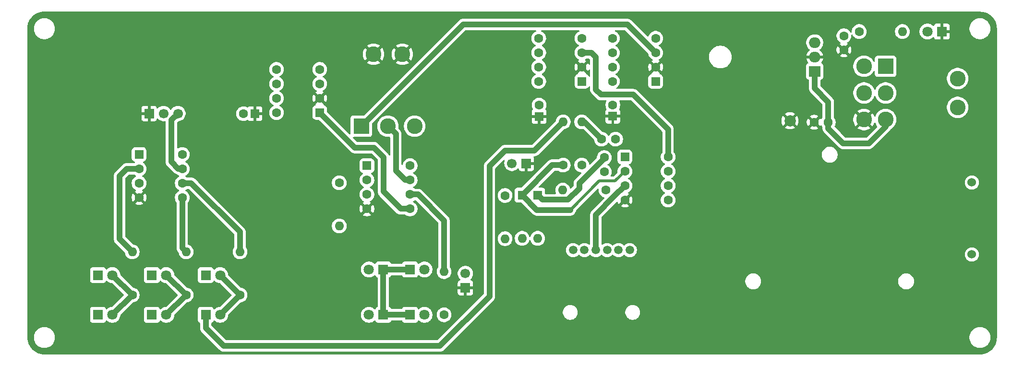
<source format=gbr>
%TF.GenerationSoftware,KiCad,Pcbnew,9.0.2*%
%TF.CreationDate,2025-06-09T15:28:44-04:00*%
%TF.ProjectId,ChipTester_354,43686970-5465-4737-9465-725f3335342e,rev?*%
%TF.SameCoordinates,Original*%
%TF.FileFunction,Copper,L2,Bot*%
%TF.FilePolarity,Positive*%
%FSLAX46Y46*%
G04 Gerber Fmt 4.6, Leading zero omitted, Abs format (unit mm)*
G04 Created by KiCad (PCBNEW 9.0.2) date 2025-06-09 15:28:44*
%MOMM*%
%LPD*%
G01*
G04 APERTURE LIST*
G04 Aperture macros list*
%AMRoundRect*
0 Rectangle with rounded corners*
0 $1 Rounding radius*
0 $2 $3 $4 $5 $6 $7 $8 $9 X,Y pos of 4 corners*
0 Add a 4 corners polygon primitive as box body*
4,1,4,$2,$3,$4,$5,$6,$7,$8,$9,$2,$3,0*
0 Add four circle primitives for the rounded corners*
1,1,$1+$1,$2,$3*
1,1,$1+$1,$4,$5*
1,1,$1+$1,$6,$7*
1,1,$1+$1,$8,$9*
0 Add four rect primitives between the rounded corners*
20,1,$1+$1,$2,$3,$4,$5,0*
20,1,$1+$1,$4,$5,$6,$7,0*
20,1,$1+$1,$6,$7,$8,$9,0*
20,1,$1+$1,$8,$9,$2,$3,0*%
G04 Aperture macros list end*
%TA.AperFunction,ComponentPad*%
%ADD10C,1.600000*%
%TD*%
%TA.AperFunction,ComponentPad*%
%ADD11R,1.800000X1.800000*%
%TD*%
%TA.AperFunction,ComponentPad*%
%ADD12C,1.800000*%
%TD*%
%TA.AperFunction,ComponentPad*%
%ADD13O,1.600000X1.600000*%
%TD*%
%TA.AperFunction,ComponentPad*%
%ADD14R,1.700000X1.700000*%
%TD*%
%TA.AperFunction,ComponentPad*%
%ADD15C,1.700000*%
%TD*%
%TA.AperFunction,ComponentPad*%
%ADD16R,2.000000X1.905000*%
%TD*%
%TA.AperFunction,ComponentPad*%
%ADD17O,2.000000X1.905000*%
%TD*%
%TA.AperFunction,ComponentPad*%
%ADD18R,1.600000X1.600000*%
%TD*%
%TA.AperFunction,ComponentPad*%
%ADD19RoundRect,0.250000X0.550000X0.550000X-0.550000X0.550000X-0.550000X-0.550000X0.550000X-0.550000X0*%
%TD*%
%TA.AperFunction,ComponentPad*%
%ADD20RoundRect,0.250000X-0.550000X-0.550000X0.550000X-0.550000X0.550000X0.550000X-0.550000X0.550000X0*%
%TD*%
%TA.AperFunction,ComponentPad*%
%ADD21R,2.775000X2.775000*%
%TD*%
%TA.AperFunction,ComponentPad*%
%ADD22C,2.775000*%
%TD*%
%TA.AperFunction,ComponentPad*%
%ADD23C,1.498600*%
%TD*%
%TA.AperFunction,ComponentPad*%
%ADD24C,1.524000*%
%TD*%
%TA.AperFunction,SMDPad,CuDef*%
%ADD25C,2.000000*%
%TD*%
%TA.AperFunction,Conductor*%
%ADD26C,1.000000*%
%TD*%
%TA.AperFunction,Conductor*%
%ADD27C,0.500000*%
%TD*%
G04 APERTURE END LIST*
D10*
%TO.P,C2,1*%
%TO.N,+9V*%
X207115000Y-73500000D03*
%TO.P,C2,2*%
%TO.N,GND*%
X204615000Y-73500000D03*
%TD*%
D11*
%TO.P,D13,1,K*%
%TO.N,/2.5 VGND*%
X97325000Y-107500000D03*
D12*
%TO.P,D13,2,A*%
%TO.N,Net-(D12-A)*%
X99865000Y-107500000D03*
%TD*%
D10*
%TO.P,R3,1*%
%TO.N,Net-(D4-A)*%
X139365000Y-107500000D03*
D13*
%TO.P,R3,2*%
%TO.N,/AD623 and INA126/AD_O*%
X139365000Y-99880000D03*
%TD*%
D14*
%TO.P,TP8,1,1*%
%TO.N,GND*%
X143115000Y-102750000D03*
D15*
%TO.P,TP8,2,2*%
%TO.N,/AD623 and INA126/AD_O*%
X143115000Y-100210000D03*
%TD*%
D10*
%TO.P,R9,1*%
%TO.N,Net-(D8-A)*%
X93865000Y-104000000D03*
D13*
%TO.P,R9,2*%
%TO.N,/WAVE*%
X93865000Y-96380000D03*
%TD*%
D16*
%TO.P,U2,1,IN*%
%TO.N,+9V*%
X204730000Y-64540000D03*
D17*
%TO.P,U2,2,GND*%
%TO.N,GND*%
X204730000Y-62000000D03*
%TO.P,U2,3,OUT*%
%TO.N,+5V*%
X204730000Y-59460000D03*
%TD*%
D10*
%TO.P,R11,1*%
%TO.N,Net-(D12-A)*%
X103365000Y-104000000D03*
D13*
%TO.P,R11,2*%
%TO.N,/MCP6002 and IF353/MCPB_O*%
X103365000Y-96380000D03*
%TD*%
D18*
%TO.P,C1,1*%
%TO.N,GND*%
X169115000Y-72455100D03*
D10*
%TO.P,C1,2*%
%TO.N,Net-(U1-NOISE_REDUCTION)*%
X169115000Y-70455100D03*
%TD*%
D18*
%TO.P,D6,1,K*%
%TO.N,/WAVE*%
X155865000Y-86380000D03*
D13*
%TO.P,D6,2,A*%
%TO.N,Net-(D6-A)*%
X155865000Y-94000000D03*
%TD*%
D11*
%TO.P,D5,1,K*%
%TO.N,/CHIP_GND*%
X133365000Y-107500000D03*
D12*
%TO.P,D5,2,A*%
%TO.N,Net-(D4-A)*%
X135905000Y-107500000D03*
%TD*%
D19*
%TO.P,U1,1,OUT*%
%TO.N,/PWR Supply/VDIV*%
X176670000Y-66310000D03*
D10*
%TO.P,U1,2,COMMON*%
%TO.N,GND*%
X176670000Y-63770000D03*
%TO.P,U1,3,IN*%
%TO.N,+9V*%
X176670000Y-61230000D03*
%TO.P,U1,4,NC*%
%TO.N,unconnected-(U1-NC-Pad4)*%
X176670000Y-58690000D03*
%TO.P,U1,5,NC*%
%TO.N,unconnected-(U1-NC-Pad5)*%
X169050000Y-58690000D03*
%TO.P,U1,6,NC*%
%TO.N,unconnected-(U1-NC-Pad6)*%
X169050000Y-61230000D03*
%TO.P,U1,7,NC*%
%TO.N,unconnected-(U1-NC-Pad7)*%
X169050000Y-63770000D03*
%TO.P,U1,8,NOISE_REDUCTION*%
%TO.N,Net-(U1-NOISE_REDUCTION)*%
X169050000Y-66310000D03*
%TD*%
%TO.P,R7,1*%
%TO.N,/WAVE*%
X150115000Y-86440000D03*
D13*
%TO.P,R7,2*%
%TO.N,Net-(D7-K)*%
X150115000Y-94060000D03*
%TD*%
D11*
%TO.P,D3,1,K*%
%TO.N,/CHIP_GND*%
X133365000Y-99500000D03*
D12*
%TO.P,D3,2,A*%
%TO.N,Net-(D2-A)*%
X135905000Y-99500000D03*
%TD*%
D10*
%TO.P,C3,1*%
%TO.N,+5V*%
X209865000Y-58250000D03*
%TO.P,C3,2*%
%TO.N,GND*%
X209865000Y-60750000D03*
%TD*%
D20*
%TO.P,U_T1,1,Rg*%
%TO.N,unconnected-(U_T1-Rg-Pad1)*%
X125750000Y-81185800D03*
D10*
%TO.P,U_T1,2,-*%
%TO.N,unconnected-(U_T1---Pad2)*%
X125750000Y-83725800D03*
%TO.P,U_T1,3,+*%
%TO.N,/WAVE*%
X125750000Y-86265800D03*
%TO.P,U_T1,4,Vs-*%
%TO.N,GND*%
X125750000Y-88805800D03*
%TO.P,U_T1,5,Ref*%
%TO.N,/CHIP_GND*%
X133370000Y-88805800D03*
%TO.P,U_T1,6*%
%TO.N,/AD623 and INA126/AD_O*%
X133370000Y-86265800D03*
%TO.P,U_T1,7,Vs+*%
%TO.N,/CHIP+*%
X133370000Y-83725800D03*
%TO.P,U_T1,8,Rg*%
%TO.N,unconnected-(U_T1-Rg-Pad8)*%
X133370000Y-81185800D03*
%TD*%
%TO.P,C6,1*%
%TO.N,/WAVE*%
X167615000Y-79750000D03*
%TO.P,C6,2*%
%TO.N,Net-(C6-Pad2)*%
X167615000Y-82250000D03*
%TD*%
D20*
%TO.P,U5,1*%
%TO.N,/WAVE*%
X171245000Y-79630000D03*
D10*
%TO.P,U5,2,-*%
%TO.N,Net-(D7-K)*%
X171245000Y-82170000D03*
%TO.P,U5,3,+*%
%TO.N,Net-(U5A-+)*%
X171245000Y-84710000D03*
%TO.P,U5,4,V-*%
%TO.N,GND*%
X171245000Y-87250000D03*
%TO.P,U5,5,+*%
%TO.N,unconnected-(U5B-+-Pad5)*%
X178865000Y-87250000D03*
%TO.P,U5,6,-*%
%TO.N,unconnected-(U5B---Pad6)*%
X178865000Y-84710000D03*
%TO.P,U5,7*%
%TO.N,unconnected-(U5-Pad7)*%
X178865000Y-82170000D03*
%TO.P,U5,8,V+*%
%TO.N,+5V*%
X178865000Y-79630000D03*
%TD*%
%TO.P,R8,1*%
%TO.N,Net-(D7-K)*%
X160365000Y-81060000D03*
D13*
%TO.P,R8,2*%
%TO.N,/2.5 VGND*%
X160365000Y-73440000D03*
%TD*%
D21*
%TO.P,S1,1*%
%TO.N,unconnected-(S1-Pad1)*%
X217228800Y-63637500D03*
D22*
%TO.P,S1,2*%
%TO.N,/BATT+*%
X217228800Y-68337500D03*
%TO.P,S1,3*%
%TO.N,+9V*%
X217228800Y-73037500D03*
%TO.P,S1,4*%
%TO.N,unconnected-(S1-Pad4)*%
X213418800Y-63637500D03*
%TO.P,S1,5*%
%TO.N,/BATT-*%
X213418800Y-68337500D03*
%TO.P,S1,6*%
%TO.N,GND*%
X213418800Y-73037500D03*
%TO.P,S1,S1*%
%TO.N,unconnected-(S1-PadS1)*%
X229928800Y-65797500D03*
%TO.P,S1,S2*%
%TO.N,unconnected-(S1-PadS2)*%
X229928800Y-70877500D03*
%TD*%
D14*
%TO.P,TP9,1,1*%
%TO.N,GND*%
X153865000Y-80775000D03*
D15*
%TO.P,TP9,2,2*%
%TO.N,/WAVE*%
X151325000Y-80775000D03*
%TD*%
D19*
%TO.P,U3,1,OUT*%
%TO.N,/CHIP_GND*%
X117420000Y-71810000D03*
D10*
%TO.P,U3,2,COMMON*%
%TO.N,GND*%
X117420000Y-69270000D03*
%TO.P,U3,3,IN*%
%TO.N,/CHIP+*%
X117420000Y-66730000D03*
%TO.P,U3,4,NC*%
%TO.N,unconnected-(U3-NC-Pad4)*%
X117420000Y-64190000D03*
%TO.P,U3,5,NC*%
%TO.N,unconnected-(U3-NC-Pad5)*%
X109800000Y-64190000D03*
%TO.P,U3,6,NC*%
%TO.N,unconnected-(U3-NC-Pad6)*%
X109800000Y-66730000D03*
%TO.P,U3,7,NC*%
%TO.N,unconnected-(U3-NC-Pad7)*%
X109800000Y-69270000D03*
%TO.P,U3,8,NOISE_REDUCTION*%
%TO.N,Net-(U3-NOISE_REDUCTION)*%
X109800000Y-71810000D03*
%TD*%
%TO.P,R10,1*%
%TO.N,Net-(D10-A)*%
X84365000Y-104000000D03*
D13*
%TO.P,R10,2*%
%TO.N,/MCP6002 and IF353/MCPA_O*%
X84365000Y-96380000D03*
%TD*%
D11*
%TO.P,D10,1,K*%
%TO.N,/2.5 VGND*%
X78325000Y-100500000D03*
D12*
%TO.P,D10,2,A*%
%TO.N,Net-(D10-A)*%
X80865000Y-100500000D03*
%TD*%
D18*
%TO.P,C4,1*%
%TO.N,GND*%
X106000000Y-72000000D03*
D10*
%TO.P,C4,2*%
%TO.N,Net-(U3-NOISE_REDUCTION)*%
X104000000Y-72000000D03*
%TD*%
D23*
%TO.P,R5,1,1*%
%TO.N,Net-(R4-Pad2)*%
X168111500Y-96074600D03*
%TO.P,R5,2,2*%
%TO.N,Net-(U5A-+)*%
X166111499Y-96074600D03*
%TO.P,R5,3,3*%
%TO.N,unconnected-(R5-Pad3)*%
X164111500Y-96074600D03*
%TO.P,R5,4,4*%
%TO.N,Net-(U5A-+)*%
X170111499Y-96074600D03*
%TO.P,R5,5,5*%
%TO.N,Net-(R5-Pad5)*%
X172111500Y-96074600D03*
%TO.P,R5,6,6*%
%TO.N,unconnected-(R5-Pad6)*%
X162111499Y-96074600D03*
%TD*%
D11*
%TO.P,D8,1,K*%
%TO.N,/2.5 VGND*%
X87825000Y-100500000D03*
D12*
%TO.P,D8,2,A*%
%TO.N,Net-(D8-A)*%
X90365000Y-100500000D03*
%TD*%
D11*
%TO.P,D1,1,K*%
%TO.N,GND*%
X227140000Y-57500000D03*
D12*
%TO.P,D1,2,A*%
%TO.N,Net-(D1-A)*%
X224600000Y-57500000D03*
%TD*%
D11*
%TO.P,D12,1,K*%
%TO.N,/2.5 VGND*%
X97325000Y-100500000D03*
D12*
%TO.P,D12,2,A*%
%TO.N,Net-(D12-A)*%
X99865000Y-100500000D03*
%TD*%
D11*
%TO.P,D4,1,K*%
%TO.N,/CHIP_GND*%
X128640000Y-107500000D03*
D12*
%TO.P,D4,2,A*%
%TO.N,Net-(D4-A)*%
X126100000Y-107500000D03*
%TD*%
D10*
%TO.P,R4,1*%
%TO.N,Net-(C6-Pad2)*%
X167925000Y-85500000D03*
D13*
%TO.P,R4,2*%
%TO.N,Net-(R4-Pad2)*%
X160305000Y-85500000D03*
%TD*%
D14*
%TO.P,TP10,1,Pin_1*%
%TO.N,GND*%
X87340000Y-71975000D03*
D15*
%TO.P,TP10,2,Pin_2*%
%TO.N,/MCP6002 and IF353/MCPA_O*%
X89880000Y-71975000D03*
%TO.P,TP10,3,Pin_3*%
%TO.N,/MCP6002 and IF353/MCPB_O*%
X92420000Y-71975000D03*
%TD*%
D20*
%TO.P,U_T2,1*%
%TO.N,/MCP6002 and IF353/MCPA_O*%
X85555000Y-79190000D03*
D10*
%TO.P,U_T2,2,-*%
X85555000Y-81730000D03*
%TO.P,U_T2,3,+*%
%TO.N,/WAVE*%
X85555000Y-84270000D03*
%TO.P,U_T2,4,V-*%
%TO.N,GND*%
X85555000Y-86810000D03*
%TO.P,U_T2,5,+*%
%TO.N,/WAVE*%
X93175000Y-86810000D03*
%TO.P,U_T2,6,-*%
%TO.N,/MCP6002 and IF353/MCPB_O*%
X93175000Y-84270000D03*
%TO.P,U_T2,7*%
X93175000Y-81730000D03*
%TO.P,U_T2,8,V+*%
%TO.N,+9V*%
X93175000Y-79190000D03*
%TD*%
%TO.P,C7,1*%
%TO.N,Net-(U5A-+)*%
X169615000Y-76500000D03*
%TO.P,C7,2*%
%TO.N,/2.5 VGND*%
X167115000Y-76500000D03*
%TD*%
D18*
%TO.P,C5,1*%
%TO.N,GND*%
X156115000Y-72500000D03*
D10*
%TO.P,C5,2*%
%TO.N,Net-(U4-NOISE_REDUCTION)*%
X156115000Y-70500000D03*
%TD*%
%TO.P,R2,1*%
%TO.N,/WAVE*%
X120865000Y-84190000D03*
D13*
%TO.P,R2,2*%
%TO.N,Net-(D2-A)*%
X120865000Y-91810000D03*
%TD*%
D11*
%TO.P,D9,1,K*%
%TO.N,/2.5 VGND*%
X87825000Y-107500000D03*
D12*
%TO.P,D9,2,A*%
%TO.N,Net-(D8-A)*%
X90365000Y-107500000D03*
%TD*%
D10*
%TO.P,R6,1*%
%TO.N,Net-(R5-Pad5)*%
X163615000Y-81060000D03*
D13*
%TO.P,R6,2*%
%TO.N,/2.5 VGND*%
X163615000Y-73440000D03*
%TD*%
D19*
%TO.P,U4,1,OUT*%
%TO.N,/2.5 VGND*%
X163670000Y-66310000D03*
D10*
%TO.P,U4,2,COMMON*%
%TO.N,GND*%
X163670000Y-63770000D03*
%TO.P,U4,3,IN*%
%TO.N,+5V*%
X163670000Y-61230000D03*
%TO.P,U4,4,NC*%
%TO.N,unconnected-(U4-NC-Pad4)*%
X163670000Y-58690000D03*
%TO.P,U4,5,NC*%
%TO.N,unconnected-(U4-NC-Pad5)*%
X156050000Y-58690000D03*
%TO.P,U4,6,NC*%
%TO.N,unconnected-(U4-NC-Pad6)*%
X156050000Y-61230000D03*
%TO.P,U4,7,NC*%
%TO.N,unconnected-(U4-NC-Pad7)*%
X156050000Y-63770000D03*
%TO.P,U4,8,NOISE_REDUCTION*%
%TO.N,Net-(U4-NOISE_REDUCTION)*%
X156050000Y-66310000D03*
%TD*%
D18*
%TO.P,D7,1,K*%
%TO.N,Net-(D7-K)*%
X153115000Y-86380000D03*
D13*
%TO.P,D7,2,A*%
%TO.N,Net-(D6-A)*%
X153115000Y-94000000D03*
%TD*%
D10*
%TO.P,R1,1*%
%TO.N,+9V*%
X212555000Y-57500000D03*
D13*
%TO.P,R1,2*%
%TO.N,Net-(D1-A)*%
X220175000Y-57500000D03*
%TD*%
D11*
%TO.P,D2,1,K*%
%TO.N,/CHIP_GND*%
X128640000Y-99500000D03*
D12*
%TO.P,D2,2,A*%
%TO.N,Net-(D2-A)*%
X126100000Y-99500000D03*
%TD*%
D21*
%TO.P,S2,1,N1*%
%TO.N,+9V*%
X124760000Y-74200000D03*
D22*
%TO.P,S2,2,COM*%
%TO.N,/CHIP+*%
X129460000Y-74200000D03*
%TO.P,S2,3,N0*%
%TO.N,/PWR Supply/VDIV*%
X134160000Y-74200000D03*
%TO.P,S2,MH1,MH1*%
%TO.N,GND*%
X126920000Y-61500000D03*
%TO.P,S2,MH2,MH2*%
X132000000Y-61500000D03*
%TD*%
D11*
%TO.P,D11,1,K*%
%TO.N,/2.5 VGND*%
X78325000Y-107500000D03*
D12*
%TO.P,D11,2,A*%
%TO.N,Net-(D10-A)*%
X80865000Y-107500000D03*
%TD*%
D24*
%TO.P,BT_H1,+*%
%TO.N,/BATT+*%
X232445000Y-84150000D03*
%TO.P,BT_H1,-*%
%TO.N,/BATT-*%
X232445000Y-96850000D03*
%TD*%
D25*
%TO.P,TP1,1,1*%
%TO.N,GND*%
X200365000Y-73250000D03*
%TD*%
D26*
%TO.N,+9V*%
X142710000Y-56250000D02*
X124760000Y-74200000D01*
X207115000Y-73500000D02*
X207115000Y-74615000D01*
X204730000Y-64540000D02*
X204730000Y-67550000D01*
X171690000Y-56250000D02*
X142710000Y-56250000D01*
X214250000Y-77250000D02*
X217228800Y-74271200D01*
X176670000Y-61230000D02*
X171690000Y-56250000D01*
X207115000Y-69935000D02*
X207115000Y-73500000D01*
X207115000Y-74615000D02*
X209750000Y-77250000D01*
X209750000Y-77250000D02*
X214250000Y-77250000D01*
X217228800Y-74271200D02*
X217228800Y-73037500D01*
X204730000Y-67550000D02*
X207115000Y-69935000D01*
%TO.N,/CHIP+*%
X130848000Y-75587500D02*
X130848000Y-82097500D01*
X129460000Y-74200000D02*
X130848000Y-75587500D01*
X132476000Y-83725800D02*
X133370000Y-83725800D01*
X130848000Y-82097500D02*
X132476000Y-83725800D01*
%TO.N,+5V*%
X178865000Y-74782500D02*
X178865000Y-79630000D01*
X167005000Y-68637500D02*
X172720000Y-68637500D01*
X166115000Y-67747500D02*
X167005000Y-68637500D01*
X166115000Y-62032500D02*
X166115000Y-67747500D01*
X165312500Y-61230000D02*
X166115000Y-62032500D01*
X163670000Y-61230000D02*
X165312500Y-61230000D01*
X172720000Y-68637500D02*
X178865000Y-74782500D01*
%TO.N,/WAVE*%
X163195000Y-84295000D02*
X163195000Y-85208452D01*
X93175000Y-86810000D02*
X93175000Y-95690000D01*
X167615000Y-79875000D02*
X163195000Y-84295000D01*
X156671200Y-87186200D02*
X155865000Y-86380000D01*
X160748800Y-87186200D02*
X156671200Y-87186200D01*
X161217252Y-87186200D02*
X160748800Y-87186200D01*
X125750000Y-86265800D02*
X125750000Y-86500000D01*
X93175000Y-95690000D02*
X93865000Y-96380000D01*
X167615000Y-79750000D02*
X167615000Y-79875000D01*
X163195000Y-85208452D02*
X161217252Y-87186200D01*
%TO.N,/CHIP_GND*%
X131733143Y-88805800D02*
X128671723Y-85744380D01*
X127000000Y-78000000D02*
X123610000Y-78000000D01*
X133370000Y-88805800D02*
X131733143Y-88805800D01*
X128671723Y-85744380D02*
X128671723Y-79671723D01*
X128640000Y-99500000D02*
X128640000Y-107500000D01*
X128640000Y-107500000D02*
X133365000Y-107500000D01*
X123610000Y-78000000D02*
X117420000Y-71810000D01*
X128671723Y-79671723D02*
X127000000Y-78000000D01*
X128640000Y-99500000D02*
X133365000Y-99500000D01*
D27*
%TO.N,Net-(D7-K)*%
X169537500Y-83877500D02*
X166737500Y-83877500D01*
X171245000Y-82170000D02*
X169537500Y-83877500D01*
D26*
X155735000Y-89000000D02*
X153115000Y-86380000D01*
X161615000Y-89000000D02*
X155735000Y-89000000D01*
D27*
X166737500Y-83877500D02*
X161615000Y-89000000D01*
D26*
X153115000Y-86380000D02*
X158435000Y-81060000D01*
X158435000Y-81060000D02*
X160365000Y-81060000D01*
%TO.N,/2.5 VGND*%
X160365000Y-73440000D02*
X155305000Y-78500000D01*
X138615000Y-113000000D02*
X100500000Y-113000000D01*
X147365000Y-104250000D02*
X138615000Y-113000000D01*
X164055000Y-73440000D02*
X167115000Y-76500000D01*
X163615000Y-73440000D02*
X164055000Y-73440000D01*
X100500000Y-113000000D02*
X97325000Y-109825000D01*
X155305000Y-78500000D02*
X150115000Y-78500000D01*
X150115000Y-78500000D02*
X147365000Y-81250000D01*
X147365000Y-81250000D02*
X147365000Y-104250000D01*
X97325000Y-109825000D02*
X97325000Y-107500000D01*
%TO.N,Net-(U5A-+)*%
X166111499Y-89843301D02*
X166111499Y-96074600D01*
X169362000Y-86592800D02*
X166111499Y-89843301D01*
X169362000Y-86592800D02*
X171245000Y-84710000D01*
%TO.N,Net-(D8-A)*%
X90365000Y-100500000D02*
X93865000Y-104000000D01*
X90365000Y-107500000D02*
X93865000Y-104000000D01*
%TO.N,Net-(D10-A)*%
X80865000Y-100500000D02*
X84365000Y-104000000D01*
X80865000Y-107500000D02*
X84365000Y-104000000D01*
%TO.N,Net-(D12-A)*%
X99865000Y-100500000D02*
X103365000Y-104000000D01*
X99865000Y-100500000D02*
X100055000Y-100500000D01*
X99865000Y-107500000D02*
X103365000Y-104000000D01*
X99865000Y-107500000D02*
X99865000Y-107310000D01*
%TO.N,/AD623 and INA126/AD_O*%
X134765800Y-86265800D02*
X139365000Y-90865000D01*
X133370000Y-86265800D02*
X134765800Y-86265800D01*
X139365000Y-90865000D02*
X139365000Y-99880000D01*
%TO.N,/MCP6002 and IF353/MCPA_O*%
X83385000Y-81730000D02*
X82115000Y-83000000D01*
X82115000Y-83000000D02*
X82115000Y-94130000D01*
X82115000Y-94130000D02*
X84365000Y-96380000D01*
X85555000Y-81730000D02*
X83385000Y-81730000D01*
%TO.N,/MCP6002 and IF353/MCPB_O*%
X91250000Y-80500000D02*
X92480000Y-81730000D01*
X93175000Y-84270000D02*
X94770000Y-84270000D01*
X103365000Y-92865000D02*
X103365000Y-96380000D01*
X92480000Y-81730000D02*
X93175000Y-81730000D01*
X92420000Y-71975000D02*
X91250000Y-73145000D01*
X91250000Y-73145000D02*
X91250000Y-80500000D01*
X94770000Y-84270000D02*
X103365000Y-92865000D01*
%TD*%
%TA.AperFunction,Conductor*%
%TO.N,GND*%
G36*
X164749474Y-64495921D02*
G01*
X164781859Y-64451349D01*
X164874757Y-64269026D01*
X164875934Y-64266185D01*
X164876671Y-64265269D01*
X164876969Y-64264686D01*
X164877091Y-64264748D01*
X164919769Y-64211777D01*
X164986060Y-64189705D01*
X165053762Y-64206976D01*
X165101378Y-64258108D01*
X165114500Y-64313625D01*
X165114500Y-65343382D01*
X165094815Y-65410421D01*
X165042011Y-65456176D01*
X164972853Y-65466120D01*
X164909297Y-65437095D01*
X164884961Y-65408479D01*
X164868966Y-65382547D01*
X164812712Y-65291344D01*
X164688656Y-65167288D01*
X164539334Y-65075186D01*
X164456843Y-65047851D01*
X164399398Y-65008077D01*
X164372576Y-64943561D01*
X164384891Y-64874786D01*
X164394856Y-64863018D01*
X164395921Y-64849474D01*
X163840234Y-64293787D01*
X163882292Y-64282518D01*
X164007708Y-64210110D01*
X164110110Y-64107708D01*
X164182518Y-63982292D01*
X164193787Y-63940234D01*
X164749474Y-64495921D01*
G37*
%TD.AperFunction*%
%TA.AperFunction,Conductor*%
G36*
X164876158Y-62239144D02*
G01*
X164906145Y-62245668D01*
X164911160Y-62249422D01*
X164913757Y-62250185D01*
X164934399Y-62266819D01*
X165078181Y-62410601D01*
X165111666Y-62471924D01*
X165114500Y-62498282D01*
X165114500Y-63226374D01*
X165094815Y-63293413D01*
X165042011Y-63339168D01*
X164972853Y-63349112D01*
X164909297Y-63320087D01*
X164877001Y-63275297D01*
X164876969Y-63275314D01*
X164876862Y-63275104D01*
X164875936Y-63273820D01*
X164874756Y-63270970D01*
X164781859Y-63088650D01*
X164749474Y-63044077D01*
X164749474Y-63044076D01*
X164193787Y-63599764D01*
X164182518Y-63557708D01*
X164110110Y-63432292D01*
X164007708Y-63329890D01*
X163882292Y-63257482D01*
X163840233Y-63246212D01*
X164395922Y-62690524D01*
X164395921Y-62690523D01*
X164351359Y-62658147D01*
X164351350Y-62658141D01*
X164258369Y-62610765D01*
X164207573Y-62562790D01*
X164190778Y-62494969D01*
X164213315Y-62428835D01*
X164258370Y-62389795D01*
X164258920Y-62389515D01*
X164351610Y-62342287D01*
X164472877Y-62254181D01*
X164538683Y-62230702D01*
X164545762Y-62230500D01*
X164846718Y-62230500D01*
X164876158Y-62239144D01*
G37*
%TD.AperFunction*%
%TA.AperFunction,Conductor*%
G36*
X233799070Y-54000489D02*
G01*
X233799108Y-54000500D01*
X233861779Y-54000500D01*
X233868244Y-54000670D01*
X234172046Y-54016592D01*
X234184953Y-54017949D01*
X234316089Y-54038718D01*
X234482209Y-54065028D01*
X234494896Y-54067724D01*
X234785625Y-54145625D01*
X234797965Y-54149635D01*
X235078938Y-54257490D01*
X235090790Y-54262767D01*
X235358968Y-54399411D01*
X235370199Y-54405896D01*
X235595662Y-54552313D01*
X235622608Y-54569812D01*
X235633109Y-54577441D01*
X235867010Y-54766850D01*
X235876655Y-54775535D01*
X236089464Y-54988344D01*
X236098149Y-54997989D01*
X236287558Y-55231890D01*
X236295187Y-55242391D01*
X236459101Y-55494796D01*
X236465591Y-55506036D01*
X236602231Y-55774206D01*
X236607510Y-55786064D01*
X236715363Y-56067033D01*
X236719374Y-56079376D01*
X236797273Y-56370097D01*
X236799971Y-56382794D01*
X236847050Y-56680046D01*
X236848407Y-56692953D01*
X236864330Y-56996756D01*
X236864500Y-57003246D01*
X236864500Y-111496753D01*
X236864330Y-111503243D01*
X236848407Y-111807046D01*
X236847050Y-111819953D01*
X236799971Y-112117205D01*
X236797273Y-112129902D01*
X236719374Y-112420623D01*
X236715363Y-112432966D01*
X236607510Y-112713935D01*
X236602231Y-112725793D01*
X236465591Y-112993963D01*
X236459101Y-113005203D01*
X236295187Y-113257608D01*
X236287558Y-113268109D01*
X236098149Y-113502010D01*
X236089464Y-113511655D01*
X235876655Y-113724464D01*
X235867010Y-113733149D01*
X235633109Y-113922558D01*
X235622608Y-113930187D01*
X235370203Y-114094101D01*
X235358963Y-114100591D01*
X235090793Y-114237231D01*
X235078935Y-114242510D01*
X234797966Y-114350363D01*
X234785623Y-114354374D01*
X234494902Y-114432273D01*
X234482205Y-114434971D01*
X234184953Y-114482050D01*
X234172046Y-114483407D01*
X233868244Y-114499330D01*
X233861754Y-114499500D01*
X68868246Y-114499500D01*
X68861756Y-114499330D01*
X68557953Y-114483407D01*
X68545046Y-114482050D01*
X68247794Y-114434971D01*
X68235097Y-114432273D01*
X67944376Y-114354374D01*
X67932033Y-114350363D01*
X67651064Y-114242510D01*
X67639206Y-114237231D01*
X67371036Y-114100591D01*
X67359796Y-114094101D01*
X67107391Y-113930187D01*
X67096890Y-113922558D01*
X66862989Y-113733149D01*
X66853344Y-113724464D01*
X66640535Y-113511655D01*
X66631850Y-113502010D01*
X66442441Y-113268109D01*
X66434812Y-113257608D01*
X66373517Y-113163222D01*
X66270896Y-113005199D01*
X66264408Y-112993963D01*
X66127768Y-112725793D01*
X66122489Y-112713935D01*
X66051994Y-112530289D01*
X66014635Y-112432965D01*
X66010625Y-112420623D01*
X66009626Y-112416895D01*
X65932724Y-112129896D01*
X65930028Y-112117205D01*
X65926685Y-112096100D01*
X65882949Y-111819953D01*
X65881592Y-111807046D01*
X65865670Y-111503243D01*
X65865500Y-111496814D01*
X65865500Y-111496753D01*
X65865500Y-111434108D01*
X65865469Y-111433993D01*
X65865444Y-111378711D01*
X67014500Y-111378711D01*
X67014500Y-111621288D01*
X67046161Y-111861785D01*
X67108947Y-112096104D01*
X67122947Y-112129902D01*
X67201776Y-112320212D01*
X67323064Y-112530289D01*
X67323066Y-112530292D01*
X67323067Y-112530293D01*
X67470733Y-112722736D01*
X67470739Y-112722743D01*
X67642256Y-112894260D01*
X67642262Y-112894265D01*
X67834711Y-113041936D01*
X68044788Y-113163224D01*
X68268900Y-113256054D01*
X68503211Y-113318838D01*
X68683586Y-113342584D01*
X68743711Y-113350500D01*
X68743712Y-113350500D01*
X68986289Y-113350500D01*
X69034388Y-113344167D01*
X69226789Y-113318838D01*
X69461100Y-113256054D01*
X69685212Y-113163224D01*
X69895289Y-113041936D01*
X70087738Y-112894265D01*
X70259265Y-112722738D01*
X70406936Y-112530289D01*
X70528224Y-112320212D01*
X70621054Y-112096100D01*
X70683838Y-111861789D01*
X70715500Y-111621288D01*
X70715500Y-111378712D01*
X70683838Y-111138211D01*
X70621054Y-110903900D01*
X70528224Y-110679788D01*
X70406936Y-110469711D01*
X70259265Y-110277262D01*
X70259260Y-110277256D01*
X70087743Y-110105739D01*
X70087736Y-110105733D01*
X69895293Y-109958067D01*
X69895292Y-109958066D01*
X69895289Y-109958064D01*
X69685212Y-109836776D01*
X69685205Y-109836773D01*
X69461104Y-109743947D01*
X69226785Y-109681161D01*
X68986289Y-109649500D01*
X68986288Y-109649500D01*
X68743712Y-109649500D01*
X68743711Y-109649500D01*
X68503214Y-109681161D01*
X68268895Y-109743947D01*
X68044794Y-109836773D01*
X68044785Y-109836777D01*
X67834706Y-109958067D01*
X67642263Y-110105733D01*
X67642256Y-110105739D01*
X67470739Y-110277256D01*
X67470733Y-110277263D01*
X67323067Y-110469706D01*
X67201777Y-110679785D01*
X67201773Y-110679794D01*
X67108947Y-110903895D01*
X67046161Y-111138214D01*
X67014500Y-111378711D01*
X65865444Y-111378711D01*
X65859994Y-99552135D01*
X76924500Y-99552135D01*
X76924500Y-101447870D01*
X76924501Y-101447876D01*
X76930908Y-101507483D01*
X76981202Y-101642328D01*
X76981206Y-101642335D01*
X77067452Y-101757544D01*
X77067455Y-101757547D01*
X77182664Y-101843793D01*
X77182671Y-101843797D01*
X77317517Y-101894091D01*
X77317516Y-101894091D01*
X77324444Y-101894835D01*
X77377127Y-101900500D01*
X79272872Y-101900499D01*
X79332483Y-101894091D01*
X79467331Y-101843796D01*
X79582546Y-101757546D01*
X79668796Y-101642331D01*
X79696429Y-101568243D01*
X79698601Y-101562420D01*
X79740471Y-101506486D01*
X79805936Y-101482068D01*
X79874209Y-101496919D01*
X79902464Y-101518071D01*
X79952636Y-101568243D01*
X79952641Y-101568247D01*
X80076057Y-101657913D01*
X80130978Y-101697815D01*
X80259375Y-101763237D01*
X80327393Y-101797895D01*
X80327396Y-101797896D01*
X80432221Y-101831955D01*
X80537049Y-101866015D01*
X80754778Y-101900500D01*
X80799218Y-101900500D01*
X80866257Y-101920185D01*
X80886899Y-101936819D01*
X82862398Y-103912319D01*
X82895883Y-103973642D01*
X82890899Y-104043334D01*
X82862398Y-104087681D01*
X80886899Y-106063181D01*
X80825576Y-106096666D01*
X80799218Y-106099500D01*
X80754778Y-106099500D01*
X80682201Y-106110995D01*
X80537047Y-106133985D01*
X80327396Y-106202103D01*
X80327393Y-106202104D01*
X80130974Y-106302187D01*
X79952641Y-106431752D01*
X79952636Y-106431756D01*
X79902463Y-106481929D01*
X79841140Y-106515413D01*
X79771448Y-106510428D01*
X79715515Y-106468557D01*
X79698601Y-106437580D01*
X79668797Y-106357671D01*
X79668793Y-106357664D01*
X79582547Y-106242455D01*
X79582544Y-106242452D01*
X79467335Y-106156206D01*
X79467328Y-106156202D01*
X79332482Y-106105908D01*
X79332483Y-106105908D01*
X79272883Y-106099501D01*
X79272881Y-106099500D01*
X79272873Y-106099500D01*
X79272864Y-106099500D01*
X77377129Y-106099500D01*
X77377123Y-106099501D01*
X77317516Y-106105908D01*
X77182671Y-106156202D01*
X77182664Y-106156206D01*
X77067455Y-106242452D01*
X77067452Y-106242455D01*
X76981206Y-106357664D01*
X76981202Y-106357671D01*
X76930908Y-106492517D01*
X76924501Y-106552116D01*
X76924500Y-106552135D01*
X76924500Y-108447870D01*
X76924501Y-108447876D01*
X76930908Y-108507483D01*
X76981202Y-108642328D01*
X76981206Y-108642335D01*
X77067452Y-108757544D01*
X77067455Y-108757547D01*
X77182664Y-108843793D01*
X77182671Y-108843797D01*
X77317517Y-108894091D01*
X77317516Y-108894091D01*
X77324444Y-108894835D01*
X77377127Y-108900500D01*
X79272872Y-108900499D01*
X79332483Y-108894091D01*
X79467331Y-108843796D01*
X79582546Y-108757546D01*
X79668796Y-108642331D01*
X79696429Y-108568243D01*
X79698601Y-108562420D01*
X79740471Y-108506486D01*
X79805936Y-108482068D01*
X79874209Y-108496919D01*
X79902464Y-108518071D01*
X79952636Y-108568243D01*
X79952641Y-108568247D01*
X80013258Y-108612287D01*
X80130978Y-108697815D01*
X80259375Y-108763237D01*
X80327393Y-108797895D01*
X80327396Y-108797896D01*
X80432221Y-108831955D01*
X80537049Y-108866015D01*
X80754778Y-108900500D01*
X80754779Y-108900500D01*
X80975221Y-108900500D01*
X80975222Y-108900500D01*
X81192951Y-108866015D01*
X81402606Y-108797895D01*
X81599022Y-108697815D01*
X81777365Y-108568242D01*
X81933242Y-108412365D01*
X82062815Y-108234022D01*
X82162895Y-108037606D01*
X82231015Y-107827951D01*
X82265500Y-107610222D01*
X82265500Y-107565782D01*
X82285185Y-107498743D01*
X82301819Y-107478101D01*
X83361087Y-106418833D01*
X84453204Y-105326715D01*
X84514525Y-105293232D01*
X84521475Y-105291926D01*
X84669534Y-105268477D01*
X84864219Y-105205220D01*
X85046610Y-105112287D01*
X85139590Y-105044732D01*
X85212213Y-104991971D01*
X85212215Y-104991968D01*
X85212219Y-104991966D01*
X85356966Y-104847219D01*
X85356968Y-104847215D01*
X85356971Y-104847213D01*
X85446547Y-104723920D01*
X85477287Y-104681610D01*
X85570220Y-104499219D01*
X85633477Y-104304534D01*
X85665500Y-104102352D01*
X85665500Y-103897648D01*
X85633477Y-103695466D01*
X85570220Y-103500781D01*
X85570218Y-103500778D01*
X85570218Y-103500776D01*
X85536503Y-103434607D01*
X85477287Y-103318390D01*
X85469556Y-103307749D01*
X85356971Y-103152786D01*
X85212213Y-103008028D01*
X85046613Y-102887715D01*
X85046612Y-102887714D01*
X85046610Y-102887713D01*
X84864219Y-102794780D01*
X84669534Y-102731523D01*
X84669531Y-102731522D01*
X84669532Y-102731522D01*
X84521484Y-102708073D01*
X84458350Y-102678143D01*
X84453202Y-102673281D01*
X82301819Y-100521898D01*
X82268334Y-100460575D01*
X82265500Y-100434217D01*
X82265500Y-100389778D01*
X82240831Y-100234025D01*
X82231015Y-100172049D01*
X82196955Y-100067221D01*
X82162896Y-99962396D01*
X82162895Y-99962393D01*
X82127922Y-99893757D01*
X82062815Y-99765978D01*
X82004501Y-99685715D01*
X81957986Y-99621691D01*
X81933247Y-99587641D01*
X81933243Y-99587636D01*
X81897742Y-99552135D01*
X86424500Y-99552135D01*
X86424500Y-101447870D01*
X86424501Y-101447876D01*
X86430908Y-101507483D01*
X86481202Y-101642328D01*
X86481206Y-101642335D01*
X86567452Y-101757544D01*
X86567455Y-101757547D01*
X86682664Y-101843793D01*
X86682671Y-101843797D01*
X86817517Y-101894091D01*
X86817516Y-101894091D01*
X86824444Y-101894835D01*
X86877127Y-101900500D01*
X88772872Y-101900499D01*
X88832483Y-101894091D01*
X88967331Y-101843796D01*
X89082546Y-101757546D01*
X89168796Y-101642331D01*
X89196429Y-101568243D01*
X89198601Y-101562420D01*
X89240471Y-101506486D01*
X89305936Y-101482068D01*
X89374209Y-101496919D01*
X89402464Y-101518071D01*
X89452636Y-101568243D01*
X89452641Y-101568247D01*
X89576057Y-101657913D01*
X89630978Y-101697815D01*
X89759375Y-101763237D01*
X89827393Y-101797895D01*
X89827396Y-101797896D01*
X89932221Y-101831955D01*
X90037049Y-101866015D01*
X90254778Y-101900500D01*
X90299218Y-101900500D01*
X90366257Y-101920185D01*
X90386899Y-101936819D01*
X92362398Y-103912319D01*
X92395883Y-103973642D01*
X92390899Y-104043334D01*
X92362398Y-104087681D01*
X90386899Y-106063181D01*
X90325576Y-106096666D01*
X90299218Y-106099500D01*
X90254778Y-106099500D01*
X90182201Y-106110995D01*
X90037047Y-106133985D01*
X89827396Y-106202103D01*
X89827393Y-106202104D01*
X89630974Y-106302187D01*
X89452641Y-106431752D01*
X89452636Y-106431756D01*
X89402463Y-106481929D01*
X89341140Y-106515413D01*
X89271448Y-106510428D01*
X89215515Y-106468557D01*
X89198601Y-106437580D01*
X89168797Y-106357671D01*
X89168793Y-106357664D01*
X89082547Y-106242455D01*
X89082544Y-106242452D01*
X88967335Y-106156206D01*
X88967328Y-106156202D01*
X88832482Y-106105908D01*
X88832483Y-106105908D01*
X88772883Y-106099501D01*
X88772881Y-106099500D01*
X88772873Y-106099500D01*
X88772864Y-106099500D01*
X86877129Y-106099500D01*
X86877123Y-106099501D01*
X86817516Y-106105908D01*
X86682671Y-106156202D01*
X86682664Y-106156206D01*
X86567455Y-106242452D01*
X86567452Y-106242455D01*
X86481206Y-106357664D01*
X86481202Y-106357671D01*
X86430908Y-106492517D01*
X86424501Y-106552116D01*
X86424500Y-106552135D01*
X86424500Y-108447870D01*
X86424501Y-108447876D01*
X86430908Y-108507483D01*
X86481202Y-108642328D01*
X86481206Y-108642335D01*
X86567452Y-108757544D01*
X86567455Y-108757547D01*
X86682664Y-108843793D01*
X86682671Y-108843797D01*
X86817517Y-108894091D01*
X86817516Y-108894091D01*
X86824444Y-108894835D01*
X86877127Y-108900500D01*
X88772872Y-108900499D01*
X88832483Y-108894091D01*
X88967331Y-108843796D01*
X89082546Y-108757546D01*
X89168796Y-108642331D01*
X89196429Y-108568243D01*
X89198601Y-108562420D01*
X89240471Y-108506486D01*
X89305936Y-108482068D01*
X89374209Y-108496919D01*
X89402464Y-108518071D01*
X89452636Y-108568243D01*
X89452641Y-108568247D01*
X89513258Y-108612287D01*
X89630978Y-108697815D01*
X89759375Y-108763237D01*
X89827393Y-108797895D01*
X89827396Y-108797896D01*
X89932221Y-108831955D01*
X90037049Y-108866015D01*
X90254778Y-108900500D01*
X90254779Y-108900500D01*
X90475221Y-108900500D01*
X90475222Y-108900500D01*
X90692951Y-108866015D01*
X90902606Y-108797895D01*
X91099022Y-108697815D01*
X91277365Y-108568242D01*
X91433242Y-108412365D01*
X91562815Y-108234022D01*
X91662895Y-108037606D01*
X91731015Y-107827951D01*
X91765500Y-107610222D01*
X91765500Y-107565782D01*
X91785185Y-107498743D01*
X91801819Y-107478101D01*
X92861087Y-106418833D01*
X93953204Y-105326715D01*
X94014525Y-105293232D01*
X94021475Y-105291926D01*
X94169534Y-105268477D01*
X94364219Y-105205220D01*
X94546610Y-105112287D01*
X94639590Y-105044732D01*
X94712213Y-104991971D01*
X94712215Y-104991968D01*
X94712219Y-104991966D01*
X94856966Y-104847219D01*
X94856968Y-104847215D01*
X94856971Y-104847213D01*
X94946547Y-104723920D01*
X94977287Y-104681610D01*
X95070220Y-104499219D01*
X95133477Y-104304534D01*
X95165500Y-104102352D01*
X95165500Y-103897648D01*
X95133477Y-103695466D01*
X95070220Y-103500781D01*
X95070218Y-103500778D01*
X95070218Y-103500776D01*
X95036503Y-103434607D01*
X94977287Y-103318390D01*
X94969556Y-103307749D01*
X94856971Y-103152786D01*
X94712213Y-103008028D01*
X94546613Y-102887715D01*
X94546612Y-102887714D01*
X94546610Y-102887713D01*
X94364219Y-102794780D01*
X94169534Y-102731523D01*
X94169531Y-102731522D01*
X94169532Y-102731522D01*
X94021484Y-102708073D01*
X93958350Y-102678143D01*
X93953202Y-102673281D01*
X91801819Y-100521898D01*
X91768334Y-100460575D01*
X91765500Y-100434217D01*
X91765500Y-100389778D01*
X91740831Y-100234025D01*
X91731015Y-100172049D01*
X91696955Y-100067221D01*
X91662896Y-99962396D01*
X91662895Y-99962393D01*
X91627922Y-99893757D01*
X91562815Y-99765978D01*
X91504501Y-99685715D01*
X91457986Y-99621691D01*
X91433247Y-99587641D01*
X91433243Y-99587636D01*
X91397742Y-99552135D01*
X95924500Y-99552135D01*
X95924500Y-101447870D01*
X95924501Y-101447876D01*
X95930908Y-101507483D01*
X95981202Y-101642328D01*
X95981206Y-101642335D01*
X96067452Y-101757544D01*
X96067455Y-101757547D01*
X96182664Y-101843793D01*
X96182671Y-101843797D01*
X96317517Y-101894091D01*
X96317516Y-101894091D01*
X96324444Y-101894835D01*
X96377127Y-101900500D01*
X98272872Y-101900499D01*
X98332483Y-101894091D01*
X98467331Y-101843796D01*
X98582546Y-101757546D01*
X98668796Y-101642331D01*
X98696429Y-101568243D01*
X98698601Y-101562420D01*
X98740471Y-101506486D01*
X98805936Y-101482068D01*
X98874209Y-101496919D01*
X98902464Y-101518071D01*
X98952636Y-101568243D01*
X98952641Y-101568247D01*
X99076057Y-101657913D01*
X99130978Y-101697815D01*
X99259375Y-101763237D01*
X99327393Y-101797895D01*
X99327396Y-101797896D01*
X99432221Y-101831955D01*
X99537049Y-101866015D01*
X99754778Y-101900500D01*
X99799218Y-101900500D01*
X99866257Y-101920185D01*
X99886899Y-101936819D01*
X101862398Y-103912319D01*
X101895883Y-103973642D01*
X101890899Y-104043334D01*
X101862398Y-104087681D01*
X99886899Y-106063181D01*
X99825576Y-106096666D01*
X99799218Y-106099500D01*
X99754778Y-106099500D01*
X99682201Y-106110995D01*
X99537047Y-106133985D01*
X99327396Y-106202103D01*
X99327393Y-106202104D01*
X99130974Y-106302187D01*
X98952641Y-106431752D01*
X98952636Y-106431756D01*
X98902463Y-106481929D01*
X98841140Y-106515413D01*
X98771448Y-106510428D01*
X98715515Y-106468557D01*
X98698601Y-106437580D01*
X98668797Y-106357671D01*
X98668793Y-106357664D01*
X98582547Y-106242455D01*
X98582544Y-106242452D01*
X98467335Y-106156206D01*
X98467328Y-106156202D01*
X98332482Y-106105908D01*
X98332483Y-106105908D01*
X98272883Y-106099501D01*
X98272881Y-106099500D01*
X98272873Y-106099500D01*
X98272864Y-106099500D01*
X96377129Y-106099500D01*
X96377123Y-106099501D01*
X96317516Y-106105908D01*
X96182671Y-106156202D01*
X96182664Y-106156206D01*
X96067455Y-106242452D01*
X96067452Y-106242455D01*
X95981206Y-106357664D01*
X95981202Y-106357671D01*
X95930908Y-106492517D01*
X95924501Y-106552116D01*
X95924500Y-106552135D01*
X95924500Y-108447870D01*
X95924501Y-108447876D01*
X95930908Y-108507483D01*
X95981202Y-108642328D01*
X95981206Y-108642335D01*
X96067452Y-108757544D01*
X96067455Y-108757547D01*
X96182664Y-108843793D01*
X96182669Y-108843796D01*
X96243833Y-108866608D01*
X96299766Y-108908478D01*
X96324184Y-108973942D01*
X96324500Y-108982790D01*
X96324500Y-109923541D01*
X96324500Y-109923543D01*
X96324499Y-109923543D01*
X96362947Y-110116829D01*
X96362950Y-110116839D01*
X96438364Y-110298907D01*
X96438371Y-110298920D01*
X96547860Y-110462781D01*
X96547863Y-110462785D01*
X96691537Y-110606459D01*
X96691559Y-110606479D01*
X99719735Y-113634655D01*
X99719764Y-113634686D01*
X99862214Y-113777136D01*
X99862218Y-113777139D01*
X100026079Y-113886628D01*
X100026092Y-113886635D01*
X100154833Y-113939961D01*
X100197744Y-113957735D01*
X100208164Y-113962051D01*
X100304812Y-113981275D01*
X100353135Y-113990887D01*
X100401458Y-114000500D01*
X100401459Y-114000500D01*
X138713542Y-114000500D01*
X138744566Y-113994328D01*
X138810188Y-113981275D01*
X138906836Y-113962051D01*
X138960165Y-113939961D01*
X139088914Y-113886632D01*
X139252782Y-113777139D01*
X139392139Y-113637782D01*
X139392139Y-113637780D01*
X139402347Y-113627573D01*
X139402348Y-113627570D01*
X141651208Y-111378711D01*
X232014500Y-111378711D01*
X232014500Y-111621288D01*
X232046161Y-111861785D01*
X232108947Y-112096104D01*
X232122947Y-112129902D01*
X232201776Y-112320212D01*
X232323064Y-112530289D01*
X232323066Y-112530292D01*
X232323067Y-112530293D01*
X232470733Y-112722736D01*
X232470739Y-112722743D01*
X232642256Y-112894260D01*
X232642262Y-112894265D01*
X232834711Y-113041936D01*
X233044788Y-113163224D01*
X233268900Y-113256054D01*
X233503211Y-113318838D01*
X233683586Y-113342584D01*
X233743711Y-113350500D01*
X233743712Y-113350500D01*
X233986289Y-113350500D01*
X234034388Y-113344167D01*
X234226789Y-113318838D01*
X234461100Y-113256054D01*
X234685212Y-113163224D01*
X234895289Y-113041936D01*
X235087738Y-112894265D01*
X235259265Y-112722738D01*
X235406936Y-112530289D01*
X235528224Y-112320212D01*
X235621054Y-112096100D01*
X235683838Y-111861789D01*
X235715500Y-111621288D01*
X235715500Y-111378712D01*
X235683838Y-111138211D01*
X235621054Y-110903900D01*
X235528224Y-110679788D01*
X235406936Y-110469711D01*
X235259265Y-110277262D01*
X235259260Y-110277256D01*
X235087743Y-110105739D01*
X235087736Y-110105733D01*
X234895293Y-109958067D01*
X234895292Y-109958066D01*
X234895289Y-109958064D01*
X234685212Y-109836776D01*
X234685205Y-109836773D01*
X234461104Y-109743947D01*
X234226785Y-109681161D01*
X233986289Y-109649500D01*
X233986288Y-109649500D01*
X233743712Y-109649500D01*
X233743711Y-109649500D01*
X233503214Y-109681161D01*
X233268895Y-109743947D01*
X233044794Y-109836773D01*
X233044785Y-109836777D01*
X232834706Y-109958067D01*
X232642263Y-110105733D01*
X232642256Y-110105739D01*
X232470739Y-110277256D01*
X232470733Y-110277263D01*
X232323067Y-110469706D01*
X232201777Y-110679785D01*
X232201773Y-110679794D01*
X232108947Y-110903895D01*
X232046161Y-111138214D01*
X232014500Y-111378711D01*
X141651208Y-111378711D01*
X145030701Y-107999219D01*
X146057994Y-106971927D01*
X160306900Y-106971927D01*
X160306900Y-107177274D01*
X160339024Y-107380097D01*
X160339024Y-107380100D01*
X160402478Y-107575391D01*
X160495706Y-107758360D01*
X160616407Y-107924491D01*
X160761610Y-108069694D01*
X160927741Y-108190395D01*
X161013364Y-108234022D01*
X161110709Y-108283622D01*
X161306001Y-108347076D01*
X161306002Y-108347076D01*
X161306005Y-108347077D01*
X161508826Y-108379201D01*
X161508827Y-108379201D01*
X161714173Y-108379201D01*
X161714174Y-108379201D01*
X161916995Y-108347077D01*
X161916998Y-108347076D01*
X161916999Y-108347076D01*
X162112290Y-108283622D01*
X162112290Y-108283621D01*
X162112293Y-108283621D01*
X162295259Y-108190395D01*
X162461390Y-108069694D01*
X162606593Y-107924491D01*
X162727294Y-107758360D01*
X162820520Y-107575394D01*
X162883976Y-107380096D01*
X162916100Y-107177275D01*
X162916100Y-106971927D01*
X171306899Y-106971927D01*
X171306899Y-107177274D01*
X171339023Y-107380097D01*
X171339023Y-107380100D01*
X171402477Y-107575391D01*
X171495705Y-107758360D01*
X171616406Y-107924491D01*
X171761609Y-108069694D01*
X171927740Y-108190395D01*
X172013363Y-108234022D01*
X172110708Y-108283622D01*
X172306000Y-108347076D01*
X172306001Y-108347076D01*
X172306004Y-108347077D01*
X172508825Y-108379201D01*
X172508826Y-108379201D01*
X172714172Y-108379201D01*
X172714173Y-108379201D01*
X172916994Y-108347077D01*
X172916997Y-108347076D01*
X172916998Y-108347076D01*
X173112289Y-108283622D01*
X173112289Y-108283621D01*
X173112292Y-108283621D01*
X173295258Y-108190395D01*
X173461389Y-108069694D01*
X173606592Y-107924491D01*
X173727293Y-107758360D01*
X173820519Y-107575394D01*
X173883975Y-107380096D01*
X173916099Y-107177275D01*
X173916099Y-106971927D01*
X173883975Y-106769106D01*
X173883974Y-106769102D01*
X173883974Y-106769101D01*
X173820520Y-106573810D01*
X173773704Y-106481929D01*
X173727293Y-106390842D01*
X173606592Y-106224711D01*
X173461389Y-106079508D01*
X173295258Y-105958807D01*
X173112289Y-105865579D01*
X172916997Y-105802125D01*
X172764878Y-105778032D01*
X172714173Y-105770001D01*
X172508825Y-105770001D01*
X172441218Y-105780709D01*
X172306002Y-105802125D01*
X172305999Y-105802125D01*
X172110708Y-105865579D01*
X171927739Y-105958807D01*
X171761606Y-106079510D01*
X171616408Y-106224708D01*
X171495705Y-106390841D01*
X171402477Y-106573810D01*
X171339023Y-106769101D01*
X171339023Y-106769104D01*
X171306899Y-106971927D01*
X162916100Y-106971927D01*
X162883976Y-106769106D01*
X162883975Y-106769102D01*
X162883975Y-106769101D01*
X162820521Y-106573810D01*
X162773705Y-106481929D01*
X162727294Y-106390842D01*
X162606593Y-106224711D01*
X162461390Y-106079508D01*
X162295259Y-105958807D01*
X162112290Y-105865579D01*
X161916998Y-105802125D01*
X161764879Y-105778032D01*
X161714174Y-105770001D01*
X161508826Y-105770001D01*
X161441219Y-105780709D01*
X161306003Y-105802125D01*
X161306000Y-105802125D01*
X161110709Y-105865579D01*
X160927740Y-105958807D01*
X160761607Y-106079510D01*
X160616409Y-106224708D01*
X160495706Y-106390841D01*
X160402478Y-106573810D01*
X160339024Y-106769101D01*
X160339024Y-106769104D01*
X160306900Y-106971927D01*
X146057994Y-106971927D01*
X146150547Y-106879374D01*
X148142137Y-104887784D01*
X148142137Y-104887783D01*
X148142140Y-104887781D01*
X148251632Y-104723914D01*
X148327052Y-104541835D01*
X148365500Y-104348540D01*
X148365500Y-104151459D01*
X148365500Y-101480172D01*
X192479500Y-101480172D01*
X192479500Y-101699827D01*
X192505821Y-101866015D01*
X192513862Y-101916780D01*
X192581740Y-102125686D01*
X192662443Y-102284075D01*
X192681464Y-102321404D01*
X192810566Y-102499101D01*
X192965898Y-102654433D01*
X193132181Y-102775242D01*
X193143599Y-102783538D01*
X193339314Y-102883260D01*
X193548220Y-102951138D01*
X193765172Y-102985500D01*
X193765173Y-102985500D01*
X193984827Y-102985500D01*
X193984828Y-102985500D01*
X194201780Y-102951138D01*
X194410686Y-102883260D01*
X194606401Y-102783538D01*
X194710270Y-102708073D01*
X194784101Y-102654433D01*
X194784103Y-102654430D01*
X194784107Y-102654428D01*
X194939428Y-102499107D01*
X194939430Y-102499103D01*
X194939433Y-102499101D01*
X194996049Y-102421174D01*
X195068538Y-102321401D01*
X195168260Y-102125686D01*
X195236138Y-101916780D01*
X195270500Y-101699828D01*
X195270500Y-101480172D01*
X219449500Y-101480172D01*
X219449500Y-101699827D01*
X219475821Y-101866015D01*
X219483862Y-101916780D01*
X219551740Y-102125686D01*
X219632443Y-102284075D01*
X219651464Y-102321404D01*
X219780566Y-102499101D01*
X219935898Y-102654433D01*
X220102181Y-102775242D01*
X220113599Y-102783538D01*
X220309314Y-102883260D01*
X220518220Y-102951138D01*
X220735172Y-102985500D01*
X220735173Y-102985500D01*
X220954827Y-102985500D01*
X220954828Y-102985500D01*
X221171780Y-102951138D01*
X221380686Y-102883260D01*
X221576401Y-102783538D01*
X221680270Y-102708073D01*
X221754101Y-102654433D01*
X221754103Y-102654430D01*
X221754107Y-102654428D01*
X221909428Y-102499107D01*
X221909430Y-102499103D01*
X221909433Y-102499101D01*
X221966049Y-102421174D01*
X222038538Y-102321401D01*
X222138260Y-102125686D01*
X222206138Y-101916780D01*
X222240500Y-101699828D01*
X222240500Y-101480172D01*
X222206138Y-101263220D01*
X222138260Y-101054314D01*
X222038538Y-100858599D01*
X221994435Y-100797896D01*
X221909433Y-100680898D01*
X221754101Y-100525566D01*
X221576404Y-100396464D01*
X221576403Y-100396463D01*
X221576401Y-100396462D01*
X221380686Y-100296740D01*
X221171780Y-100228862D01*
X221171778Y-100228861D01*
X221171777Y-100228861D01*
X221005120Y-100202465D01*
X220954828Y-100194500D01*
X220735172Y-100194500D01*
X220684879Y-100202465D01*
X220518223Y-100228861D01*
X220309311Y-100296741D01*
X220113595Y-100396464D01*
X219935898Y-100525566D01*
X219780566Y-100680898D01*
X219651464Y-100858595D01*
X219551741Y-101054311D01*
X219483861Y-101263223D01*
X219449500Y-101480172D01*
X195270500Y-101480172D01*
X195236138Y-101263220D01*
X195168260Y-101054314D01*
X195068538Y-100858599D01*
X195024435Y-100797896D01*
X194939433Y-100680898D01*
X194784101Y-100525566D01*
X194606404Y-100396464D01*
X194606403Y-100396463D01*
X194606401Y-100396462D01*
X194410686Y-100296740D01*
X194201780Y-100228862D01*
X194201778Y-100228861D01*
X194201777Y-100228861D01*
X194035120Y-100202465D01*
X193984828Y-100194500D01*
X193765172Y-100194500D01*
X193714879Y-100202465D01*
X193548223Y-100228861D01*
X193339311Y-100296741D01*
X193143595Y-100396464D01*
X192965898Y-100525566D01*
X192810566Y-100680898D01*
X192681464Y-100858595D01*
X192581741Y-101054311D01*
X192513861Y-101263223D01*
X192479500Y-101480172D01*
X148365500Y-101480172D01*
X148365500Y-93957648D01*
X148814500Y-93957648D01*
X148814500Y-94162351D01*
X148846522Y-94364534D01*
X148909781Y-94559223D01*
X149002715Y-94741613D01*
X149123028Y-94907213D01*
X149267786Y-95051971D01*
X149382502Y-95135315D01*
X149433390Y-95172287D01*
X149498021Y-95205218D01*
X149615776Y-95265218D01*
X149615778Y-95265218D01*
X149615781Y-95265220D01*
X149720137Y-95299127D01*
X149810465Y-95328477D01*
X149911557Y-95344488D01*
X150012648Y-95360500D01*
X150012649Y-95360500D01*
X150217351Y-95360500D01*
X150217352Y-95360500D01*
X150419534Y-95328477D01*
X150614219Y-95265220D01*
X150796610Y-95172287D01*
X150936785Y-95070445D01*
X150962213Y-95051971D01*
X150962215Y-95051968D01*
X150962219Y-95051966D01*
X151106966Y-94907219D01*
X151106968Y-94907215D01*
X151106971Y-94907213D01*
X151166846Y-94824800D01*
X151227287Y-94741610D01*
X151320220Y-94559219D01*
X151383477Y-94364534D01*
X151415500Y-94162352D01*
X151415500Y-93957648D01*
X151405997Y-93897648D01*
X151814500Y-93897648D01*
X151814500Y-94102351D01*
X151846522Y-94304534D01*
X151909781Y-94499223D01*
X152002715Y-94681613D01*
X152123028Y-94847213D01*
X152267786Y-94991971D01*
X152391388Y-95081771D01*
X152433390Y-95112287D01*
X152549607Y-95171503D01*
X152615776Y-95205218D01*
X152615778Y-95205218D01*
X152615781Y-95205220D01*
X152720137Y-95239127D01*
X152810465Y-95268477D01*
X152911557Y-95284488D01*
X153012648Y-95300500D01*
X153012649Y-95300500D01*
X153217351Y-95300500D01*
X153217352Y-95300500D01*
X153419534Y-95268477D01*
X153614219Y-95205220D01*
X153796610Y-95112287D01*
X153933849Y-95012578D01*
X153962213Y-94991971D01*
X153962215Y-94991968D01*
X153962219Y-94991966D01*
X154106966Y-94847219D01*
X154106968Y-94847215D01*
X154106971Y-94847213D01*
X154164681Y-94767780D01*
X154227287Y-94681610D01*
X154320220Y-94499219D01*
X154372069Y-94339645D01*
X154411507Y-94281969D01*
X154475865Y-94254771D01*
X154544712Y-94266686D01*
X154596187Y-94313930D01*
X154607931Y-94339645D01*
X154659780Y-94499219D01*
X154713123Y-94603911D01*
X154752715Y-94681613D01*
X154873028Y-94847213D01*
X155017786Y-94991971D01*
X155141388Y-95081771D01*
X155183390Y-95112287D01*
X155299607Y-95171503D01*
X155365776Y-95205218D01*
X155365778Y-95205218D01*
X155365781Y-95205220D01*
X155470137Y-95239127D01*
X155560465Y-95268477D01*
X155661557Y-95284488D01*
X155762648Y-95300500D01*
X155762649Y-95300500D01*
X155967351Y-95300500D01*
X155967352Y-95300500D01*
X156169534Y-95268477D01*
X156364219Y-95205220D01*
X156546610Y-95112287D01*
X156683849Y-95012578D01*
X156712213Y-94991971D01*
X156712215Y-94991968D01*
X156712219Y-94991966D01*
X156856966Y-94847219D01*
X156856968Y-94847215D01*
X156856971Y-94847213D01*
X156914681Y-94767780D01*
X156977287Y-94681610D01*
X157070220Y-94499219D01*
X157133477Y-94304534D01*
X157165500Y-94102352D01*
X157165500Y-93897648D01*
X157141359Y-93745228D01*
X157133477Y-93695465D01*
X157089715Y-93560781D01*
X157070220Y-93500781D01*
X157070218Y-93500778D01*
X157070218Y-93500776D01*
X157036503Y-93434607D01*
X156977287Y-93318390D01*
X156922587Y-93243101D01*
X156856971Y-93152786D01*
X156712213Y-93008028D01*
X156546613Y-92887715D01*
X156546612Y-92887714D01*
X156546610Y-92887713D01*
X156489653Y-92858691D01*
X156364223Y-92794781D01*
X156169534Y-92731522D01*
X155994995Y-92703878D01*
X155967352Y-92699500D01*
X155762648Y-92699500D01*
X155738329Y-92703351D01*
X155560465Y-92731522D01*
X155365776Y-92794781D01*
X155183386Y-92887715D01*
X155017786Y-93008028D01*
X154873028Y-93152786D01*
X154752715Y-93318386D01*
X154659781Y-93500776D01*
X154607931Y-93660355D01*
X154568493Y-93718030D01*
X154504134Y-93745228D01*
X154435288Y-93733313D01*
X154383812Y-93686069D01*
X154372069Y-93660355D01*
X154339715Y-93560781D01*
X154320220Y-93500781D01*
X154320218Y-93500778D01*
X154320218Y-93500776D01*
X154286503Y-93434607D01*
X154227287Y-93318390D01*
X154172587Y-93243101D01*
X154106971Y-93152786D01*
X153962213Y-93008028D01*
X153796613Y-92887715D01*
X153796612Y-92887714D01*
X153796610Y-92887713D01*
X153739653Y-92858691D01*
X153614223Y-92794781D01*
X153419534Y-92731522D01*
X153244995Y-92703878D01*
X153217352Y-92699500D01*
X153012648Y-92699500D01*
X152988329Y-92703351D01*
X152810465Y-92731522D01*
X152615776Y-92794781D01*
X152433386Y-92887715D01*
X152267786Y-93008028D01*
X152123028Y-93152786D01*
X152002715Y-93318386D01*
X151909781Y-93500776D01*
X151846522Y-93695465D01*
X151814500Y-93897648D01*
X151405997Y-93897648D01*
X151383477Y-93755466D01*
X151320220Y-93560781D01*
X151320218Y-93560778D01*
X151320218Y-93560776D01*
X151286503Y-93494607D01*
X151227287Y-93378390D01*
X151183692Y-93318386D01*
X151106971Y-93212786D01*
X150962213Y-93068028D01*
X150796613Y-92947715D01*
X150796612Y-92947714D01*
X150796610Y-92947713D01*
X150739653Y-92918691D01*
X150614223Y-92854781D01*
X150419534Y-92791522D01*
X150244995Y-92763878D01*
X150217352Y-92759500D01*
X150012648Y-92759500D01*
X149988329Y-92763351D01*
X149810465Y-92791522D01*
X149615776Y-92854781D01*
X149433386Y-92947715D01*
X149267786Y-93068028D01*
X149123028Y-93212786D01*
X149002715Y-93378386D01*
X148909781Y-93560776D01*
X148846522Y-93755465D01*
X148814500Y-93957648D01*
X148365500Y-93957648D01*
X148365500Y-86337648D01*
X148814500Y-86337648D01*
X148814500Y-86542351D01*
X148846522Y-86744534D01*
X148909781Y-86939223D01*
X149002715Y-87121613D01*
X149123028Y-87287213D01*
X149267786Y-87431971D01*
X149413102Y-87537547D01*
X149433390Y-87552287D01*
X149534005Y-87603553D01*
X149615776Y-87645218D01*
X149615778Y-87645218D01*
X149615781Y-87645220D01*
X149704631Y-87674089D01*
X149810465Y-87708477D01*
X149863128Y-87716818D01*
X150012648Y-87740500D01*
X150012649Y-87740500D01*
X150217351Y-87740500D01*
X150217352Y-87740500D01*
X150419534Y-87708477D01*
X150614219Y-87645220D01*
X150796610Y-87552287D01*
X150905341Y-87473290D01*
X150962213Y-87431971D01*
X150962215Y-87431968D01*
X150962219Y-87431966D01*
X151106966Y-87287219D01*
X151106968Y-87287215D01*
X151106971Y-87287213D01*
X151159732Y-87214590D01*
X151227287Y-87121610D01*
X151320220Y-86939219D01*
X151383477Y-86744534D01*
X151415500Y-86542352D01*
X151415500Y-86337648D01*
X151396595Y-86218291D01*
X151383477Y-86135465D01*
X151339209Y-85999223D01*
X151320220Y-85940781D01*
X151320218Y-85940778D01*
X151320218Y-85940776D01*
X151259844Y-85822287D01*
X151227287Y-85758390D01*
X151183518Y-85698147D01*
X151113440Y-85601691D01*
X151113438Y-85601689D01*
X151106967Y-85592782D01*
X151046320Y-85532135D01*
X151814500Y-85532135D01*
X151814500Y-87227870D01*
X151814501Y-87227876D01*
X151820908Y-87287483D01*
X151871202Y-87422328D01*
X151871206Y-87422335D01*
X151957452Y-87537544D01*
X151957455Y-87537547D01*
X152072664Y-87623793D01*
X152072671Y-87623797D01*
X152117618Y-87640561D01*
X152207517Y-87674091D01*
X152267127Y-87680500D01*
X152949217Y-87680499D01*
X153016256Y-87700183D01*
X153036898Y-87716818D01*
X155097215Y-89777137D01*
X155097219Y-89777140D01*
X155261079Y-89886628D01*
X155261085Y-89886631D01*
X155261086Y-89886632D01*
X155443165Y-89962052D01*
X155636455Y-90000500D01*
X155636458Y-90000501D01*
X155636460Y-90000501D01*
X155839655Y-90000501D01*
X155839675Y-90000500D01*
X161713543Y-90000500D01*
X161843582Y-89974632D01*
X161906835Y-89962051D01*
X162088914Y-89886632D01*
X162252782Y-89777139D01*
X162392139Y-89637782D01*
X162501632Y-89473914D01*
X162577051Y-89291835D01*
X162603404Y-89159353D01*
X162616689Y-89092566D01*
X162618491Y-89092924D01*
X162641421Y-89036126D01*
X162650980Y-89025387D01*
X166419720Y-85256646D01*
X166481041Y-85223163D01*
X166550733Y-85228147D01*
X166606666Y-85270019D01*
X166631083Y-85335483D01*
X166629873Y-85363724D01*
X166624500Y-85397648D01*
X166624500Y-85602352D01*
X166624885Y-85604780D01*
X166656522Y-85804534D01*
X166719781Y-85999223D01*
X166763017Y-86084076D01*
X166811419Y-86179071D01*
X166812715Y-86181613D01*
X166933028Y-86347213D01*
X167077786Y-86491971D01*
X167232749Y-86604556D01*
X167243390Y-86612287D01*
X167425781Y-86705220D01*
X167541940Y-86742962D01*
X167599616Y-86782399D01*
X167626814Y-86846758D01*
X167614899Y-86915604D01*
X167591303Y-86948574D01*
X165989879Y-88550000D01*
X165473719Y-89066160D01*
X165473717Y-89066162D01*
X165429662Y-89110217D01*
X165334358Y-89205520D01*
X165224870Y-89369381D01*
X165224865Y-89369390D01*
X165182416Y-89471871D01*
X165182408Y-89471892D01*
X165180933Y-89475455D01*
X165149448Y-89551465D01*
X165143187Y-89582940D01*
X165141567Y-89591081D01*
X165141566Y-89591086D01*
X165110999Y-89744757D01*
X165110999Y-95012577D01*
X165091314Y-95079616D01*
X165038510Y-95125371D01*
X164969352Y-95135315D01*
X164914113Y-95112895D01*
X164766538Y-95005675D01*
X164591261Y-94916366D01*
X164404162Y-94855573D01*
X164209866Y-94824800D01*
X164209861Y-94824800D01*
X164013139Y-94824800D01*
X164013134Y-94824800D01*
X163818837Y-94855573D01*
X163631738Y-94916366D01*
X163456461Y-95005675D01*
X163297311Y-95121305D01*
X163199180Y-95219436D01*
X163137856Y-95252920D01*
X163068165Y-95247936D01*
X163023818Y-95219435D01*
X162925691Y-95121308D01*
X162925689Y-95121306D01*
X162766537Y-95005675D01*
X162591260Y-94916366D01*
X162404161Y-94855573D01*
X162209865Y-94824800D01*
X162209860Y-94824800D01*
X162013138Y-94824800D01*
X162013133Y-94824800D01*
X161818836Y-94855573D01*
X161631737Y-94916366D01*
X161456460Y-95005675D01*
X161412652Y-95037504D01*
X161297309Y-95121306D01*
X161297307Y-95121308D01*
X161297306Y-95121308D01*
X161158207Y-95260407D01*
X161158207Y-95260408D01*
X161158205Y-95260410D01*
X161152898Y-95267715D01*
X161042574Y-95419561D01*
X160953265Y-95594838D01*
X160892472Y-95781937D01*
X160861699Y-95976233D01*
X160861699Y-96172966D01*
X160892472Y-96367262D01*
X160953265Y-96554361D01*
X161019592Y-96684534D01*
X161042574Y-96729638D01*
X161158205Y-96888790D01*
X161297309Y-97027894D01*
X161456461Y-97143525D01*
X161539273Y-97185720D01*
X161631737Y-97232833D01*
X161631739Y-97232833D01*
X161631742Y-97232835D01*
X161732029Y-97265420D01*
X161818836Y-97293626D01*
X162013133Y-97324400D01*
X162013138Y-97324400D01*
X162209865Y-97324400D01*
X162404161Y-97293626D01*
X162591256Y-97232835D01*
X162766537Y-97143525D01*
X162925689Y-97027894D01*
X163023821Y-96929761D01*
X163085140Y-96896279D01*
X163154832Y-96901263D01*
X163199180Y-96929764D01*
X163297310Y-97027894D01*
X163456462Y-97143525D01*
X163539274Y-97185720D01*
X163631738Y-97232833D01*
X163631740Y-97232833D01*
X163631743Y-97232835D01*
X163732030Y-97265420D01*
X163818837Y-97293626D01*
X164013134Y-97324400D01*
X164013139Y-97324400D01*
X164209866Y-97324400D01*
X164404162Y-97293626D01*
X164591257Y-97232835D01*
X164766538Y-97143525D01*
X164925690Y-97027894D01*
X165023821Y-96929762D01*
X165085140Y-96896280D01*
X165154832Y-96901264D01*
X165199180Y-96929765D01*
X165297309Y-97027894D01*
X165456461Y-97143525D01*
X165539273Y-97185720D01*
X165631737Y-97232833D01*
X165631739Y-97232833D01*
X165631742Y-97232835D01*
X165732029Y-97265420D01*
X165818836Y-97293626D01*
X166013133Y-97324400D01*
X166013138Y-97324400D01*
X166209865Y-97324400D01*
X166404161Y-97293626D01*
X166591256Y-97232835D01*
X166766537Y-97143525D01*
X166925689Y-97027894D01*
X167023821Y-96929761D01*
X167085140Y-96896279D01*
X167154832Y-96901263D01*
X167199180Y-96929764D01*
X167297310Y-97027894D01*
X167456462Y-97143525D01*
X167539274Y-97185720D01*
X167631738Y-97232833D01*
X167631740Y-97232833D01*
X167631743Y-97232835D01*
X167732030Y-97265420D01*
X167818837Y-97293626D01*
X168013134Y-97324400D01*
X168013139Y-97324400D01*
X168209866Y-97324400D01*
X168404162Y-97293626D01*
X168591257Y-97232835D01*
X168766538Y-97143525D01*
X168925690Y-97027894D01*
X169023821Y-96929762D01*
X169085140Y-96896280D01*
X169154832Y-96901264D01*
X169199180Y-96929765D01*
X169297309Y-97027894D01*
X169456461Y-97143525D01*
X169539273Y-97185720D01*
X169631737Y-97232833D01*
X169631739Y-97232833D01*
X169631742Y-97232835D01*
X169732029Y-97265420D01*
X169818836Y-97293626D01*
X170013133Y-97324400D01*
X170013138Y-97324400D01*
X170209865Y-97324400D01*
X170404161Y-97293626D01*
X170591256Y-97232835D01*
X170766537Y-97143525D01*
X170925689Y-97027894D01*
X171023821Y-96929761D01*
X171085140Y-96896279D01*
X171154832Y-96901263D01*
X171199180Y-96929764D01*
X171297310Y-97027894D01*
X171456462Y-97143525D01*
X171539274Y-97185720D01*
X171631738Y-97232833D01*
X171631740Y-97232833D01*
X171631743Y-97232835D01*
X171732030Y-97265420D01*
X171818837Y-97293626D01*
X172013134Y-97324400D01*
X172013139Y-97324400D01*
X172209866Y-97324400D01*
X172404162Y-97293626D01*
X172591257Y-97232835D01*
X172766538Y-97143525D01*
X172925690Y-97027894D01*
X173064794Y-96888790D01*
X173165167Y-96750639D01*
X231182500Y-96750639D01*
X231182500Y-96949360D01*
X231213587Y-97145637D01*
X231274993Y-97334629D01*
X231274994Y-97334632D01*
X231365213Y-97511694D01*
X231482019Y-97672464D01*
X231622536Y-97812981D01*
X231783306Y-97929787D01*
X231870149Y-97974035D01*
X231960367Y-98020005D01*
X231960370Y-98020006D01*
X232054866Y-98050709D01*
X232149364Y-98081413D01*
X232345639Y-98112500D01*
X232345640Y-98112500D01*
X232544360Y-98112500D01*
X232544361Y-98112500D01*
X232740636Y-98081413D01*
X232929632Y-98020005D01*
X233106694Y-97929787D01*
X233267464Y-97812981D01*
X233407981Y-97672464D01*
X233524787Y-97511694D01*
X233615005Y-97334632D01*
X233676413Y-97145636D01*
X233707500Y-96949361D01*
X233707500Y-96750639D01*
X233676413Y-96554364D01*
X233645709Y-96459866D01*
X233615006Y-96365370D01*
X233615005Y-96365367D01*
X233524786Y-96188305D01*
X233513638Y-96172961D01*
X233407981Y-96027536D01*
X233267464Y-95887019D01*
X233106694Y-95770213D01*
X232929632Y-95679994D01*
X232929629Y-95679993D01*
X232740637Y-95618587D01*
X232642498Y-95603043D01*
X232544361Y-95587500D01*
X232345639Y-95587500D01*
X232280214Y-95597862D01*
X232149362Y-95618587D01*
X231960370Y-95679993D01*
X231960367Y-95679994D01*
X231783305Y-95770213D01*
X231622533Y-95887021D01*
X231482021Y-96027533D01*
X231365213Y-96188305D01*
X231274994Y-96365367D01*
X231274993Y-96365370D01*
X231213587Y-96554362D01*
X231182500Y-96750639D01*
X173165167Y-96750639D01*
X173180425Y-96729638D01*
X173269735Y-96554357D01*
X173330526Y-96367262D01*
X173336779Y-96327780D01*
X173361300Y-96172966D01*
X173361300Y-95976233D01*
X173330526Y-95781937D01*
X173269733Y-95594838D01*
X173180424Y-95419561D01*
X173064794Y-95260410D01*
X172925690Y-95121306D01*
X172766538Y-95005675D01*
X172591261Y-94916366D01*
X172404162Y-94855573D01*
X172209866Y-94824800D01*
X172209861Y-94824800D01*
X172013139Y-94824800D01*
X172013134Y-94824800D01*
X171818837Y-94855573D01*
X171631738Y-94916366D01*
X171456461Y-95005675D01*
X171297311Y-95121305D01*
X171199180Y-95219436D01*
X171137856Y-95252920D01*
X171068165Y-95247936D01*
X171023818Y-95219435D01*
X170925691Y-95121308D01*
X170925689Y-95121306D01*
X170766537Y-95005675D01*
X170591260Y-94916366D01*
X170404161Y-94855573D01*
X170209865Y-94824800D01*
X170209860Y-94824800D01*
X170013138Y-94824800D01*
X170013133Y-94824800D01*
X169818836Y-94855573D01*
X169631737Y-94916366D01*
X169456460Y-95005675D01*
X169297310Y-95121305D01*
X169199180Y-95219435D01*
X169137856Y-95252919D01*
X169068165Y-95247935D01*
X169023818Y-95219434D01*
X168925692Y-95121308D01*
X168925690Y-95121306D01*
X168766538Y-95005675D01*
X168591261Y-94916366D01*
X168404162Y-94855573D01*
X168209866Y-94824800D01*
X168209861Y-94824800D01*
X168013139Y-94824800D01*
X168013134Y-94824800D01*
X167818837Y-94855573D01*
X167631738Y-94916366D01*
X167456458Y-95005677D01*
X167308884Y-95112896D01*
X167243078Y-95136376D01*
X167175024Y-95120551D01*
X167126329Y-95070445D01*
X167111999Y-95012578D01*
X167111999Y-90309082D01*
X167131684Y-90242043D01*
X167148313Y-90221406D01*
X169794274Y-87575445D01*
X169855593Y-87541963D01*
X169925285Y-87546947D01*
X169981218Y-87588819D01*
X169999882Y-87624810D01*
X170040244Y-87749031D01*
X170133141Y-87931350D01*
X170133147Y-87931359D01*
X170165523Y-87975921D01*
X170165524Y-87975922D01*
X170721212Y-87420233D01*
X170732482Y-87462292D01*
X170804890Y-87587708D01*
X170907292Y-87690110D01*
X171032708Y-87762518D01*
X171074765Y-87773787D01*
X170519076Y-88329474D01*
X170563650Y-88361859D01*
X170745968Y-88454755D01*
X170940582Y-88517990D01*
X171142683Y-88550000D01*
X171347317Y-88550000D01*
X171549417Y-88517990D01*
X171744031Y-88454755D01*
X171926349Y-88361859D01*
X171970921Y-88329474D01*
X171415234Y-87773787D01*
X171457292Y-87762518D01*
X171582708Y-87690110D01*
X171685110Y-87587708D01*
X171757518Y-87462292D01*
X171768787Y-87420234D01*
X172324474Y-87975921D01*
X172356859Y-87931349D01*
X172449755Y-87749031D01*
X172512990Y-87554417D01*
X172545000Y-87352317D01*
X172545000Y-87147682D01*
X172512990Y-86945582D01*
X172449755Y-86750968D01*
X172356859Y-86568650D01*
X172324474Y-86524077D01*
X172324474Y-86524076D01*
X171768787Y-87079764D01*
X171757518Y-87037708D01*
X171685110Y-86912292D01*
X171582708Y-86809890D01*
X171457292Y-86737482D01*
X171415233Y-86726212D01*
X171970922Y-86170524D01*
X171970921Y-86170523D01*
X171926359Y-86138147D01*
X171926350Y-86138141D01*
X171833369Y-86090765D01*
X171782573Y-86042790D01*
X171765778Y-85974969D01*
X171788315Y-85908835D01*
X171833370Y-85869795D01*
X171833920Y-85869515D01*
X171926610Y-85822287D01*
X171976144Y-85786298D01*
X172092213Y-85701971D01*
X172092215Y-85701968D01*
X172092219Y-85701966D01*
X172236966Y-85557219D01*
X172236968Y-85557215D01*
X172236971Y-85557213D01*
X172301180Y-85468835D01*
X172357287Y-85391610D01*
X172450220Y-85209219D01*
X172513477Y-85014534D01*
X172545500Y-84812352D01*
X172545500Y-84607648D01*
X172535195Y-84542584D01*
X172513477Y-84405465D01*
X172456959Y-84231522D01*
X172450220Y-84210781D01*
X172450218Y-84210778D01*
X172450218Y-84210776D01*
X172416503Y-84144607D01*
X172357287Y-84028390D01*
X172349556Y-84017749D01*
X172236971Y-83862786D01*
X172092213Y-83718028D01*
X171926614Y-83597715D01*
X171920006Y-83594348D01*
X171833917Y-83550483D01*
X171783123Y-83502511D01*
X171766328Y-83434690D01*
X171788865Y-83368555D01*
X171833917Y-83329516D01*
X171926610Y-83282287D01*
X172003282Y-83226582D01*
X172092213Y-83161971D01*
X172092215Y-83161968D01*
X172092219Y-83161966D01*
X172236966Y-83017219D01*
X172236968Y-83017215D01*
X172236971Y-83017213D01*
X172299164Y-82931610D01*
X172357287Y-82851610D01*
X172450220Y-82669219D01*
X172513477Y-82474534D01*
X172545500Y-82272352D01*
X172545500Y-82067648D01*
X172526148Y-81945465D01*
X172513477Y-81865465D01*
X172484127Y-81775137D01*
X172450220Y-81670781D01*
X172450218Y-81670778D01*
X172450218Y-81670776D01*
X172393376Y-81559219D01*
X172357287Y-81488390D01*
X172349556Y-81477749D01*
X172236971Y-81322786D01*
X172092219Y-81178034D01*
X172036816Y-81137782D01*
X171998547Y-81109978D01*
X171955882Y-81054649D01*
X171949903Y-80985036D01*
X171982508Y-80923240D01*
X172032426Y-80891955D01*
X172114334Y-80864814D01*
X172263656Y-80772712D01*
X172387712Y-80648656D01*
X172479814Y-80499334D01*
X172534999Y-80332797D01*
X172545500Y-80230009D01*
X172545499Y-79029992D01*
X172544497Y-79020185D01*
X172534999Y-78927201D01*
X172534998Y-78927200D01*
X172491034Y-78794527D01*
X172479814Y-78760666D01*
X172387712Y-78611344D01*
X172263656Y-78487288D01*
X172114334Y-78395186D01*
X171947797Y-78340001D01*
X171947795Y-78340000D01*
X171845010Y-78329500D01*
X170644998Y-78329500D01*
X170644981Y-78329501D01*
X170542203Y-78340000D01*
X170542200Y-78340001D01*
X170375668Y-78395185D01*
X170375663Y-78395187D01*
X170226342Y-78487289D01*
X170102289Y-78611342D01*
X170010187Y-78760663D01*
X170010185Y-78760668D01*
X169955002Y-78927201D01*
X169955001Y-78927203D01*
X169944500Y-79029983D01*
X169944500Y-80230001D01*
X169944501Y-80230018D01*
X169955000Y-80332796D01*
X169955001Y-80332799D01*
X170010185Y-80499331D01*
X170010187Y-80499336D01*
X170038375Y-80545036D01*
X170102288Y-80648656D01*
X170226344Y-80772712D01*
X170375666Y-80864814D01*
X170457570Y-80891954D01*
X170515015Y-80931727D01*
X170541838Y-80996243D01*
X170529523Y-81065018D01*
X170491451Y-81109978D01*
X170397787Y-81178028D01*
X170397782Y-81178032D01*
X170253028Y-81322786D01*
X170132715Y-81488386D01*
X170039781Y-81670776D01*
X169976522Y-81865465D01*
X169944500Y-82067648D01*
X169944500Y-82272351D01*
X169953318Y-82328026D01*
X169944363Y-82397320D01*
X169918526Y-82435105D01*
X169262951Y-83090681D01*
X169201628Y-83124166D01*
X169175270Y-83127000D01*
X168828692Y-83127000D01*
X168761653Y-83107315D01*
X168715898Y-83054511D01*
X168705954Y-82985353D01*
X168725812Y-82936422D01*
X168724741Y-82935766D01*
X168727282Y-82931618D01*
X168727285Y-82931613D01*
X168727287Y-82931610D01*
X168820220Y-82749219D01*
X168883477Y-82554534D01*
X168915500Y-82352352D01*
X168915500Y-82147648D01*
X168896321Y-82026557D01*
X168883477Y-81945465D01*
X168846724Y-81832351D01*
X168820220Y-81750781D01*
X168820218Y-81750778D01*
X168820218Y-81750776D01*
X168757711Y-81628101D01*
X168727287Y-81568390D01*
X168719556Y-81557749D01*
X168606971Y-81402786D01*
X168462213Y-81258028D01*
X168296613Y-81137715D01*
X168296612Y-81137714D01*
X168296610Y-81137713D01*
X168243171Y-81110484D01*
X168192376Y-81062510D01*
X168175581Y-80994689D01*
X168198118Y-80928554D01*
X168243172Y-80889515D01*
X168296610Y-80862287D01*
X168396773Y-80789515D01*
X168462213Y-80741971D01*
X168462219Y-80741966D01*
X168534208Y-80669977D01*
X168606966Y-80597219D01*
X168606968Y-80597215D01*
X168606971Y-80597213D01*
X168675405Y-80503020D01*
X168727287Y-80431610D01*
X168820220Y-80249219D01*
X168883477Y-80054534D01*
X168915500Y-79852352D01*
X168915500Y-79647648D01*
X168883477Y-79445466D01*
X168881688Y-79439961D01*
X168820218Y-79250776D01*
X168775809Y-79163619D01*
X168727287Y-79068390D01*
X168699394Y-79029998D01*
X168606971Y-78902786D01*
X168462213Y-78758028D01*
X168296613Y-78637715D01*
X168296612Y-78637714D01*
X168296610Y-78637713D01*
X168239653Y-78608691D01*
X168114223Y-78544781D01*
X167919534Y-78481522D01*
X167744995Y-78453878D01*
X167717352Y-78449500D01*
X167512648Y-78449500D01*
X167488329Y-78453351D01*
X167310465Y-78481522D01*
X167115776Y-78544781D01*
X166933386Y-78637715D01*
X166767786Y-78758028D01*
X166623028Y-78902786D01*
X166502715Y-79068386D01*
X166409781Y-79250776D01*
X166346522Y-79445465D01*
X166314500Y-79647648D01*
X166314500Y-79709218D01*
X166294815Y-79776257D01*
X166278181Y-79796899D01*
X165115193Y-80959886D01*
X165053870Y-80993371D01*
X164984178Y-80988387D01*
X164928245Y-80946515D01*
X164905039Y-80891603D01*
X164883477Y-80755466D01*
X164820220Y-80560781D01*
X164820218Y-80560778D01*
X164820218Y-80560776D01*
X164780711Y-80483240D01*
X164727287Y-80378390D01*
X164698368Y-80338586D01*
X164606971Y-80212786D01*
X164462213Y-80068028D01*
X164296613Y-79947715D01*
X164296612Y-79947714D01*
X164296610Y-79947713D01*
X164236964Y-79917322D01*
X164114223Y-79854781D01*
X163919534Y-79791522D01*
X163744995Y-79763878D01*
X163717352Y-79759500D01*
X163512648Y-79759500D01*
X163488329Y-79763351D01*
X163310465Y-79791522D01*
X163115776Y-79854781D01*
X162933386Y-79947715D01*
X162767786Y-80068028D01*
X162623028Y-80212786D01*
X162502715Y-80378386D01*
X162409781Y-80560776D01*
X162346522Y-80755465D01*
X162314500Y-80957648D01*
X162314500Y-81162351D01*
X162346522Y-81364534D01*
X162409781Y-81559223D01*
X162462496Y-81662680D01*
X162483830Y-81704551D01*
X162502715Y-81741613D01*
X162623028Y-81907213D01*
X162767786Y-82051971D01*
X162899477Y-82147648D01*
X162933390Y-82172287D01*
X163032641Y-82222858D01*
X163115776Y-82265218D01*
X163115778Y-82265218D01*
X163115781Y-82265220D01*
X163310466Y-82328477D01*
X163446604Y-82350039D01*
X163509738Y-82379968D01*
X163546669Y-82439280D01*
X163545671Y-82509142D01*
X163514886Y-82560193D01*
X163095086Y-82979993D01*
X162557221Y-83517858D01*
X162557218Y-83517861D01*
X162487538Y-83587540D01*
X162417859Y-83657219D01*
X162308371Y-83821080D01*
X162308364Y-83821093D01*
X162282458Y-83883638D01*
X162282453Y-83883649D01*
X162281219Y-83886631D01*
X162232949Y-84003164D01*
X162225553Y-84040345D01*
X162223806Y-84049126D01*
X162223804Y-84049133D01*
X162194500Y-84196456D01*
X162194500Y-84742669D01*
X162174815Y-84809708D01*
X162158181Y-84830350D01*
X161770411Y-85218120D01*
X161709088Y-85251605D01*
X161639396Y-85246621D01*
X161583463Y-85204749D01*
X161564799Y-85168757D01*
X161544500Y-85106285D01*
X161510220Y-85000781D01*
X161417287Y-84818390D01*
X161399590Y-84794032D01*
X161296971Y-84652786D01*
X161152213Y-84508028D01*
X160986613Y-84387715D01*
X160986612Y-84387714D01*
X160986610Y-84387713D01*
X160929653Y-84358691D01*
X160804223Y-84294781D01*
X160609534Y-84231522D01*
X160434995Y-84203878D01*
X160407352Y-84199500D01*
X160202648Y-84199500D01*
X160178329Y-84203351D01*
X160000465Y-84231522D01*
X159805776Y-84294781D01*
X159623386Y-84387715D01*
X159457786Y-84508028D01*
X159313028Y-84652786D01*
X159192715Y-84818386D01*
X159099781Y-85000776D01*
X159036522Y-85195465D01*
X159005456Y-85391610D01*
X159004500Y-85397648D01*
X159004500Y-85602352D01*
X159004885Y-85604780D01*
X159036522Y-85804534D01*
X159099781Y-85999222D01*
X159102931Y-86005403D01*
X159115828Y-86074072D01*
X159089553Y-86138813D01*
X159032447Y-86179071D01*
X158992447Y-86185700D01*
X157289499Y-86185700D01*
X157222460Y-86166015D01*
X157176705Y-86113211D01*
X157165499Y-86061700D01*
X157165499Y-85532129D01*
X157165498Y-85532123D01*
X157165497Y-85532116D01*
X157159091Y-85472517D01*
X157157613Y-85468555D01*
X157108797Y-85337671D01*
X157108793Y-85337664D01*
X157022547Y-85222455D01*
X157022544Y-85222452D01*
X156907335Y-85136206D01*
X156907328Y-85136202D01*
X156772482Y-85085908D01*
X156772483Y-85085908D01*
X156712883Y-85079501D01*
X156712881Y-85079500D01*
X156712873Y-85079500D01*
X156712865Y-85079500D01*
X156129781Y-85079500D01*
X156062742Y-85059815D01*
X156016987Y-85007011D01*
X156007043Y-84937853D01*
X156036068Y-84874297D01*
X156042100Y-84867819D01*
X157359435Y-83550485D01*
X158813101Y-82096819D01*
X158874424Y-82063334D01*
X158900782Y-82060500D01*
X159489238Y-82060500D01*
X159556277Y-82080185D01*
X159562119Y-82084179D01*
X159683390Y-82172287D01*
X159782641Y-82222858D01*
X159865776Y-82265218D01*
X159865778Y-82265218D01*
X159865781Y-82265220D01*
X159950094Y-82292615D01*
X160060465Y-82328477D01*
X160161557Y-82344488D01*
X160262648Y-82360500D01*
X160262649Y-82360500D01*
X160467351Y-82360500D01*
X160467352Y-82360500D01*
X160669534Y-82328477D01*
X160864219Y-82265220D01*
X161046610Y-82172287D01*
X161189663Y-82068354D01*
X161212213Y-82051971D01*
X161212215Y-82051968D01*
X161212219Y-82051966D01*
X161356966Y-81907219D01*
X161356968Y-81907215D01*
X161356971Y-81907213D01*
X161431152Y-81805110D01*
X161477287Y-81741610D01*
X161570220Y-81559219D01*
X161633477Y-81364534D01*
X161665500Y-81162352D01*
X161665500Y-80957648D01*
X161659397Y-80919113D01*
X161633477Y-80755465D01*
X161598772Y-80648656D01*
X161570220Y-80560781D01*
X161570218Y-80560778D01*
X161570218Y-80560776D01*
X161530711Y-80483240D01*
X161477287Y-80378390D01*
X161448368Y-80338586D01*
X161356971Y-80212786D01*
X161212213Y-80068028D01*
X161046613Y-79947715D01*
X161046612Y-79947714D01*
X161046610Y-79947713D01*
X160986964Y-79917322D01*
X160864223Y-79854781D01*
X160669534Y-79791522D01*
X160494995Y-79763878D01*
X160467352Y-79759500D01*
X160262648Y-79759500D01*
X160238329Y-79763351D01*
X160060465Y-79791522D01*
X159865776Y-79854781D01*
X159683386Y-79947715D01*
X159562123Y-80035818D01*
X159496317Y-80059298D01*
X159489238Y-80059500D01*
X158336457Y-80059500D01*
X158266012Y-80073513D01*
X158266011Y-80073513D01*
X158143167Y-80097947D01*
X158143159Y-80097950D01*
X158089834Y-80120037D01*
X158089834Y-80120038D01*
X158067660Y-80129223D01*
X157961089Y-80173366D01*
X157961079Y-80173371D01*
X157797219Y-80282859D01*
X157747369Y-80332710D01*
X157657861Y-80422218D01*
X157657858Y-80422221D01*
X153036897Y-85043181D01*
X152975574Y-85076666D01*
X152949216Y-85079500D01*
X152267129Y-85079500D01*
X152267123Y-85079501D01*
X152207516Y-85085908D01*
X152072671Y-85136202D01*
X152072664Y-85136206D01*
X151957455Y-85222452D01*
X151957452Y-85222455D01*
X151871206Y-85337664D01*
X151871202Y-85337671D01*
X151820908Y-85472517D01*
X151814501Y-85532116D01*
X151814501Y-85532123D01*
X151814500Y-85532135D01*
X151046320Y-85532135D01*
X150962213Y-85448028D01*
X150796613Y-85327715D01*
X150796612Y-85327714D01*
X150796610Y-85327713D01*
X150730802Y-85294182D01*
X150614223Y-85234781D01*
X150419534Y-85171522D01*
X150244995Y-85143878D01*
X150217352Y-85139500D01*
X150012648Y-85139500D01*
X149988329Y-85143351D01*
X149810465Y-85171522D01*
X149615776Y-85234781D01*
X149433386Y-85327715D01*
X149267786Y-85448028D01*
X149123028Y-85592786D01*
X149002715Y-85758386D01*
X148909781Y-85940776D01*
X148846522Y-86135465D01*
X148814500Y-86337648D01*
X148365500Y-86337648D01*
X148365500Y-81715782D01*
X148385185Y-81648743D01*
X148401819Y-81628101D01*
X149126699Y-80903221D01*
X149852672Y-80177247D01*
X149913992Y-80143765D01*
X149983684Y-80148749D01*
X150039617Y-80190621D01*
X150064034Y-80256085D01*
X150058281Y-80303248D01*
X150007754Y-80458755D01*
X150007753Y-80458759D01*
X149977622Y-80649000D01*
X149974500Y-80668713D01*
X149974500Y-80881287D01*
X149982295Y-80930500D01*
X150002443Y-81057715D01*
X150007754Y-81091243D01*
X150053091Y-81230776D01*
X150073444Y-81293414D01*
X150169951Y-81482820D01*
X150294890Y-81654786D01*
X150445213Y-81805109D01*
X150617179Y-81930048D01*
X150617181Y-81930049D01*
X150617184Y-81930051D01*
X150806588Y-82026557D01*
X151008757Y-82092246D01*
X151218713Y-82125500D01*
X151218714Y-82125500D01*
X151431286Y-82125500D01*
X151431287Y-82125500D01*
X151641243Y-82092246D01*
X151843412Y-82026557D01*
X152032816Y-81930051D01*
X152119478Y-81867088D01*
X152204784Y-81805110D01*
X152204784Y-81805109D01*
X152204792Y-81805104D01*
X152318717Y-81691178D01*
X152380036Y-81657696D01*
X152449728Y-81662680D01*
X152505662Y-81704551D01*
X152522577Y-81735528D01*
X152571646Y-81867088D01*
X152571649Y-81867093D01*
X152657809Y-81982187D01*
X152657812Y-81982190D01*
X152772906Y-82068350D01*
X152772913Y-82068354D01*
X152907620Y-82118596D01*
X152907627Y-82118598D01*
X152967155Y-82124999D01*
X152967172Y-82125000D01*
X153615000Y-82125000D01*
X153615000Y-81208012D01*
X153672007Y-81240925D01*
X153799174Y-81275000D01*
X153930826Y-81275000D01*
X154057993Y-81240925D01*
X154115000Y-81208012D01*
X154115000Y-82125000D01*
X154762828Y-82125000D01*
X154762844Y-82124999D01*
X154822372Y-82118598D01*
X154822379Y-82118596D01*
X154957086Y-82068354D01*
X154957093Y-82068350D01*
X155072187Y-81982190D01*
X155072190Y-81982187D01*
X155158350Y-81867093D01*
X155158354Y-81867086D01*
X155208596Y-81732379D01*
X155208598Y-81732372D01*
X155214999Y-81672844D01*
X155215000Y-81672827D01*
X155215000Y-81025000D01*
X154298012Y-81025000D01*
X154330925Y-80967993D01*
X154365000Y-80840826D01*
X154365000Y-80709174D01*
X154330925Y-80582007D01*
X154298012Y-80525000D01*
X155215000Y-80525000D01*
X155215000Y-79877172D01*
X155214999Y-79877155D01*
X155208598Y-79817627D01*
X155208596Y-79817620D01*
X155155254Y-79674601D01*
X155156757Y-79674040D01*
X155144056Y-79615659D01*
X155168470Y-79550194D01*
X155224401Y-79508320D01*
X155267740Y-79500500D01*
X155403542Y-79500500D01*
X155434566Y-79494328D01*
X155500188Y-79481275D01*
X155596836Y-79462051D01*
X155650165Y-79439961D01*
X155778914Y-79386632D01*
X155942782Y-79277139D01*
X156082139Y-79137782D01*
X156082139Y-79137780D01*
X156092347Y-79127573D01*
X156092348Y-79127570D01*
X160453204Y-74766715D01*
X160514525Y-74733232D01*
X160521475Y-74731926D01*
X160669534Y-74708477D01*
X160864219Y-74645220D01*
X161046610Y-74552287D01*
X161156211Y-74472658D01*
X161212213Y-74431971D01*
X161212215Y-74431968D01*
X161212219Y-74431966D01*
X161356966Y-74287219D01*
X161356968Y-74287215D01*
X161356971Y-74287213D01*
X161433877Y-74181359D01*
X161477287Y-74121610D01*
X161570220Y-73939219D01*
X161633477Y-73744534D01*
X161665500Y-73542352D01*
X161665500Y-73337648D01*
X162314500Y-73337648D01*
X162314500Y-73542352D01*
X162315926Y-73551355D01*
X162346522Y-73744534D01*
X162409781Y-73939223D01*
X162459181Y-74036174D01*
X162501436Y-74119104D01*
X162502715Y-74121613D01*
X162623028Y-74287213D01*
X162767786Y-74431971D01*
X162912601Y-74537183D01*
X162933390Y-74552287D01*
X163047164Y-74610258D01*
X163115776Y-74645218D01*
X163115778Y-74645218D01*
X163115781Y-74645220D01*
X163198922Y-74672234D01*
X163310465Y-74708477D01*
X163411557Y-74724488D01*
X163512648Y-74740500D01*
X163512649Y-74740500D01*
X163717351Y-74740500D01*
X163717352Y-74740500D01*
X163847654Y-74719861D01*
X163916947Y-74728815D01*
X163954732Y-74754652D01*
X164885939Y-75685860D01*
X165788281Y-76588202D01*
X165821766Y-76649525D01*
X165823073Y-76656484D01*
X165846522Y-76804531D01*
X165846523Y-76804534D01*
X165909780Y-76999219D01*
X165967943Y-77113371D01*
X166002715Y-77181613D01*
X166123028Y-77347213D01*
X166267786Y-77491971D01*
X166422749Y-77604556D01*
X166433390Y-77612287D01*
X166549607Y-77671503D01*
X166615776Y-77705218D01*
X166615778Y-77705218D01*
X166615781Y-77705220D01*
X166670087Y-77722865D01*
X166810465Y-77768477D01*
X166911557Y-77784488D01*
X167012648Y-77800500D01*
X167012649Y-77800500D01*
X167217351Y-77800500D01*
X167217352Y-77800500D01*
X167419534Y-77768477D01*
X167614219Y-77705220D01*
X167796610Y-77612287D01*
X167898931Y-77537947D01*
X167962213Y-77491971D01*
X167962215Y-77491968D01*
X167962219Y-77491966D01*
X168106966Y-77347219D01*
X168106968Y-77347215D01*
X168106971Y-77347213D01*
X168159732Y-77274590D01*
X168227287Y-77181610D01*
X168254515Y-77128171D01*
X168302490Y-77077376D01*
X168370311Y-77060581D01*
X168436446Y-77083118D01*
X168475485Y-77128172D01*
X168502715Y-77181613D01*
X168623028Y-77347213D01*
X168767786Y-77491971D01*
X168922749Y-77604556D01*
X168933390Y-77612287D01*
X169049607Y-77671503D01*
X169115776Y-77705218D01*
X169115778Y-77705218D01*
X169115781Y-77705220D01*
X169170087Y-77722865D01*
X169310465Y-77768477D01*
X169411557Y-77784488D01*
X169512648Y-77800500D01*
X169512649Y-77800500D01*
X169717351Y-77800500D01*
X169717352Y-77800500D01*
X169919534Y-77768477D01*
X170114219Y-77705220D01*
X170296610Y-77612287D01*
X170398931Y-77537947D01*
X170462213Y-77491971D01*
X170462215Y-77491968D01*
X170462219Y-77491966D01*
X170606966Y-77347219D01*
X170606968Y-77347215D01*
X170606971Y-77347213D01*
X170659732Y-77274590D01*
X170727287Y-77181610D01*
X170820220Y-76999219D01*
X170883477Y-76804534D01*
X170915500Y-76602352D01*
X170915500Y-76397648D01*
X170892035Y-76249500D01*
X170883477Y-76195465D01*
X170854127Y-76105137D01*
X170820220Y-76000781D01*
X170820218Y-76000778D01*
X170820218Y-76000776D01*
X170767305Y-75896930D01*
X170727287Y-75818390D01*
X170719556Y-75807749D01*
X170606971Y-75652786D01*
X170462213Y-75508028D01*
X170296613Y-75387715D01*
X170296612Y-75387714D01*
X170296610Y-75387713D01*
X170239653Y-75358691D01*
X170114223Y-75294781D01*
X169919534Y-75231522D01*
X169731690Y-75201771D01*
X169717352Y-75199500D01*
X169512648Y-75199500D01*
X169498310Y-75201771D01*
X169310465Y-75231522D01*
X169115776Y-75294781D01*
X168933386Y-75387715D01*
X168767786Y-75508028D01*
X168623028Y-75652786D01*
X168502713Y-75818388D01*
X168475484Y-75871828D01*
X168427510Y-75922623D01*
X168359688Y-75939418D01*
X168293554Y-75916880D01*
X168254516Y-75871828D01*
X168227286Y-75818388D01*
X168106971Y-75652786D01*
X167962213Y-75508028D01*
X167796613Y-75387715D01*
X167796612Y-75387714D01*
X167796610Y-75387713D01*
X167614219Y-75294780D01*
X167419534Y-75231523D01*
X167419531Y-75231522D01*
X167419532Y-75231522D01*
X167271484Y-75208073D01*
X167208350Y-75178143D01*
X167203202Y-75173281D01*
X164839209Y-72809289D01*
X164832140Y-72802220D01*
X164832139Y-72802218D01*
X164692782Y-72662861D01*
X164692781Y-72662860D01*
X164692780Y-72662859D01*
X164643368Y-72629844D01*
X164611937Y-72599623D01*
X164606967Y-72592782D01*
X164538261Y-72524076D01*
X164462219Y-72448034D01*
X164462215Y-72448031D01*
X164462211Y-72448027D01*
X164296613Y-72327715D01*
X164296612Y-72327714D01*
X164296610Y-72327713D01*
X164225026Y-72291239D01*
X164114223Y-72234781D01*
X163919534Y-72171522D01*
X163744995Y-72143878D01*
X163717352Y-72139500D01*
X163512648Y-72139500D01*
X163488329Y-72143351D01*
X163310465Y-72171522D01*
X163115776Y-72234781D01*
X162933386Y-72327715D01*
X162767786Y-72448028D01*
X162623028Y-72592786D01*
X162502715Y-72758386D01*
X162409781Y-72940776D01*
X162346522Y-73135465D01*
X162317517Y-73318598D01*
X162314500Y-73337648D01*
X161665500Y-73337648D01*
X161642980Y-73195465D01*
X161633477Y-73135465D01*
X161589715Y-73000781D01*
X161570220Y-72940781D01*
X161570218Y-72940778D01*
X161570218Y-72940776D01*
X161535366Y-72872376D01*
X161477287Y-72758390D01*
X161438510Y-72705017D01*
X161356971Y-72592786D01*
X161212213Y-72448028D01*
X161046613Y-72327715D01*
X161046612Y-72327714D01*
X161046610Y-72327713D01*
X160975026Y-72291239D01*
X160864223Y-72234781D01*
X160669534Y-72171522D01*
X160494995Y-72143878D01*
X160467352Y-72139500D01*
X160262648Y-72139500D01*
X160238329Y-72143351D01*
X160060465Y-72171522D01*
X159865776Y-72234781D01*
X159683386Y-72327715D01*
X159517786Y-72448028D01*
X159373028Y-72592786D01*
X159252715Y-72758386D01*
X159159781Y-72940778D01*
X159096522Y-73135468D01*
X159073073Y-73283514D01*
X159043143Y-73346649D01*
X159038281Y-73351796D01*
X154926899Y-77463181D01*
X154865576Y-77496666D01*
X154839218Y-77499500D01*
X150016455Y-77499500D01*
X149919812Y-77518724D01*
X149823167Y-77537947D01*
X149823161Y-77537949D01*
X149769834Y-77560037D01*
X149769834Y-77560038D01*
X149716505Y-77582127D01*
X149641087Y-77613367D01*
X149641083Y-77613369D01*
X149503621Y-77705218D01*
X149503620Y-77705220D01*
X149477901Y-77722404D01*
X149477212Y-77722865D01*
X147410078Y-79790001D01*
X146727220Y-80472859D01*
X146727218Y-80472861D01*
X146688287Y-80511792D01*
X146587859Y-80612219D01*
X146478371Y-80776080D01*
X146478364Y-80776093D01*
X146435564Y-80879423D01*
X146435553Y-80879451D01*
X146434793Y-80881287D01*
X146402949Y-80958164D01*
X146401633Y-80964780D01*
X146399646Y-80974767D01*
X146399645Y-80974771D01*
X146364500Y-81151456D01*
X146364500Y-103784217D01*
X146344815Y-103851256D01*
X146328181Y-103871898D01*
X138236899Y-111963181D01*
X138175576Y-111996666D01*
X138149218Y-111999500D01*
X100965782Y-111999500D01*
X100898743Y-111979815D01*
X100878101Y-111963181D01*
X98361819Y-109446899D01*
X98328334Y-109385576D01*
X98325500Y-109359218D01*
X98325500Y-108982790D01*
X98345185Y-108915751D01*
X98397989Y-108869996D01*
X98406146Y-108866616D01*
X98467331Y-108843796D01*
X98582546Y-108757546D01*
X98668796Y-108642331D01*
X98696429Y-108568243D01*
X98698601Y-108562420D01*
X98740471Y-108506486D01*
X98805936Y-108482068D01*
X98874209Y-108496919D01*
X98902464Y-108518071D01*
X98952636Y-108568243D01*
X98952641Y-108568247D01*
X99013258Y-108612287D01*
X99130978Y-108697815D01*
X99259375Y-108763237D01*
X99327393Y-108797895D01*
X99327396Y-108797896D01*
X99432221Y-108831955D01*
X99537049Y-108866015D01*
X99754778Y-108900500D01*
X99754779Y-108900500D01*
X99975221Y-108900500D01*
X99975222Y-108900500D01*
X100192951Y-108866015D01*
X100402606Y-108797895D01*
X100599022Y-108697815D01*
X100777365Y-108568242D01*
X100933242Y-108412365D01*
X101062815Y-108234022D01*
X101162895Y-108037606D01*
X101231015Y-107827951D01*
X101265500Y-107610222D01*
X101265500Y-107565782D01*
X101285185Y-107498743D01*
X101301819Y-107478101D01*
X102361087Y-106418833D01*
X103453204Y-105326715D01*
X103514525Y-105293232D01*
X103521475Y-105291926D01*
X103669534Y-105268477D01*
X103864219Y-105205220D01*
X104046610Y-105112287D01*
X104139590Y-105044732D01*
X104212213Y-104991971D01*
X104212215Y-104991968D01*
X104212219Y-104991966D01*
X104356966Y-104847219D01*
X104356968Y-104847215D01*
X104356971Y-104847213D01*
X104446547Y-104723920D01*
X104477287Y-104681610D01*
X104570220Y-104499219D01*
X104633477Y-104304534D01*
X104665500Y-104102352D01*
X104665500Y-103897648D01*
X104633477Y-103695466D01*
X104570220Y-103500781D01*
X104570218Y-103500778D01*
X104570218Y-103500776D01*
X104536503Y-103434607D01*
X104477287Y-103318390D01*
X104469556Y-103307749D01*
X104356971Y-103152786D01*
X104212213Y-103008028D01*
X104046613Y-102887715D01*
X104046612Y-102887714D01*
X104046610Y-102887713D01*
X103864219Y-102794780D01*
X103669534Y-102731523D01*
X103669531Y-102731522D01*
X103669532Y-102731522D01*
X103521484Y-102708073D01*
X103458350Y-102678143D01*
X103453202Y-102673281D01*
X101301819Y-100521898D01*
X101268334Y-100460575D01*
X101265500Y-100434217D01*
X101265500Y-100389778D01*
X101240831Y-100234025D01*
X101231015Y-100172049D01*
X101196955Y-100067221D01*
X101162896Y-99962396D01*
X101162895Y-99962393D01*
X101127922Y-99893757D01*
X101062815Y-99765978D01*
X100957985Y-99621691D01*
X100933247Y-99587641D01*
X100933243Y-99587636D01*
X100777363Y-99431756D01*
X100777358Y-99431752D01*
X100719585Y-99389778D01*
X124699500Y-99389778D01*
X124699500Y-99610221D01*
X124733985Y-99827952D01*
X124802103Y-100037603D01*
X124802104Y-100037606D01*
X124870122Y-100171096D01*
X124899555Y-100228861D01*
X124902187Y-100234025D01*
X125031752Y-100412358D01*
X125031756Y-100412363D01*
X125187636Y-100568243D01*
X125187641Y-100568247D01*
X125289603Y-100642326D01*
X125365978Y-100697815D01*
X125494375Y-100763237D01*
X125562393Y-100797895D01*
X125562396Y-100797896D01*
X125667221Y-100831955D01*
X125772049Y-100866015D01*
X125989778Y-100900500D01*
X125989779Y-100900500D01*
X126210221Y-100900500D01*
X126210222Y-100900500D01*
X126427951Y-100866015D01*
X126637606Y-100797895D01*
X126834022Y-100697815D01*
X127012365Y-100568242D01*
X127062536Y-100518070D01*
X127123857Y-100484586D01*
X127193548Y-100489570D01*
X127249482Y-100531441D01*
X127266398Y-100562419D01*
X127296202Y-100642328D01*
X127296206Y-100642335D01*
X127382452Y-100757544D01*
X127382455Y-100757547D01*
X127497664Y-100843793D01*
X127497669Y-100843796D01*
X127558833Y-100866608D01*
X127614766Y-100908478D01*
X127639184Y-100973942D01*
X127639500Y-100982790D01*
X127639500Y-106017209D01*
X127619815Y-106084248D01*
X127567011Y-106130003D01*
X127558833Y-106133391D01*
X127497671Y-106156202D01*
X127497664Y-106156206D01*
X127382455Y-106242452D01*
X127382452Y-106242455D01*
X127296206Y-106357664D01*
X127296203Y-106357669D01*
X127266398Y-106437581D01*
X127224526Y-106493514D01*
X127159062Y-106517931D01*
X127090789Y-106503079D01*
X127062535Y-106481928D01*
X127012363Y-106431756D01*
X127012358Y-106431752D01*
X126834025Y-106302187D01*
X126834024Y-106302186D01*
X126834022Y-106302185D01*
X126716791Y-106242452D01*
X126637606Y-106202104D01*
X126637603Y-106202103D01*
X126427952Y-106133985D01*
X126319086Y-106116742D01*
X126210222Y-106099500D01*
X125989778Y-106099500D01*
X125917201Y-106110995D01*
X125772047Y-106133985D01*
X125562396Y-106202103D01*
X125562393Y-106202104D01*
X125365974Y-106302187D01*
X125187641Y-106431752D01*
X125187636Y-106431756D01*
X125031756Y-106587636D01*
X125031752Y-106587641D01*
X124902187Y-106765974D01*
X124802104Y-106962393D01*
X124802103Y-106962396D01*
X124733985Y-107172047D01*
X124699500Y-107389778D01*
X124699500Y-107610221D01*
X124733985Y-107827952D01*
X124802103Y-108037603D01*
X124802104Y-108037606D01*
X124870122Y-108171096D01*
X124875479Y-108181610D01*
X124902187Y-108234025D01*
X125031752Y-108412358D01*
X125031756Y-108412363D01*
X125187636Y-108568243D01*
X125187641Y-108568247D01*
X125248258Y-108612287D01*
X125365978Y-108697815D01*
X125494375Y-108763237D01*
X125562393Y-108797895D01*
X125562396Y-108797896D01*
X125667221Y-108831955D01*
X125772049Y-108866015D01*
X125989778Y-108900500D01*
X125989779Y-108900500D01*
X126210221Y-108900500D01*
X126210222Y-108900500D01*
X126427951Y-108866015D01*
X126637606Y-108797895D01*
X126834022Y-108697815D01*
X127012365Y-108568242D01*
X127062536Y-108518070D01*
X127123857Y-108484586D01*
X127193548Y-108489570D01*
X127249482Y-108531441D01*
X127266398Y-108562419D01*
X127296202Y-108642328D01*
X127296206Y-108642335D01*
X127382452Y-108757544D01*
X127382455Y-108757547D01*
X127497664Y-108843793D01*
X127497671Y-108843797D01*
X127632517Y-108894091D01*
X127632516Y-108894091D01*
X127639444Y-108894835D01*
X127692127Y-108900500D01*
X129587872Y-108900499D01*
X129647483Y-108894091D01*
X129782331Y-108843796D01*
X129897546Y-108757546D01*
X129983796Y-108642331D01*
X130006609Y-108581167D01*
X130048480Y-108525233D01*
X130113944Y-108500816D01*
X130122791Y-108500500D01*
X131882209Y-108500500D01*
X131949248Y-108520185D01*
X131995003Y-108572989D01*
X131998391Y-108581167D01*
X132021202Y-108642328D01*
X132021206Y-108642335D01*
X132107452Y-108757544D01*
X132107455Y-108757547D01*
X132222664Y-108843793D01*
X132222671Y-108843797D01*
X132357517Y-108894091D01*
X132357516Y-108894091D01*
X132364444Y-108894835D01*
X132417127Y-108900500D01*
X134312872Y-108900499D01*
X134372483Y-108894091D01*
X134507331Y-108843796D01*
X134622546Y-108757546D01*
X134708796Y-108642331D01*
X134736429Y-108568243D01*
X134738601Y-108562420D01*
X134780471Y-108506486D01*
X134845936Y-108482068D01*
X134914209Y-108496919D01*
X134942464Y-108518071D01*
X134992636Y-108568243D01*
X134992641Y-108568247D01*
X135053258Y-108612287D01*
X135170978Y-108697815D01*
X135299375Y-108763237D01*
X135367393Y-108797895D01*
X135367396Y-108797896D01*
X135472221Y-108831955D01*
X135577049Y-108866015D01*
X135794778Y-108900500D01*
X135794779Y-108900500D01*
X136015221Y-108900500D01*
X136015222Y-108900500D01*
X136232951Y-108866015D01*
X136442606Y-108797895D01*
X136639022Y-108697815D01*
X136817365Y-108568242D01*
X136973242Y-108412365D01*
X137102815Y-108234022D01*
X137202895Y-108037606D01*
X137271015Y-107827951D01*
X137305500Y-107610222D01*
X137305500Y-107397648D01*
X138064500Y-107397648D01*
X138064500Y-107602351D01*
X138096522Y-107804534D01*
X138159781Y-107999223D01*
X138252715Y-108181613D01*
X138373028Y-108347213D01*
X138517786Y-108491971D01*
X138672749Y-108604556D01*
X138683390Y-108612287D01*
X138799607Y-108671503D01*
X138865776Y-108705218D01*
X138865778Y-108705218D01*
X138865781Y-108705220D01*
X138970137Y-108739127D01*
X139060465Y-108768477D01*
X139161557Y-108784488D01*
X139262648Y-108800500D01*
X139262649Y-108800500D01*
X139467351Y-108800500D01*
X139467352Y-108800500D01*
X139669534Y-108768477D01*
X139864219Y-108705220D01*
X140046610Y-108612287D01*
X140176287Y-108518072D01*
X140212213Y-108491971D01*
X140212215Y-108491968D01*
X140212219Y-108491966D01*
X140356966Y-108347219D01*
X140356968Y-108347215D01*
X140356971Y-108347213D01*
X140409732Y-108274590D01*
X140477287Y-108181610D01*
X140570220Y-107999219D01*
X140633477Y-107804534D01*
X140665500Y-107602352D01*
X140665500Y-107397648D01*
X140633477Y-107195465D01*
X140570218Y-107000776D01*
X140536503Y-106934607D01*
X140477287Y-106818390D01*
X140469556Y-106807749D01*
X140356971Y-106652786D01*
X140212213Y-106508028D01*
X140046613Y-106387715D01*
X140046612Y-106387714D01*
X140046610Y-106387713D01*
X139987636Y-106357664D01*
X139864223Y-106294781D01*
X139669534Y-106231522D01*
X139483799Y-106202105D01*
X139467352Y-106199500D01*
X139262648Y-106199500D01*
X139246201Y-106202105D01*
X139060465Y-106231522D01*
X138865776Y-106294781D01*
X138683386Y-106387715D01*
X138517786Y-106508028D01*
X138373028Y-106652786D01*
X138252715Y-106818386D01*
X138159781Y-107000776D01*
X138096522Y-107195465D01*
X138064500Y-107397648D01*
X137305500Y-107397648D01*
X137305500Y-107389778D01*
X137271015Y-107172049D01*
X137215366Y-107000776D01*
X137202896Y-106962396D01*
X137202895Y-106962393D01*
X137160594Y-106879374D01*
X137102815Y-106765978D01*
X137044501Y-106685715D01*
X136973247Y-106587641D01*
X136973243Y-106587636D01*
X136817363Y-106431756D01*
X136817358Y-106431752D01*
X136639025Y-106302187D01*
X136639024Y-106302186D01*
X136639022Y-106302185D01*
X136521791Y-106242452D01*
X136442606Y-106202104D01*
X136442603Y-106202103D01*
X136232952Y-106133985D01*
X136124086Y-106116742D01*
X136015222Y-106099500D01*
X135794778Y-106099500D01*
X135722201Y-106110995D01*
X135577047Y-106133985D01*
X135367396Y-106202103D01*
X135367393Y-106202104D01*
X135170974Y-106302187D01*
X134992641Y-106431752D01*
X134992636Y-106431756D01*
X134942463Y-106481929D01*
X134881140Y-106515413D01*
X134811448Y-106510428D01*
X134755515Y-106468557D01*
X134738601Y-106437580D01*
X134708797Y-106357671D01*
X134708793Y-106357664D01*
X134622547Y-106242455D01*
X134622544Y-106242452D01*
X134507335Y-106156206D01*
X134507328Y-106156202D01*
X134372482Y-106105908D01*
X134372483Y-106105908D01*
X134312883Y-106099501D01*
X134312881Y-106099500D01*
X134312873Y-106099500D01*
X134312864Y-106099500D01*
X132417129Y-106099500D01*
X132417123Y-106099501D01*
X132357516Y-106105908D01*
X132222671Y-106156202D01*
X132222664Y-106156206D01*
X132107455Y-106242452D01*
X132107452Y-106242455D01*
X132021206Y-106357664D01*
X132021202Y-106357671D01*
X131998391Y-106418833D01*
X131956520Y-106474767D01*
X131891056Y-106499184D01*
X131882209Y-106499500D01*
X130122791Y-106499500D01*
X130055752Y-106479815D01*
X130009997Y-106427011D01*
X130006609Y-106418833D01*
X129983797Y-106357671D01*
X129983793Y-106357664D01*
X129897547Y-106242455D01*
X129897544Y-106242452D01*
X129782335Y-106156206D01*
X129782328Y-106156202D01*
X129721167Y-106133391D01*
X129665233Y-106091520D01*
X129640816Y-106026056D01*
X129640500Y-106017209D01*
X129640500Y-100982790D01*
X129660185Y-100915751D01*
X129712989Y-100869996D01*
X129721146Y-100866616D01*
X129782331Y-100843796D01*
X129897546Y-100757546D01*
X129983796Y-100642331D01*
X130006609Y-100581167D01*
X130048480Y-100525233D01*
X130113944Y-100500816D01*
X130122791Y-100500500D01*
X131882209Y-100500500D01*
X131949248Y-100520185D01*
X131995003Y-100572989D01*
X131998391Y-100581167D01*
X132021202Y-100642328D01*
X132021206Y-100642335D01*
X132107452Y-100757544D01*
X132107455Y-100757547D01*
X132222664Y-100843793D01*
X132222671Y-100843797D01*
X132357517Y-100894091D01*
X132357516Y-100894091D01*
X132364444Y-100894835D01*
X132417127Y-100900500D01*
X134312872Y-100900499D01*
X134372483Y-100894091D01*
X134507331Y-100843796D01*
X134622546Y-100757546D01*
X134708796Y-100642331D01*
X134736429Y-100568243D01*
X134738601Y-100562420D01*
X134780471Y-100506486D01*
X134845936Y-100482068D01*
X134914209Y-100496919D01*
X134942464Y-100518071D01*
X134992636Y-100568243D01*
X134992641Y-100568247D01*
X135094603Y-100642326D01*
X135170978Y-100697815D01*
X135299375Y-100763237D01*
X135367393Y-100797895D01*
X135367396Y-100797896D01*
X135472221Y-100831955D01*
X135577049Y-100866015D01*
X135794778Y-100900500D01*
X135794779Y-100900500D01*
X136015221Y-100900500D01*
X136015222Y-100900500D01*
X136232951Y-100866015D01*
X136442606Y-100797895D01*
X136639022Y-100697815D01*
X136817365Y-100568242D01*
X136973242Y-100412365D01*
X137102815Y-100234022D01*
X137202895Y-100037606D01*
X137271015Y-99827951D01*
X137305500Y-99610222D01*
X137305500Y-99389778D01*
X137271015Y-99172049D01*
X137232968Y-99054951D01*
X137202896Y-98962396D01*
X137202895Y-98962393D01*
X137150467Y-98859500D01*
X137102815Y-98765978D01*
X137044501Y-98685715D01*
X136973247Y-98587641D01*
X136973243Y-98587636D01*
X136817363Y-98431756D01*
X136817358Y-98431752D01*
X136639025Y-98302187D01*
X136639024Y-98302186D01*
X136639022Y-98302185D01*
X136521791Y-98242452D01*
X136442606Y-98202104D01*
X136442603Y-98202103D01*
X136232952Y-98133985D01*
X136097300Y-98112500D01*
X136015222Y-98099500D01*
X135794778Y-98099500D01*
X135722201Y-98110995D01*
X135577047Y-98133985D01*
X135367396Y-98202103D01*
X135367393Y-98202104D01*
X135170974Y-98302187D01*
X134992641Y-98431752D01*
X134992636Y-98431756D01*
X134942463Y-98481929D01*
X134881140Y-98515413D01*
X134811448Y-98510428D01*
X134755515Y-98468557D01*
X134738601Y-98437580D01*
X134708797Y-98357671D01*
X134708793Y-98357664D01*
X134622547Y-98242455D01*
X134622544Y-98242452D01*
X134507335Y-98156206D01*
X134507328Y-98156202D01*
X134372482Y-98105908D01*
X134372483Y-98105908D01*
X134312883Y-98099501D01*
X134312881Y-98099500D01*
X134312873Y-98099500D01*
X134312864Y-98099500D01*
X132417129Y-98099500D01*
X132417123Y-98099501D01*
X132357516Y-98105908D01*
X132222671Y-98156202D01*
X132222664Y-98156206D01*
X132107455Y-98242452D01*
X132107452Y-98242455D01*
X132021206Y-98357664D01*
X132021202Y-98357671D01*
X131998391Y-98418833D01*
X131956520Y-98474767D01*
X131891056Y-98499184D01*
X131882209Y-98499500D01*
X130122791Y-98499500D01*
X130055752Y-98479815D01*
X130009997Y-98427011D01*
X130006609Y-98418833D01*
X129983797Y-98357671D01*
X129983793Y-98357664D01*
X129897547Y-98242455D01*
X129897544Y-98242452D01*
X129782335Y-98156206D01*
X129782328Y-98156202D01*
X129647482Y-98105908D01*
X129647483Y-98105908D01*
X129587883Y-98099501D01*
X129587881Y-98099500D01*
X129587873Y-98099500D01*
X129587864Y-98099500D01*
X127692129Y-98099500D01*
X127692123Y-98099501D01*
X127632516Y-98105908D01*
X127497671Y-98156202D01*
X127497664Y-98156206D01*
X127382455Y-98242452D01*
X127382452Y-98242455D01*
X127296206Y-98357664D01*
X127296203Y-98357669D01*
X127266398Y-98437581D01*
X127224526Y-98493514D01*
X127159062Y-98517931D01*
X127090789Y-98503079D01*
X127062535Y-98481928D01*
X127012363Y-98431756D01*
X127012358Y-98431752D01*
X126834025Y-98302187D01*
X126834024Y-98302186D01*
X126834022Y-98302185D01*
X126716791Y-98242452D01*
X126637606Y-98202104D01*
X126637603Y-98202103D01*
X126427952Y-98133985D01*
X126292300Y-98112500D01*
X126210222Y-98099500D01*
X125989778Y-98099500D01*
X125917201Y-98110995D01*
X125772047Y-98133985D01*
X125562396Y-98202103D01*
X125562393Y-98202104D01*
X125365974Y-98302187D01*
X125187641Y-98431752D01*
X125187636Y-98431756D01*
X125031756Y-98587636D01*
X125031752Y-98587641D01*
X124902187Y-98765974D01*
X124802104Y-98962393D01*
X124802103Y-98962396D01*
X124733985Y-99172047D01*
X124699500Y-99389778D01*
X100719585Y-99389778D01*
X100599025Y-99302187D01*
X100599024Y-99302186D01*
X100599022Y-99302185D01*
X100481791Y-99242452D01*
X100402606Y-99202104D01*
X100402603Y-99202103D01*
X100192952Y-99133985D01*
X100084086Y-99116742D01*
X99975222Y-99099500D01*
X99754778Y-99099500D01*
X99682201Y-99110995D01*
X99537047Y-99133985D01*
X99327396Y-99202103D01*
X99327393Y-99202104D01*
X99130974Y-99302187D01*
X98952641Y-99431752D01*
X98952636Y-99431756D01*
X98902463Y-99481929D01*
X98841140Y-99515413D01*
X98771448Y-99510428D01*
X98715515Y-99468557D01*
X98698601Y-99437580D01*
X98668797Y-99357671D01*
X98668793Y-99357664D01*
X98582547Y-99242455D01*
X98582544Y-99242452D01*
X98467335Y-99156206D01*
X98467328Y-99156202D01*
X98332482Y-99105908D01*
X98332483Y-99105908D01*
X98272883Y-99099501D01*
X98272881Y-99099500D01*
X98272873Y-99099500D01*
X98272864Y-99099500D01*
X96377129Y-99099500D01*
X96377123Y-99099501D01*
X96317516Y-99105908D01*
X96182671Y-99156202D01*
X96182664Y-99156206D01*
X96067455Y-99242452D01*
X96067452Y-99242455D01*
X95981206Y-99357664D01*
X95981202Y-99357671D01*
X95930908Y-99492517D01*
X95924501Y-99552116D01*
X95924500Y-99552135D01*
X91397742Y-99552135D01*
X91277363Y-99431756D01*
X91277358Y-99431752D01*
X91099025Y-99302187D01*
X91099024Y-99302186D01*
X91099022Y-99302185D01*
X90981791Y-99242452D01*
X90902606Y-99202104D01*
X90902603Y-99202103D01*
X90692952Y-99133985D01*
X90584086Y-99116742D01*
X90475222Y-99099500D01*
X90254778Y-99099500D01*
X90182201Y-99110995D01*
X90037047Y-99133985D01*
X89827396Y-99202103D01*
X89827393Y-99202104D01*
X89630974Y-99302187D01*
X89452641Y-99431752D01*
X89452636Y-99431756D01*
X89402463Y-99481929D01*
X89341140Y-99515413D01*
X89271448Y-99510428D01*
X89215515Y-99468557D01*
X89198601Y-99437580D01*
X89168797Y-99357671D01*
X89168793Y-99357664D01*
X89082547Y-99242455D01*
X89082544Y-99242452D01*
X88967335Y-99156206D01*
X88967328Y-99156202D01*
X88832482Y-99105908D01*
X88832483Y-99105908D01*
X88772883Y-99099501D01*
X88772881Y-99099500D01*
X88772873Y-99099500D01*
X88772864Y-99099500D01*
X86877129Y-99099500D01*
X86877123Y-99099501D01*
X86817516Y-99105908D01*
X86682671Y-99156202D01*
X86682664Y-99156206D01*
X86567455Y-99242452D01*
X86567452Y-99242455D01*
X86481206Y-99357664D01*
X86481202Y-99357671D01*
X86430908Y-99492517D01*
X86424501Y-99552116D01*
X86424500Y-99552135D01*
X81897742Y-99552135D01*
X81777363Y-99431756D01*
X81777358Y-99431752D01*
X81599025Y-99302187D01*
X81599024Y-99302186D01*
X81599022Y-99302185D01*
X81481791Y-99242452D01*
X81402606Y-99202104D01*
X81402603Y-99202103D01*
X81192952Y-99133985D01*
X81084086Y-99116742D01*
X80975222Y-99099500D01*
X80754778Y-99099500D01*
X80682201Y-99110995D01*
X80537047Y-99133985D01*
X80327396Y-99202103D01*
X80327393Y-99202104D01*
X80130974Y-99302187D01*
X79952641Y-99431752D01*
X79952636Y-99431756D01*
X79902463Y-99481929D01*
X79841140Y-99515413D01*
X79771448Y-99510428D01*
X79715515Y-99468557D01*
X79698601Y-99437580D01*
X79668797Y-99357671D01*
X79668793Y-99357664D01*
X79582547Y-99242455D01*
X79582544Y-99242452D01*
X79467335Y-99156206D01*
X79467328Y-99156202D01*
X79332482Y-99105908D01*
X79332483Y-99105908D01*
X79272883Y-99099501D01*
X79272881Y-99099500D01*
X79272873Y-99099500D01*
X79272864Y-99099500D01*
X77377129Y-99099500D01*
X77377123Y-99099501D01*
X77317516Y-99105908D01*
X77182671Y-99156202D01*
X77182664Y-99156206D01*
X77067455Y-99242452D01*
X77067452Y-99242455D01*
X76981206Y-99357664D01*
X76981202Y-99357671D01*
X76930908Y-99492517D01*
X76924501Y-99552116D01*
X76924500Y-99552135D01*
X65859994Y-99552135D01*
X65852321Y-82901459D01*
X81114500Y-82901459D01*
X81114500Y-82906993D01*
X81114500Y-94228544D01*
X81152947Y-94421833D01*
X81152949Y-94421836D01*
X81175038Y-94475165D01*
X81185003Y-94499223D01*
X81228366Y-94603911D01*
X81228371Y-94603920D01*
X81337859Y-94767780D01*
X81337860Y-94767781D01*
X81337861Y-94767782D01*
X81477218Y-94907139D01*
X81477219Y-94907139D01*
X81484286Y-94914206D01*
X81484285Y-94914206D01*
X81484289Y-94914209D01*
X83038281Y-96468201D01*
X83071766Y-96529524D01*
X83073073Y-96536483D01*
X83096523Y-96684535D01*
X83159781Y-96879223D01*
X83252715Y-97061613D01*
X83373028Y-97227213D01*
X83517786Y-97371971D01*
X83672749Y-97484556D01*
X83683390Y-97492287D01*
X83799607Y-97551503D01*
X83865776Y-97585218D01*
X83865778Y-97585218D01*
X83865781Y-97585220D01*
X83970137Y-97619127D01*
X84060465Y-97648477D01*
X84161557Y-97664488D01*
X84262648Y-97680500D01*
X84262649Y-97680500D01*
X84467351Y-97680500D01*
X84467352Y-97680500D01*
X84669534Y-97648477D01*
X84864219Y-97585220D01*
X85046610Y-97492287D01*
X85139590Y-97424732D01*
X85212213Y-97371971D01*
X85212215Y-97371968D01*
X85212219Y-97371966D01*
X85356966Y-97227219D01*
X85356968Y-97227215D01*
X85356971Y-97227213D01*
X85417773Y-97143524D01*
X85477287Y-97061610D01*
X85570220Y-96879219D01*
X85633477Y-96684534D01*
X85665500Y-96482352D01*
X85665500Y-96277648D01*
X85633477Y-96075466D01*
X85570220Y-95880781D01*
X85570218Y-95880778D01*
X85570218Y-95880776D01*
X85519856Y-95781937D01*
X85477287Y-95698390D01*
X85463921Y-95679993D01*
X85356971Y-95532786D01*
X85212213Y-95388028D01*
X85046613Y-95267715D01*
X85046612Y-95267714D01*
X85046610Y-95267713D01*
X84989653Y-95238691D01*
X84864223Y-95174781D01*
X84669535Y-95111523D01*
X84521483Y-95088073D01*
X84458349Y-95058143D01*
X84453201Y-95053281D01*
X83151819Y-93751898D01*
X83118334Y-93690575D01*
X83115500Y-93664217D01*
X83115500Y-83465782D01*
X83135185Y-83398743D01*
X83151819Y-83378101D01*
X83763101Y-82766819D01*
X83824424Y-82733334D01*
X83850782Y-82730500D01*
X84679238Y-82730500D01*
X84746277Y-82750185D01*
X84752119Y-82754179D01*
X84873390Y-82842287D01*
X84944621Y-82878581D01*
X84966080Y-82889515D01*
X85016876Y-82937490D01*
X85033671Y-83005311D01*
X85011134Y-83071446D01*
X84966080Y-83110485D01*
X84873386Y-83157715D01*
X84707786Y-83278028D01*
X84563028Y-83422786D01*
X84442715Y-83588386D01*
X84349781Y-83770776D01*
X84286522Y-83965465D01*
X84254500Y-84167648D01*
X84254500Y-84372351D01*
X84286522Y-84574534D01*
X84349781Y-84769223D01*
X84400019Y-84867819D01*
X84435703Y-84937853D01*
X84442715Y-84951613D01*
X84563028Y-85117213D01*
X84707786Y-85261971D01*
X84873385Y-85382284D01*
X84873387Y-85382285D01*
X84873390Y-85382287D01*
X84944621Y-85418581D01*
X84966630Y-85429795D01*
X85017426Y-85477770D01*
X85034221Y-85545591D01*
X85011684Y-85611725D01*
X84966630Y-85650765D01*
X84873644Y-85698143D01*
X84829077Y-85730523D01*
X84829077Y-85730524D01*
X85384766Y-86286212D01*
X85342708Y-86297482D01*
X85217292Y-86369890D01*
X85114890Y-86472292D01*
X85042482Y-86597708D01*
X85031212Y-86639765D01*
X84475524Y-86084077D01*
X84475523Y-86084077D01*
X84443143Y-86128644D01*
X84350244Y-86310968D01*
X84287009Y-86505582D01*
X84255000Y-86707682D01*
X84255000Y-86912317D01*
X84287009Y-87114417D01*
X84350244Y-87309031D01*
X84443141Y-87491350D01*
X84443147Y-87491359D01*
X84475523Y-87535921D01*
X84475524Y-87535922D01*
X85031212Y-86980233D01*
X85042482Y-87022292D01*
X85114890Y-87147708D01*
X85217292Y-87250110D01*
X85342708Y-87322518D01*
X85384765Y-87333787D01*
X84829076Y-87889474D01*
X84873650Y-87921859D01*
X85055968Y-88014755D01*
X85250582Y-88077990D01*
X85452683Y-88110000D01*
X85657317Y-88110000D01*
X85859417Y-88077990D01*
X86054031Y-88014755D01*
X86236349Y-87921859D01*
X86280921Y-87889474D01*
X85725234Y-87333787D01*
X85767292Y-87322518D01*
X85892708Y-87250110D01*
X85995110Y-87147708D01*
X86067518Y-87022292D01*
X86078787Y-86980234D01*
X86634474Y-87535921D01*
X86666859Y-87491349D01*
X86759755Y-87309031D01*
X86822990Y-87114417D01*
X86855000Y-86912317D01*
X86855000Y-86707682D01*
X86822990Y-86505582D01*
X86759755Y-86310968D01*
X86666859Y-86128650D01*
X86634474Y-86084077D01*
X86634474Y-86084076D01*
X86078787Y-86639764D01*
X86067518Y-86597708D01*
X85995110Y-86472292D01*
X85892708Y-86369890D01*
X85767292Y-86297482D01*
X85725233Y-86286212D01*
X86280922Y-85730524D01*
X86280921Y-85730523D01*
X86236359Y-85698147D01*
X86236350Y-85698141D01*
X86143369Y-85650765D01*
X86092573Y-85602790D01*
X86075778Y-85534969D01*
X86098315Y-85468835D01*
X86143370Y-85429795D01*
X86165379Y-85418581D01*
X86236610Y-85382287D01*
X86311725Y-85327713D01*
X86402213Y-85261971D01*
X86402215Y-85261968D01*
X86402219Y-85261966D01*
X86546966Y-85117219D01*
X86546968Y-85117215D01*
X86546971Y-85117213D01*
X86627036Y-85007011D01*
X86667287Y-84951610D01*
X86760220Y-84769219D01*
X86823477Y-84574534D01*
X86855500Y-84372352D01*
X86855500Y-84167648D01*
X86823477Y-83965466D01*
X86760220Y-83770781D01*
X86760218Y-83770778D01*
X86760218Y-83770776D01*
X86706509Y-83665368D01*
X86667287Y-83588390D01*
X86616046Y-83517862D01*
X86546971Y-83422786D01*
X86402213Y-83278028D01*
X86236614Y-83157715D01*
X86230006Y-83154348D01*
X86143917Y-83110483D01*
X86093123Y-83062511D01*
X86076328Y-82994690D01*
X86098865Y-82928555D01*
X86143917Y-82889516D01*
X86236610Y-82842287D01*
X86257770Y-82826913D01*
X86402213Y-82721971D01*
X86402215Y-82721968D01*
X86402219Y-82721966D01*
X86546966Y-82577219D01*
X86546968Y-82577215D01*
X86546971Y-82577213D01*
X86605434Y-82496744D01*
X86667287Y-82411610D01*
X86760220Y-82229219D01*
X86823477Y-82034534D01*
X86855500Y-81832352D01*
X86855500Y-81627648D01*
X86832561Y-81482820D01*
X86823477Y-81425465D01*
X86778861Y-81288152D01*
X86760220Y-81230781D01*
X86760218Y-81230778D01*
X86760218Y-81230776D01*
X86719802Y-81151456D01*
X86667287Y-81048390D01*
X86650293Y-81025000D01*
X86546971Y-80882786D01*
X86402219Y-80738034D01*
X86362496Y-80709174D01*
X86308546Y-80669977D01*
X86265882Y-80614649D01*
X86259903Y-80545036D01*
X86292508Y-80483240D01*
X86342426Y-80451955D01*
X86424334Y-80424814D01*
X86573656Y-80332712D01*
X86697712Y-80208656D01*
X86789814Y-80059334D01*
X86844999Y-79892797D01*
X86855500Y-79790009D01*
X86855499Y-78589992D01*
X86844999Y-78487203D01*
X86789814Y-78320666D01*
X86697712Y-78171344D01*
X86573656Y-78047288D01*
X86424334Y-77955186D01*
X86257797Y-77900001D01*
X86257795Y-77900000D01*
X86155010Y-77889500D01*
X84954998Y-77889500D01*
X84954981Y-77889501D01*
X84852203Y-77900000D01*
X84852200Y-77900001D01*
X84685668Y-77955185D01*
X84685663Y-77955187D01*
X84536342Y-78047289D01*
X84412289Y-78171342D01*
X84320187Y-78320663D01*
X84320185Y-78320668D01*
X84317258Y-78329501D01*
X84265001Y-78487203D01*
X84265001Y-78487204D01*
X84265000Y-78487204D01*
X84254500Y-78589983D01*
X84254500Y-79790001D01*
X84254502Y-79790017D01*
X84265000Y-79892796D01*
X84265001Y-79892799D01*
X84320185Y-80059331D01*
X84320187Y-80059336D01*
X84344004Y-80097949D01*
X84412288Y-80208656D01*
X84536344Y-80332712D01*
X84685666Y-80424814D01*
X84767570Y-80451954D01*
X84777626Y-80458916D01*
X84789539Y-80461687D01*
X84805813Y-80478432D01*
X84825015Y-80491727D01*
X84829710Y-80503020D01*
X84838235Y-80511792D01*
X84842872Y-80534679D01*
X84851838Y-80556243D01*
X84849682Y-80568282D01*
X84852111Y-80580269D01*
X84843639Y-80602029D01*
X84839523Y-80625018D01*
X84830576Y-80635583D01*
X84826763Y-80645379D01*
X84801453Y-80669977D01*
X84779769Y-80685732D01*
X84752123Y-80705817D01*
X84686319Y-80729298D01*
X84679238Y-80729500D01*
X83286457Y-80729500D01*
X83223789Y-80741966D01*
X83223788Y-80741966D01*
X83093171Y-80767947D01*
X83093164Y-80767949D01*
X83073517Y-80776087D01*
X82911088Y-80843366D01*
X82911084Y-80843369D01*
X82747219Y-80952859D01*
X82711692Y-80988387D01*
X82607861Y-81092218D01*
X82607858Y-81092221D01*
X81477221Y-82222858D01*
X81477218Y-82222861D01*
X81434861Y-82265218D01*
X81337859Y-82362219D01*
X81228371Y-82526080D01*
X81228366Y-82526089D01*
X81192155Y-82613513D01*
X81152949Y-82708163D01*
X81152947Y-82708171D01*
X81135834Y-82794200D01*
X81135812Y-82794311D01*
X81135704Y-82794859D01*
X81114500Y-82901459D01*
X65852321Y-82901459D01*
X65846873Y-71077155D01*
X85990000Y-71077155D01*
X85990000Y-71725000D01*
X86906988Y-71725000D01*
X86874075Y-71782007D01*
X86840000Y-71909174D01*
X86840000Y-72040826D01*
X86874075Y-72167993D01*
X86906988Y-72225000D01*
X85990000Y-72225000D01*
X85990000Y-72872844D01*
X85996401Y-72932372D01*
X85996403Y-72932379D01*
X86046645Y-73067086D01*
X86046649Y-73067093D01*
X86132809Y-73182187D01*
X86132812Y-73182190D01*
X86247906Y-73268350D01*
X86247913Y-73268354D01*
X86382620Y-73318596D01*
X86382627Y-73318598D01*
X86442155Y-73324999D01*
X86442172Y-73325000D01*
X87090000Y-73325000D01*
X87090000Y-72408012D01*
X87147007Y-72440925D01*
X87274174Y-72475000D01*
X87405826Y-72475000D01*
X87532993Y-72440925D01*
X87590000Y-72408012D01*
X87590000Y-73325000D01*
X88237828Y-73325000D01*
X88237844Y-73324999D01*
X88297372Y-73318598D01*
X88297379Y-73318596D01*
X88432086Y-73268354D01*
X88432093Y-73268350D01*
X88547187Y-73182190D01*
X88547190Y-73182187D01*
X88633350Y-73067093D01*
X88633354Y-73067086D01*
X88682422Y-72935529D01*
X88724293Y-72879595D01*
X88789757Y-72855178D01*
X88858030Y-72870030D01*
X88886285Y-72891181D01*
X89000213Y-73005109D01*
X89172179Y-73130048D01*
X89172181Y-73130049D01*
X89172184Y-73130051D01*
X89361588Y-73226557D01*
X89563757Y-73292246D01*
X89773713Y-73325500D01*
X89773714Y-73325500D01*
X89986286Y-73325500D01*
X89986287Y-73325500D01*
X90106102Y-73306523D01*
X90175396Y-73315478D01*
X90228848Y-73360474D01*
X90249487Y-73427225D01*
X90249500Y-73428996D01*
X90249500Y-80598542D01*
X90262672Y-80664765D01*
X90262674Y-80664775D01*
X90263458Y-80668713D01*
X90287949Y-80791836D01*
X90309295Y-80843369D01*
X90312420Y-80850915D01*
X90312421Y-80850916D01*
X90363369Y-80973917D01*
X90472859Y-81137780D01*
X90472860Y-81137781D01*
X90472861Y-81137782D01*
X90612218Y-81277139D01*
X90612219Y-81277139D01*
X90619286Y-81284206D01*
X90619285Y-81284206D01*
X90619289Y-81284209D01*
X91842215Y-82507137D01*
X91842219Y-82507140D01*
X92006079Y-82616628D01*
X92006085Y-82616631D01*
X92006086Y-82616632D01*
X92188165Y-82692052D01*
X92297034Y-82713706D01*
X92345728Y-82735006D01*
X92478666Y-82831589D01*
X92493390Y-82842287D01*
X92564621Y-82878581D01*
X92586080Y-82889515D01*
X92636876Y-82937490D01*
X92653671Y-83005311D01*
X92631134Y-83071446D01*
X92586080Y-83110485D01*
X92493386Y-83157715D01*
X92327786Y-83278028D01*
X92183028Y-83422786D01*
X92062715Y-83588386D01*
X91969781Y-83770776D01*
X91906522Y-83965465D01*
X91874500Y-84167648D01*
X91874500Y-84372351D01*
X91906522Y-84574534D01*
X91969781Y-84769223D01*
X92020019Y-84867819D01*
X92055703Y-84937853D01*
X92062715Y-84951613D01*
X92183028Y-85117213D01*
X92327786Y-85261971D01*
X92467841Y-85363725D01*
X92493390Y-85382287D01*
X92564621Y-85418581D01*
X92586080Y-85429515D01*
X92636876Y-85477490D01*
X92653671Y-85545311D01*
X92631134Y-85611446D01*
X92586080Y-85650485D01*
X92493386Y-85697715D01*
X92327786Y-85818028D01*
X92183028Y-85962786D01*
X92062715Y-86128386D01*
X91969781Y-86310776D01*
X91906522Y-86505465D01*
X91874500Y-86707648D01*
X91874500Y-86912351D01*
X91906522Y-87114534D01*
X91969781Y-87309223D01*
X92052222Y-87471020D01*
X92062713Y-87491610D01*
X92150819Y-87612877D01*
X92174298Y-87678681D01*
X92174500Y-87685761D01*
X92174500Y-95788544D01*
X92207864Y-95956276D01*
X92207865Y-95956279D01*
X92211835Y-95976233D01*
X92212950Y-95981839D01*
X92288364Y-96163907D01*
X92288371Y-96163920D01*
X92397859Y-96327780D01*
X92397860Y-96327781D01*
X92397861Y-96327782D01*
X92537218Y-96467139D01*
X92537219Y-96467139D01*
X92538282Y-96468202D01*
X92571767Y-96529525D01*
X92573074Y-96536486D01*
X92596522Y-96684534D01*
X92659781Y-96879223D01*
X92752715Y-97061613D01*
X92873028Y-97227213D01*
X93017786Y-97371971D01*
X93172749Y-97484556D01*
X93183390Y-97492287D01*
X93299607Y-97551503D01*
X93365776Y-97585218D01*
X93365778Y-97585218D01*
X93365781Y-97585220D01*
X93470137Y-97619127D01*
X93560465Y-97648477D01*
X93661557Y-97664488D01*
X93762648Y-97680500D01*
X93762649Y-97680500D01*
X93967351Y-97680500D01*
X93967352Y-97680500D01*
X94169534Y-97648477D01*
X94364219Y-97585220D01*
X94546610Y-97492287D01*
X94639590Y-97424732D01*
X94712213Y-97371971D01*
X94712215Y-97371968D01*
X94712219Y-97371966D01*
X94856966Y-97227219D01*
X94856968Y-97227215D01*
X94856971Y-97227213D01*
X94917773Y-97143524D01*
X94977287Y-97061610D01*
X95070220Y-96879219D01*
X95133477Y-96684534D01*
X95165500Y-96482352D01*
X95165500Y-96277648D01*
X95133477Y-96075466D01*
X95070220Y-95880781D01*
X95070218Y-95880778D01*
X95070218Y-95880776D01*
X95019856Y-95781937D01*
X94977287Y-95698390D01*
X94963921Y-95679993D01*
X94856971Y-95532786D01*
X94712213Y-95388028D01*
X94546613Y-95267715D01*
X94546612Y-95267714D01*
X94546610Y-95267713D01*
X94489653Y-95238691D01*
X94364223Y-95174781D01*
X94315770Y-95159038D01*
X94261180Y-95141300D01*
X94203506Y-95101863D01*
X94176308Y-95037504D01*
X94175500Y-95023370D01*
X94175500Y-87685761D01*
X94195185Y-87618722D01*
X94199165Y-87612899D01*
X94287287Y-87491610D01*
X94380220Y-87309219D01*
X94443477Y-87114534D01*
X94475500Y-86912352D01*
X94475500Y-86707648D01*
X94449319Y-86542351D01*
X94443477Y-86505465D01*
X94398861Y-86368152D01*
X94380220Y-86310781D01*
X94380218Y-86310778D01*
X94380218Y-86310776D01*
X94346503Y-86244607D01*
X94287287Y-86128390D01*
X94255092Y-86084077D01*
X94166971Y-85962786D01*
X94022213Y-85818028D01*
X93856614Y-85697715D01*
X93850006Y-85694348D01*
X93763917Y-85650483D01*
X93713123Y-85602511D01*
X93696328Y-85534690D01*
X93718865Y-85468555D01*
X93763917Y-85429516D01*
X93856610Y-85382287D01*
X93977877Y-85294181D01*
X94043683Y-85270702D01*
X94050762Y-85270500D01*
X94304218Y-85270500D01*
X94371257Y-85290185D01*
X94391899Y-85306819D01*
X102328181Y-93243101D01*
X102361666Y-93304424D01*
X102364500Y-93330782D01*
X102364500Y-95504237D01*
X102344815Y-95571276D01*
X102340818Y-95577122D01*
X102252715Y-95698386D01*
X102159781Y-95880776D01*
X102096522Y-96075465D01*
X102064500Y-96277648D01*
X102064500Y-96482351D01*
X102096522Y-96684534D01*
X102159781Y-96879223D01*
X102252715Y-97061613D01*
X102373028Y-97227213D01*
X102517786Y-97371971D01*
X102672749Y-97484556D01*
X102683390Y-97492287D01*
X102799607Y-97551503D01*
X102865776Y-97585218D01*
X102865778Y-97585218D01*
X102865781Y-97585220D01*
X102970137Y-97619127D01*
X103060465Y-97648477D01*
X103161557Y-97664488D01*
X103262648Y-97680500D01*
X103262649Y-97680500D01*
X103467351Y-97680500D01*
X103467352Y-97680500D01*
X103669534Y-97648477D01*
X103864219Y-97585220D01*
X104046610Y-97492287D01*
X104139590Y-97424732D01*
X104212213Y-97371971D01*
X104212215Y-97371968D01*
X104212219Y-97371966D01*
X104356966Y-97227219D01*
X104356968Y-97227215D01*
X104356971Y-97227213D01*
X104417773Y-97143524D01*
X104477287Y-97061610D01*
X104570220Y-96879219D01*
X104633477Y-96684534D01*
X104665500Y-96482352D01*
X104665500Y-96277648D01*
X104633477Y-96075466D01*
X104570220Y-95880781D01*
X104570218Y-95880778D01*
X104570218Y-95880776D01*
X104519856Y-95781937D01*
X104477287Y-95698390D01*
X104463921Y-95679993D01*
X104389182Y-95577122D01*
X104365702Y-95511316D01*
X104365500Y-95504237D01*
X104365500Y-92969675D01*
X104365501Y-92969654D01*
X104365501Y-92766457D01*
X104365500Y-92766455D01*
X104364117Y-92759500D01*
X104327052Y-92573165D01*
X104251632Y-92391086D01*
X104251631Y-92391085D01*
X104251628Y-92391079D01*
X104142140Y-92227219D01*
X104142137Y-92227215D01*
X103705379Y-91790457D01*
X103622570Y-91707648D01*
X119564500Y-91707648D01*
X119564500Y-91912351D01*
X119596522Y-92114534D01*
X119659781Y-92309223D01*
X119752715Y-92491613D01*
X119873028Y-92657213D01*
X120017786Y-92801971D01*
X120135805Y-92887715D01*
X120183390Y-92922287D01*
X120276353Y-92969654D01*
X120365776Y-93015218D01*
X120365778Y-93015218D01*
X120365781Y-93015220D01*
X120470137Y-93049127D01*
X120560465Y-93078477D01*
X120661557Y-93094488D01*
X120762648Y-93110500D01*
X120762649Y-93110500D01*
X120967351Y-93110500D01*
X120967352Y-93110500D01*
X121169534Y-93078477D01*
X121364219Y-93015220D01*
X121546610Y-92922287D01*
X121639590Y-92854732D01*
X121712213Y-92801971D01*
X121712215Y-92801968D01*
X121712219Y-92801966D01*
X121856966Y-92657219D01*
X121856968Y-92657215D01*
X121856971Y-92657213D01*
X121918035Y-92573164D01*
X121977287Y-92491610D01*
X122070220Y-92309219D01*
X122133477Y-92114534D01*
X122165500Y-91912352D01*
X122165500Y-91707648D01*
X122133477Y-91505466D01*
X122070220Y-91310781D01*
X122070218Y-91310778D01*
X122070218Y-91310776D01*
X122035735Y-91243101D01*
X121977287Y-91128390D01*
X121969556Y-91117749D01*
X121856971Y-90962786D01*
X121712213Y-90818028D01*
X121546613Y-90697715D01*
X121546612Y-90697714D01*
X121546610Y-90697713D01*
X121489653Y-90668691D01*
X121364223Y-90604781D01*
X121169534Y-90541522D01*
X120994995Y-90513878D01*
X120967352Y-90509500D01*
X120762648Y-90509500D01*
X120738329Y-90513351D01*
X120560465Y-90541522D01*
X120365776Y-90604781D01*
X120183386Y-90697715D01*
X120017786Y-90818028D01*
X119873028Y-90962786D01*
X119752715Y-91128386D01*
X119659781Y-91310776D01*
X119596522Y-91505465D01*
X119564500Y-91707648D01*
X103622570Y-91707648D01*
X101840617Y-89925696D01*
X100701218Y-88786297D01*
X96085377Y-84170457D01*
X96002568Y-84087648D01*
X119564500Y-84087648D01*
X119564500Y-84292351D01*
X119596522Y-84494534D01*
X119659781Y-84689223D01*
X119700542Y-84769219D01*
X119750781Y-84867819D01*
X119752715Y-84871613D01*
X119873028Y-85037213D01*
X120017786Y-85181971D01*
X120144219Y-85273828D01*
X120183390Y-85302287D01*
X120299607Y-85361503D01*
X120365776Y-85395218D01*
X120365778Y-85395218D01*
X120365781Y-85395220D01*
X120470137Y-85429127D01*
X120560465Y-85458477D01*
X120649103Y-85472516D01*
X120762648Y-85490500D01*
X120762649Y-85490500D01*
X120967351Y-85490500D01*
X120967352Y-85490500D01*
X121169534Y-85458477D01*
X121364219Y-85395220D01*
X121546610Y-85302287D01*
X121656492Y-85222454D01*
X121712213Y-85181971D01*
X121712215Y-85181968D01*
X121712219Y-85181966D01*
X121856966Y-85037219D01*
X121856968Y-85037215D01*
X121856971Y-85037213D01*
X121934123Y-84931020D01*
X121977287Y-84871610D01*
X122070220Y-84689219D01*
X122133477Y-84494534D01*
X122165500Y-84292352D01*
X122165500Y-84087648D01*
X122133477Y-83885466D01*
X122123371Y-83854364D01*
X122104127Y-83795137D01*
X122070220Y-83690781D01*
X122070218Y-83690778D01*
X122070218Y-83690776D01*
X122018047Y-83588386D01*
X121977287Y-83508390D01*
X121928706Y-83441523D01*
X121856971Y-83342786D01*
X121712213Y-83198028D01*
X121546613Y-83077715D01*
X121546612Y-83077714D01*
X121546610Y-83077713D01*
X121480810Y-83044186D01*
X121364223Y-82984781D01*
X121169534Y-82921522D01*
X120994995Y-82893878D01*
X120967352Y-82889500D01*
X120762648Y-82889500D01*
X120738329Y-82893351D01*
X120560465Y-82921522D01*
X120365776Y-82984781D01*
X120183386Y-83077715D01*
X120017786Y-83198028D01*
X119873028Y-83342786D01*
X119752715Y-83508386D01*
X119659781Y-83690776D01*
X119596522Y-83885465D01*
X119564500Y-84087648D01*
X96002568Y-84087648D01*
X95554209Y-83639289D01*
X95554206Y-83639285D01*
X95554206Y-83639286D01*
X95547139Y-83632219D01*
X95547139Y-83632218D01*
X95407782Y-83492861D01*
X95407781Y-83492860D01*
X95407780Y-83492859D01*
X95243920Y-83383371D01*
X95243907Y-83383364D01*
X95126886Y-83334893D01*
X95100842Y-83324106D01*
X95061836Y-83307949D01*
X94932825Y-83282287D01*
X94895875Y-83274937D01*
X94868542Y-83269500D01*
X94868541Y-83269500D01*
X94050762Y-83269500D01*
X93983723Y-83249815D01*
X93977877Y-83245818D01*
X93951399Y-83226581D01*
X93896947Y-83187019D01*
X93856613Y-83157715D01*
X93856612Y-83157714D01*
X93856610Y-83157713D01*
X93763917Y-83110483D01*
X93713123Y-83062511D01*
X93696328Y-82994690D01*
X93718865Y-82928555D01*
X93763917Y-82889516D01*
X93856610Y-82842287D01*
X93877770Y-82826913D01*
X94022213Y-82721971D01*
X94022215Y-82721968D01*
X94022219Y-82721966D01*
X94166966Y-82577219D01*
X94166968Y-82577215D01*
X94166971Y-82577213D01*
X94225434Y-82496744D01*
X94287287Y-82411610D01*
X94380220Y-82229219D01*
X94443477Y-82034534D01*
X94475500Y-81832352D01*
X94475500Y-81627648D01*
X94452561Y-81482820D01*
X94443477Y-81425465D01*
X94398861Y-81288152D01*
X94380220Y-81230781D01*
X94380218Y-81230778D01*
X94380218Y-81230776D01*
X94339802Y-81151456D01*
X94287287Y-81048390D01*
X94270293Y-81025000D01*
X94166971Y-80882786D01*
X94022217Y-80738032D01*
X94022212Y-80738028D01*
X93950232Y-80685732D01*
X93950224Y-80685727D01*
X93856610Y-80617713D01*
X93793944Y-80585783D01*
X124449500Y-80585783D01*
X124449500Y-81785801D01*
X124449501Y-81785818D01*
X124460000Y-81888596D01*
X124460001Y-81888599D01*
X124515185Y-82055131D01*
X124515187Y-82055136D01*
X124523340Y-82068354D01*
X124607288Y-82204456D01*
X124731344Y-82328512D01*
X124880666Y-82420614D01*
X124962570Y-82447754D01*
X125020015Y-82487527D01*
X125046838Y-82552043D01*
X125034523Y-82620818D01*
X124996451Y-82665778D01*
X124902787Y-82733828D01*
X124902782Y-82733832D01*
X124758028Y-82878586D01*
X124637715Y-83044186D01*
X124544781Y-83226576D01*
X124481522Y-83421265D01*
X124449500Y-83623448D01*
X124449500Y-83828151D01*
X124481522Y-84030334D01*
X124544781Y-84225023D01*
X124608691Y-84350453D01*
X124636722Y-84405466D01*
X124637715Y-84407413D01*
X124758028Y-84573013D01*
X124902786Y-84717771D01*
X125041275Y-84818387D01*
X125068390Y-84838087D01*
X125139456Y-84874297D01*
X125161080Y-84885315D01*
X125211876Y-84933290D01*
X125228671Y-85001111D01*
X125206134Y-85067246D01*
X125161080Y-85106285D01*
X125068386Y-85153515D01*
X124902786Y-85273828D01*
X124758028Y-85418586D01*
X124637715Y-85584186D01*
X124544781Y-85766576D01*
X124481522Y-85961265D01*
X124453932Y-86135465D01*
X124449500Y-86163448D01*
X124449500Y-86368152D01*
X124451719Y-86382160D01*
X124481522Y-86570334D01*
X124544781Y-86765023D01*
X124586428Y-86846758D01*
X124636722Y-86945466D01*
X124637715Y-86947413D01*
X124758028Y-87113013D01*
X124902786Y-87257771D01*
X125068385Y-87378084D01*
X125068387Y-87378085D01*
X125068390Y-87378087D01*
X125161080Y-87425315D01*
X125161630Y-87425595D01*
X125212426Y-87473570D01*
X125229221Y-87541391D01*
X125206684Y-87607525D01*
X125161630Y-87646565D01*
X125068644Y-87693943D01*
X125024077Y-87726323D01*
X125024077Y-87726324D01*
X125579766Y-88282012D01*
X125537708Y-88293282D01*
X125412292Y-88365690D01*
X125309890Y-88468092D01*
X125237482Y-88593508D01*
X125226212Y-88635565D01*
X124670524Y-88079877D01*
X124670523Y-88079877D01*
X124638143Y-88124444D01*
X124545244Y-88306768D01*
X124482009Y-88501382D01*
X124450000Y-88703482D01*
X124450000Y-88908117D01*
X124482009Y-89110217D01*
X124545244Y-89304831D01*
X124638141Y-89487150D01*
X124638147Y-89487159D01*
X124670523Y-89531721D01*
X124670524Y-89531722D01*
X125226212Y-88976034D01*
X125237482Y-89018092D01*
X125309890Y-89143508D01*
X125412292Y-89245910D01*
X125537708Y-89318318D01*
X125579765Y-89329587D01*
X125024076Y-89885274D01*
X125068650Y-89917659D01*
X125250968Y-90010555D01*
X125445582Y-90073790D01*
X125647683Y-90105800D01*
X125852317Y-90105800D01*
X126054417Y-90073790D01*
X126249031Y-90010555D01*
X126431349Y-89917659D01*
X126475921Y-89885274D01*
X125920234Y-89329587D01*
X125962292Y-89318318D01*
X126087708Y-89245910D01*
X126190110Y-89143508D01*
X126262518Y-89018092D01*
X126273787Y-88976034D01*
X126829474Y-89531721D01*
X126861859Y-89487149D01*
X126954755Y-89304831D01*
X127017990Y-89110217D01*
X127050000Y-88908117D01*
X127050000Y-88703482D01*
X127017990Y-88501382D01*
X126954755Y-88306768D01*
X126861859Y-88124450D01*
X126829474Y-88079877D01*
X126829474Y-88079876D01*
X126273787Y-88635564D01*
X126262518Y-88593508D01*
X126190110Y-88468092D01*
X126087708Y-88365690D01*
X125962292Y-88293282D01*
X125920233Y-88282012D01*
X126475922Y-87726324D01*
X126475921Y-87726323D01*
X126431359Y-87693947D01*
X126431350Y-87693941D01*
X126338369Y-87646565D01*
X126287573Y-87598590D01*
X126270778Y-87530769D01*
X126293315Y-87464635D01*
X126338370Y-87425595D01*
X126338920Y-87425315D01*
X126431610Y-87378087D01*
X126526394Y-87309223D01*
X126597213Y-87257771D01*
X126597215Y-87257768D01*
X126597219Y-87257766D01*
X126741966Y-87113019D01*
X126741968Y-87113015D01*
X126741971Y-87113013D01*
X126861441Y-86948574D01*
X126862287Y-86947410D01*
X126955220Y-86765019D01*
X127018477Y-86570334D01*
X127050500Y-86368152D01*
X127050500Y-86163448D01*
X127044988Y-86128650D01*
X127018477Y-85961265D01*
X126973320Y-85822287D01*
X126955220Y-85766581D01*
X126955218Y-85766578D01*
X126955218Y-85766576D01*
X126920130Y-85697713D01*
X126862287Y-85584190D01*
X126842687Y-85557213D01*
X126741971Y-85418586D01*
X126597213Y-85273828D01*
X126431614Y-85153515D01*
X126391506Y-85133079D01*
X126338917Y-85106283D01*
X126288123Y-85058311D01*
X126271328Y-84990490D01*
X126293865Y-84924355D01*
X126338917Y-84885316D01*
X126431610Y-84838087D01*
X126464999Y-84813829D01*
X126597213Y-84717771D01*
X126597215Y-84717768D01*
X126597219Y-84717766D01*
X126741966Y-84573019D01*
X126741968Y-84573015D01*
X126741971Y-84573013D01*
X126798988Y-84494534D01*
X126862287Y-84407410D01*
X126955220Y-84225019D01*
X127018477Y-84030334D01*
X127050500Y-83828152D01*
X127050500Y-83623448D01*
X127029817Y-83492861D01*
X127018477Y-83421265D01*
X126961470Y-83245818D01*
X126955220Y-83226581D01*
X126955218Y-83226578D01*
X126955218Y-83226576D01*
X126903037Y-83124166D01*
X126862287Y-83044190D01*
X126831288Y-83001523D01*
X126741971Y-82878586D01*
X126597219Y-82733834D01*
X126569515Y-82713706D01*
X126503547Y-82665778D01*
X126460882Y-82610449D01*
X126454903Y-82540836D01*
X126487508Y-82479040D01*
X126537426Y-82447755D01*
X126619334Y-82420614D01*
X126768656Y-82328512D01*
X126892712Y-82204456D01*
X126984814Y-82055134D01*
X127039999Y-81888597D01*
X127050500Y-81785809D01*
X127050499Y-80585792D01*
X127039999Y-80483003D01*
X126984814Y-80316466D01*
X126892712Y-80167144D01*
X126768656Y-80043088D01*
X126619334Y-79950986D01*
X126452797Y-79895801D01*
X126452795Y-79895800D01*
X126350010Y-79885300D01*
X125149998Y-79885300D01*
X125149981Y-79885301D01*
X125047203Y-79895800D01*
X125047200Y-79895801D01*
X124880668Y-79950985D01*
X124880663Y-79950987D01*
X124731342Y-80043089D01*
X124607289Y-80167142D01*
X124515187Y-80316463D01*
X124515185Y-80316468D01*
X124494668Y-80378386D01*
X124460001Y-80483003D01*
X124460001Y-80483004D01*
X124460000Y-80483004D01*
X124449500Y-80585783D01*
X93793944Y-80585783D01*
X93759448Y-80568206D01*
X93755178Y-80565576D01*
X93735024Y-80543195D01*
X93713123Y-80522511D01*
X93711880Y-80517494D01*
X93708423Y-80513655D01*
X93703568Y-80483927D01*
X93696328Y-80454690D01*
X93697994Y-80449798D01*
X93697162Y-80444699D01*
X93709148Y-80417066D01*
X93718865Y-80388555D01*
X93723115Y-80384872D01*
X93724968Y-80380601D01*
X93738530Y-80371514D01*
X93763917Y-80349516D01*
X93856610Y-80302287D01*
X93929647Y-80249223D01*
X94022213Y-80181971D01*
X94022215Y-80181968D01*
X94022219Y-80181966D01*
X94166966Y-80037219D01*
X94166968Y-80037215D01*
X94166971Y-80037213D01*
X94241570Y-79934534D01*
X94287287Y-79871610D01*
X94380220Y-79689219D01*
X94443477Y-79494534D01*
X94475500Y-79292352D01*
X94475500Y-79087648D01*
X94450087Y-78927200D01*
X94443477Y-78885465D01*
X94380218Y-78690776D01*
X94328865Y-78589991D01*
X94287287Y-78508390D01*
X94267767Y-78481523D01*
X94166971Y-78342786D01*
X94022213Y-78198028D01*
X93856613Y-78077715D01*
X93856612Y-78077714D01*
X93856610Y-78077713D01*
X93796898Y-78047288D01*
X93674223Y-77984781D01*
X93479534Y-77921522D01*
X93304995Y-77893878D01*
X93277352Y-77889500D01*
X93072648Y-77889500D01*
X93048329Y-77893351D01*
X92870465Y-77921522D01*
X92675776Y-77984781D01*
X92493387Y-78077714D01*
X92447384Y-78111137D01*
X92381578Y-78134616D01*
X92313524Y-78118790D01*
X92264830Y-78068683D01*
X92250500Y-78010818D01*
X92250500Y-73610782D01*
X92259144Y-73581341D01*
X92265668Y-73551355D01*
X92269422Y-73546339D01*
X92270185Y-73543743D01*
X92286813Y-73523106D01*
X92448499Y-73361420D01*
X92509819Y-73327938D01*
X92525279Y-73325659D01*
X92526283Y-73325500D01*
X92526287Y-73325500D01*
X92736243Y-73292246D01*
X92938412Y-73226557D01*
X93127816Y-73130051D01*
X93214471Y-73067093D01*
X93299786Y-73005109D01*
X93299788Y-73005106D01*
X93299792Y-73005104D01*
X93450104Y-72854792D01*
X93450106Y-72854788D01*
X93450109Y-72854786D01*
X93575048Y-72682820D01*
X93575047Y-72682820D01*
X93575051Y-72682816D01*
X93671557Y-72493412D01*
X93737246Y-72291243D01*
X93770500Y-72081287D01*
X93770500Y-71897648D01*
X102699500Y-71897648D01*
X102699500Y-72102352D01*
X102703445Y-72127259D01*
X102731522Y-72304534D01*
X102794781Y-72499223D01*
X102833099Y-72574425D01*
X102886554Y-72679336D01*
X102887715Y-72681613D01*
X103008028Y-72847213D01*
X103152786Y-72991971D01*
X103301477Y-73099999D01*
X103318390Y-73112287D01*
X103414497Y-73161256D01*
X103500776Y-73205218D01*
X103500778Y-73205218D01*
X103500781Y-73205220D01*
X103566450Y-73226557D01*
X103695465Y-73268477D01*
X103736277Y-73274941D01*
X103897648Y-73300500D01*
X103897649Y-73300500D01*
X104102351Y-73300500D01*
X104102352Y-73300500D01*
X104304534Y-73268477D01*
X104499219Y-73205220D01*
X104680963Y-73112616D01*
X104749631Y-73099720D01*
X104814371Y-73125996D01*
X104836523Y-73148789D01*
X104842812Y-73157190D01*
X104957906Y-73243350D01*
X104957913Y-73243354D01*
X105092620Y-73293596D01*
X105092627Y-73293598D01*
X105152155Y-73299999D01*
X105152172Y-73300000D01*
X105750000Y-73300000D01*
X105750000Y-72315686D01*
X105754394Y-72320080D01*
X105845606Y-72372741D01*
X105947339Y-72400000D01*
X106052661Y-72400000D01*
X106154394Y-72372741D01*
X106245606Y-72320080D01*
X106250000Y-72315686D01*
X106250000Y-73300000D01*
X106847828Y-73300000D01*
X106847844Y-73299999D01*
X106907372Y-73293598D01*
X106907379Y-73293596D01*
X107042086Y-73243354D01*
X107042093Y-73243350D01*
X107157187Y-73157190D01*
X107157190Y-73157187D01*
X107243350Y-73042093D01*
X107243354Y-73042086D01*
X107293596Y-72907379D01*
X107293598Y-72907372D01*
X107299999Y-72847844D01*
X107300000Y-72847827D01*
X107300000Y-72250000D01*
X106315686Y-72250000D01*
X106320080Y-72245606D01*
X106372741Y-72154394D01*
X106400000Y-72052661D01*
X106400000Y-71947339D01*
X106372741Y-71845606D01*
X106320080Y-71754394D01*
X106315686Y-71750000D01*
X107300000Y-71750000D01*
X107300000Y-71152172D01*
X107299999Y-71152155D01*
X107293598Y-71092627D01*
X107293596Y-71092620D01*
X107243354Y-70957913D01*
X107243350Y-70957906D01*
X107157190Y-70842812D01*
X107157187Y-70842809D01*
X107042093Y-70756649D01*
X107042086Y-70756645D01*
X106907379Y-70706403D01*
X106907372Y-70706401D01*
X106847844Y-70700000D01*
X106250000Y-70700000D01*
X106250000Y-71684314D01*
X106245606Y-71679920D01*
X106154394Y-71627259D01*
X106052661Y-71600000D01*
X105947339Y-71600000D01*
X105845606Y-71627259D01*
X105754394Y-71679920D01*
X105750000Y-71684314D01*
X105750000Y-70700000D01*
X105152155Y-70700000D01*
X105092627Y-70706401D01*
X105092620Y-70706403D01*
X104957913Y-70756645D01*
X104957906Y-70756649D01*
X104842814Y-70842808D01*
X104842807Y-70842814D01*
X104836523Y-70851210D01*
X104780589Y-70893080D01*
X104710897Y-70898064D01*
X104680962Y-70887383D01*
X104499223Y-70794781D01*
X104304534Y-70731522D01*
X104129995Y-70703878D01*
X104102352Y-70699500D01*
X103897648Y-70699500D01*
X103873329Y-70703351D01*
X103695465Y-70731522D01*
X103500776Y-70794781D01*
X103318386Y-70887715D01*
X103152786Y-71008028D01*
X103008028Y-71152786D01*
X102887715Y-71318386D01*
X102794781Y-71500776D01*
X102731522Y-71695465D01*
X102699500Y-71897648D01*
X93770500Y-71897648D01*
X93770500Y-71868713D01*
X93737246Y-71658757D01*
X93671557Y-71456588D01*
X93575051Y-71267184D01*
X93575049Y-71267181D01*
X93575048Y-71267179D01*
X93450109Y-71095213D01*
X93299786Y-70944890D01*
X93127820Y-70819951D01*
X92938414Y-70723444D01*
X92938413Y-70723443D01*
X92938412Y-70723443D01*
X92736243Y-70657754D01*
X92736241Y-70657753D01*
X92736240Y-70657753D01*
X92574957Y-70632208D01*
X92526287Y-70624500D01*
X92313713Y-70624500D01*
X92265042Y-70632208D01*
X92103760Y-70657753D01*
X92074411Y-70667289D01*
X91954032Y-70706403D01*
X91901585Y-70723444D01*
X91712179Y-70819951D01*
X91540213Y-70944890D01*
X91389890Y-71095213D01*
X91264949Y-71267182D01*
X91260484Y-71275946D01*
X91212509Y-71326742D01*
X91144688Y-71343536D01*
X91078553Y-71320998D01*
X91039516Y-71275946D01*
X91035050Y-71267182D01*
X90910109Y-71095213D01*
X90759786Y-70944890D01*
X90587820Y-70819951D01*
X90398414Y-70723444D01*
X90398413Y-70723443D01*
X90398412Y-70723443D01*
X90196243Y-70657754D01*
X90196241Y-70657753D01*
X90196240Y-70657753D01*
X90034957Y-70632208D01*
X89986287Y-70624500D01*
X89773713Y-70624500D01*
X89725042Y-70632208D01*
X89563760Y-70657753D01*
X89534411Y-70667289D01*
X89414032Y-70706403D01*
X89361585Y-70723444D01*
X89172179Y-70819951D01*
X89000215Y-70944889D01*
X88886285Y-71058819D01*
X88824962Y-71092303D01*
X88755270Y-71087319D01*
X88699337Y-71045447D01*
X88682422Y-71014470D01*
X88633354Y-70882913D01*
X88633350Y-70882906D01*
X88547190Y-70767812D01*
X88547187Y-70767809D01*
X88432093Y-70681649D01*
X88432086Y-70681645D01*
X88297379Y-70631403D01*
X88297372Y-70631401D01*
X88237844Y-70625000D01*
X87590000Y-70625000D01*
X87590000Y-71541988D01*
X87532993Y-71509075D01*
X87405826Y-71475000D01*
X87274174Y-71475000D01*
X87147007Y-71509075D01*
X87090000Y-71541988D01*
X87090000Y-70625000D01*
X86442155Y-70625000D01*
X86382627Y-70631401D01*
X86382620Y-70631403D01*
X86247913Y-70681645D01*
X86247906Y-70681649D01*
X86132812Y-70767809D01*
X86132809Y-70767812D01*
X86046649Y-70882906D01*
X86046645Y-70882913D01*
X85996403Y-71017620D01*
X85996401Y-71017627D01*
X85990000Y-71077155D01*
X65846873Y-71077155D01*
X65843652Y-64087648D01*
X108499500Y-64087648D01*
X108499500Y-64292351D01*
X108531522Y-64494534D01*
X108594781Y-64689223D01*
X108631849Y-64761971D01*
X108685185Y-64866649D01*
X108687715Y-64871613D01*
X108808028Y-65037213D01*
X108952786Y-65181971D01*
X109070282Y-65267335D01*
X109118390Y-65302287D01*
X109209840Y-65348883D01*
X109211080Y-65349515D01*
X109261876Y-65397490D01*
X109278671Y-65465311D01*
X109256134Y-65531446D01*
X109211080Y-65570485D01*
X109118386Y-65617715D01*
X108952786Y-65738028D01*
X108808028Y-65882786D01*
X108687715Y-66048386D01*
X108594781Y-66230776D01*
X108531522Y-66425465D01*
X108499500Y-66627648D01*
X108499500Y-66832351D01*
X108531522Y-67034534D01*
X108594781Y-67229223D01*
X108645445Y-67328655D01*
X108666205Y-67369399D01*
X108687715Y-67411613D01*
X108808028Y-67577213D01*
X108952786Y-67721971D01*
X109040377Y-67785608D01*
X109118390Y-67842287D01*
X109209840Y-67888883D01*
X109211080Y-67889515D01*
X109261876Y-67937490D01*
X109278671Y-68005311D01*
X109256134Y-68071446D01*
X109211080Y-68110485D01*
X109118386Y-68157715D01*
X108952786Y-68278028D01*
X108808028Y-68422786D01*
X108687715Y-68588386D01*
X108594781Y-68770776D01*
X108531522Y-68965465D01*
X108499500Y-69167648D01*
X108499500Y-69372351D01*
X108531522Y-69574534D01*
X108594781Y-69769223D01*
X108658691Y-69894653D01*
X108687585Y-69951359D01*
X108687715Y-69951613D01*
X108808028Y-70117213D01*
X108952786Y-70261971D01*
X109091868Y-70363018D01*
X109118390Y-70382287D01*
X109209840Y-70428883D01*
X109211080Y-70429515D01*
X109261876Y-70477490D01*
X109278671Y-70545311D01*
X109256134Y-70611446D01*
X109211080Y-70650485D01*
X109118386Y-70697715D01*
X108952786Y-70818028D01*
X108808028Y-70962786D01*
X108687715Y-71128386D01*
X108594781Y-71310776D01*
X108531522Y-71505465D01*
X108499500Y-71707648D01*
X108499500Y-71912351D01*
X108531522Y-72114534D01*
X108594781Y-72309223D01*
X108646140Y-72410018D01*
X108673558Y-72463830D01*
X108687715Y-72491613D01*
X108808028Y-72657213D01*
X108952786Y-72801971D01*
X109087714Y-72900000D01*
X109118390Y-72922287D01*
X109204227Y-72966023D01*
X109300776Y-73015218D01*
X109300778Y-73015218D01*
X109300781Y-73015220D01*
X109369349Y-73037499D01*
X109495465Y-73078477D01*
X109596557Y-73094488D01*
X109697648Y-73110500D01*
X109697649Y-73110500D01*
X109902351Y-73110500D01*
X109902352Y-73110500D01*
X110104534Y-73078477D01*
X110299219Y-73015220D01*
X110481610Y-72922287D01*
X110610482Y-72828657D01*
X110647213Y-72801971D01*
X110647215Y-72801968D01*
X110647219Y-72801966D01*
X110791966Y-72657219D01*
X110791968Y-72657215D01*
X110791971Y-72657213D01*
X110852119Y-72574425D01*
X110912287Y-72491610D01*
X111002872Y-72313827D01*
X111005218Y-72309223D01*
X111005218Y-72309222D01*
X111005220Y-72309219D01*
X111068477Y-72114534D01*
X111100500Y-71912352D01*
X111100500Y-71707648D01*
X111085823Y-71614981D01*
X111068477Y-71505465D01*
X111017059Y-71347219D01*
X111005220Y-71310781D01*
X111005218Y-71310778D01*
X111005218Y-71310776D01*
X110980940Y-71263129D01*
X110972384Y-71246337D01*
X110912287Y-71128390D01*
X110912285Y-71128387D01*
X110912284Y-71128385D01*
X110791971Y-70962786D01*
X110647213Y-70818028D01*
X110481614Y-70697715D01*
X110475006Y-70694348D01*
X110388917Y-70650483D01*
X110338123Y-70602511D01*
X110321328Y-70534690D01*
X110343865Y-70468555D01*
X110388917Y-70429516D01*
X110481610Y-70382287D01*
X110526848Y-70349420D01*
X110647213Y-70261971D01*
X110647215Y-70261968D01*
X110647219Y-70261966D01*
X110791966Y-70117219D01*
X110791968Y-70117215D01*
X110791971Y-70117213D01*
X110876566Y-70000776D01*
X110912287Y-69951610D01*
X111005220Y-69769219D01*
X111068477Y-69574534D01*
X111100500Y-69372352D01*
X111100500Y-69167648D01*
X111072284Y-68989500D01*
X111068477Y-68965465D01*
X111024426Y-68829890D01*
X111005220Y-68770781D01*
X111005218Y-68770778D01*
X111005218Y-68770776D01*
X110912419Y-68588650D01*
X110912287Y-68588390D01*
X110880092Y-68544077D01*
X110791971Y-68422786D01*
X110647213Y-68278028D01*
X110481614Y-68157715D01*
X110475006Y-68154348D01*
X110388917Y-68110483D01*
X110338123Y-68062511D01*
X110321328Y-67994690D01*
X110343865Y-67928555D01*
X110388917Y-67889516D01*
X110481610Y-67842287D01*
X110566210Y-67780822D01*
X110647213Y-67721971D01*
X110647215Y-67721968D01*
X110647219Y-67721966D01*
X110791966Y-67577219D01*
X110791968Y-67577215D01*
X110791971Y-67577213D01*
X110852119Y-67494425D01*
X110912287Y-67411610D01*
X111005220Y-67229219D01*
X111068477Y-67034534D01*
X111100500Y-66832352D01*
X111100500Y-66627648D01*
X111068477Y-66425466D01*
X111062049Y-66405684D01*
X111005218Y-66230776D01*
X110971503Y-66164607D01*
X110912287Y-66048390D01*
X110881101Y-66005466D01*
X110791971Y-65882786D01*
X110647213Y-65738028D01*
X110481614Y-65617715D01*
X110446811Y-65599982D01*
X110388917Y-65570483D01*
X110338123Y-65522511D01*
X110321328Y-65454690D01*
X110343865Y-65388555D01*
X110388917Y-65349516D01*
X110481610Y-65302287D01*
X110607688Y-65210687D01*
X110647213Y-65181971D01*
X110647215Y-65181968D01*
X110647219Y-65181966D01*
X110791966Y-65037219D01*
X110791968Y-65037215D01*
X110791971Y-65037213D01*
X110870217Y-64929515D01*
X110912287Y-64871610D01*
X111005220Y-64689219D01*
X111068477Y-64494534D01*
X111100500Y-64292352D01*
X111100500Y-64087648D01*
X116119500Y-64087648D01*
X116119500Y-64292351D01*
X116151522Y-64494534D01*
X116214781Y-64689223D01*
X116251849Y-64761971D01*
X116305185Y-64866649D01*
X116307715Y-64871613D01*
X116428028Y-65037213D01*
X116572786Y-65181971D01*
X116690282Y-65267335D01*
X116738390Y-65302287D01*
X116829840Y-65348883D01*
X116831080Y-65349515D01*
X116881876Y-65397490D01*
X116898671Y-65465311D01*
X116876134Y-65531446D01*
X116831080Y-65570485D01*
X116738386Y-65617715D01*
X116572786Y-65738028D01*
X116428028Y-65882786D01*
X116307715Y-66048386D01*
X116214781Y-66230776D01*
X116151522Y-66425465D01*
X116119500Y-66627648D01*
X116119500Y-66832351D01*
X116151522Y-67034534D01*
X116214781Y-67229223D01*
X116265445Y-67328655D01*
X116286205Y-67369399D01*
X116307715Y-67411613D01*
X116428028Y-67577213D01*
X116572786Y-67721971D01*
X116738385Y-67842284D01*
X116738387Y-67842285D01*
X116738390Y-67842287D01*
X116831080Y-67889515D01*
X116831630Y-67889795D01*
X116882426Y-67937770D01*
X116899221Y-68005591D01*
X116876684Y-68071725D01*
X116831630Y-68110765D01*
X116738644Y-68158143D01*
X116694077Y-68190523D01*
X116694077Y-68190524D01*
X117249766Y-68746212D01*
X117207708Y-68757482D01*
X117082292Y-68829890D01*
X116979890Y-68932292D01*
X116907482Y-69057708D01*
X116896212Y-69099765D01*
X116340524Y-68544077D01*
X116340523Y-68544077D01*
X116308143Y-68588644D01*
X116215244Y-68770968D01*
X116152009Y-68965582D01*
X116120000Y-69167682D01*
X116120000Y-69372317D01*
X116152009Y-69574417D01*
X116215244Y-69769031D01*
X116308141Y-69951350D01*
X116308147Y-69951359D01*
X116340523Y-69995921D01*
X116340524Y-69995922D01*
X116896212Y-69440234D01*
X116907482Y-69482292D01*
X116979890Y-69607708D01*
X117082292Y-69710110D01*
X117207708Y-69782518D01*
X117249765Y-69793787D01*
X116694076Y-70349474D01*
X116695428Y-70366649D01*
X116709701Y-70385158D01*
X116715680Y-70454771D01*
X116683074Y-70516566D01*
X116633155Y-70547851D01*
X116604187Y-70557451D01*
X116550666Y-70575186D01*
X116550663Y-70575187D01*
X116401342Y-70667289D01*
X116277289Y-70791342D01*
X116185187Y-70940663D01*
X116185185Y-70940668D01*
X116180660Y-70954325D01*
X116130001Y-71107203D01*
X116130001Y-71107204D01*
X116130000Y-71107204D01*
X116119500Y-71209983D01*
X116119500Y-72410001D01*
X116119501Y-72410018D01*
X116130000Y-72512796D01*
X116130001Y-72512799D01*
X116185185Y-72679331D01*
X116185187Y-72679336D01*
X116218408Y-72733196D01*
X116277288Y-72828656D01*
X116401344Y-72952712D01*
X116550666Y-73044814D01*
X116717203Y-73099999D01*
X116819991Y-73110500D01*
X117254217Y-73110499D01*
X117321256Y-73130183D01*
X117341898Y-73146818D01*
X122829735Y-78634655D01*
X122829764Y-78634686D01*
X122972214Y-78777136D01*
X122972218Y-78777139D01*
X123136079Y-78886628D01*
X123136081Y-78886629D01*
X123136086Y-78886632D01*
X123234034Y-78927203D01*
X123318164Y-78962051D01*
X123414812Y-78981275D01*
X123487727Y-78995779D01*
X123511458Y-79000500D01*
X123511459Y-79000500D01*
X123511460Y-79000500D01*
X123708540Y-79000500D01*
X126534218Y-79000500D01*
X126601257Y-79020185D01*
X126621899Y-79036819D01*
X127634904Y-80049824D01*
X127668389Y-80111147D01*
X127671223Y-80137505D01*
X127671223Y-85842922D01*
X127685604Y-85915219D01*
X127685604Y-85915220D01*
X127709670Y-86036208D01*
X127709673Y-86036220D01*
X127725337Y-86074035D01*
X127785089Y-86218291D01*
X127785094Y-86218300D01*
X127894582Y-86382160D01*
X127894583Y-86382161D01*
X127894584Y-86382162D01*
X128033941Y-86521519D01*
X128033942Y-86521519D01*
X128041009Y-86528586D01*
X128041008Y-86528586D01*
X128041012Y-86528589D01*
X131095358Y-89582937D01*
X131095359Y-89582938D01*
X131259222Y-89692428D01*
X131259228Y-89692431D01*
X131259229Y-89692432D01*
X131441308Y-89767852D01*
X131591699Y-89797766D01*
X131620301Y-89803455D01*
X131634601Y-89806300D01*
X131634602Y-89806300D01*
X131634603Y-89806300D01*
X131831684Y-89806300D01*
X132494238Y-89806300D01*
X132561277Y-89825985D01*
X132567119Y-89829979D01*
X132688390Y-89918087D01*
X132774678Y-89962053D01*
X132870776Y-90011018D01*
X132870778Y-90011018D01*
X132870781Y-90011020D01*
X132975137Y-90044927D01*
X133065465Y-90074277D01*
X133166557Y-90090288D01*
X133267648Y-90106300D01*
X133267649Y-90106300D01*
X133472351Y-90106300D01*
X133472352Y-90106300D01*
X133674534Y-90074277D01*
X133869219Y-90011020D01*
X134051610Y-89918087D01*
X134178379Y-89825985D01*
X134217213Y-89797771D01*
X134217220Y-89797765D01*
X134270228Y-89744757D01*
X134361966Y-89653019D01*
X134361968Y-89653015D01*
X134361971Y-89653013D01*
X134414732Y-89580390D01*
X134482287Y-89487410D01*
X134575220Y-89305019D01*
X134638477Y-89110334D01*
X134670500Y-88908152D01*
X134670500Y-88703448D01*
X134641126Y-88517990D01*
X134638477Y-88501265D01*
X134582658Y-88329474D01*
X134575220Y-88306581D01*
X134575218Y-88306578D01*
X134575218Y-88306576D01*
X134482419Y-88124450D01*
X134482287Y-88124190D01*
X134450092Y-88079877D01*
X134361971Y-87958586D01*
X134217213Y-87813828D01*
X134051614Y-87693515D01*
X134036396Y-87685761D01*
X133958917Y-87646283D01*
X133908123Y-87598311D01*
X133891328Y-87530490D01*
X133913865Y-87464355D01*
X133958917Y-87425316D01*
X134051610Y-87378087D01*
X134172877Y-87289981D01*
X134192921Y-87282829D01*
X134210827Y-87271323D01*
X134234853Y-87267868D01*
X134238683Y-87266502D01*
X134245762Y-87266300D01*
X134300018Y-87266300D01*
X134367057Y-87285985D01*
X134387699Y-87302619D01*
X138328181Y-91243101D01*
X138361666Y-91304424D01*
X138364500Y-91330782D01*
X138364500Y-99004237D01*
X138344815Y-99071276D01*
X138340818Y-99077122D01*
X138252715Y-99198386D01*
X138159781Y-99380776D01*
X138096522Y-99575465D01*
X138064500Y-99777648D01*
X138064500Y-99982351D01*
X138096522Y-100184534D01*
X138159781Y-100379223D01*
X138252715Y-100561613D01*
X138373028Y-100727213D01*
X138517786Y-100871971D01*
X138658140Y-100973942D01*
X138683390Y-100992287D01*
X138799607Y-101051503D01*
X138865776Y-101085218D01*
X138865778Y-101085218D01*
X138865781Y-101085220D01*
X138970137Y-101119127D01*
X139060465Y-101148477D01*
X139161557Y-101164488D01*
X139262648Y-101180500D01*
X139262649Y-101180500D01*
X139467351Y-101180500D01*
X139467352Y-101180500D01*
X139669534Y-101148477D01*
X139864219Y-101085220D01*
X140046610Y-100992287D01*
X140172945Y-100900500D01*
X140212213Y-100871971D01*
X140212215Y-100871968D01*
X140212219Y-100871966D01*
X140356966Y-100727219D01*
X140356968Y-100727215D01*
X140356971Y-100727213D01*
X140418644Y-100642326D01*
X140477287Y-100561610D01*
X140570220Y-100379219D01*
X140633477Y-100184534D01*
X140646278Y-100103713D01*
X141764500Y-100103713D01*
X141764500Y-100316286D01*
X141797647Y-100525572D01*
X141797754Y-100526243D01*
X141863055Y-100727219D01*
X141863444Y-100728414D01*
X141959951Y-100917820D01*
X142084890Y-101089786D01*
X142198818Y-101203714D01*
X142232303Y-101265037D01*
X142227319Y-101334729D01*
X142185447Y-101390662D01*
X142154471Y-101407577D01*
X142022912Y-101456646D01*
X142022906Y-101456649D01*
X141907812Y-101542809D01*
X141907809Y-101542812D01*
X141821649Y-101657906D01*
X141821645Y-101657913D01*
X141771403Y-101792620D01*
X141771401Y-101792627D01*
X141765000Y-101852155D01*
X141765000Y-102500000D01*
X142681988Y-102500000D01*
X142649075Y-102557007D01*
X142615000Y-102684174D01*
X142615000Y-102815826D01*
X142649075Y-102942993D01*
X142681988Y-103000000D01*
X141765000Y-103000000D01*
X141765000Y-103647844D01*
X141771401Y-103707372D01*
X141771403Y-103707379D01*
X141821645Y-103842086D01*
X141821649Y-103842093D01*
X141907809Y-103957187D01*
X141907812Y-103957190D01*
X142022906Y-104043350D01*
X142022913Y-104043354D01*
X142157620Y-104093596D01*
X142157627Y-104093598D01*
X142217155Y-104099999D01*
X142217172Y-104100000D01*
X142865000Y-104100000D01*
X142865000Y-103183012D01*
X142922007Y-103215925D01*
X143049174Y-103250000D01*
X143180826Y-103250000D01*
X143307993Y-103215925D01*
X143365000Y-103183012D01*
X143365000Y-104100000D01*
X144012828Y-104100000D01*
X144012844Y-104099999D01*
X144072372Y-104093598D01*
X144072379Y-104093596D01*
X144207086Y-104043354D01*
X144207093Y-104043350D01*
X144322187Y-103957190D01*
X144322190Y-103957187D01*
X144408350Y-103842093D01*
X144408354Y-103842086D01*
X144458596Y-103707379D01*
X144458598Y-103707372D01*
X144464999Y-103647844D01*
X144465000Y-103647827D01*
X144465000Y-103000000D01*
X143548012Y-103000000D01*
X143580925Y-102942993D01*
X143615000Y-102815826D01*
X143615000Y-102684174D01*
X143580925Y-102557007D01*
X143548012Y-102500000D01*
X144465000Y-102500000D01*
X144465000Y-101852172D01*
X144464999Y-101852155D01*
X144458598Y-101792627D01*
X144458596Y-101792620D01*
X144408354Y-101657913D01*
X144408350Y-101657906D01*
X144322190Y-101542812D01*
X144322187Y-101542809D01*
X144207093Y-101456649D01*
X144207088Y-101456646D01*
X144075528Y-101407577D01*
X144019595Y-101365705D01*
X143995178Y-101300241D01*
X144010030Y-101231968D01*
X144031175Y-101203720D01*
X144145104Y-101089792D01*
X144270051Y-100917816D01*
X144366557Y-100728412D01*
X144432246Y-100526243D01*
X144465500Y-100316287D01*
X144465500Y-100103713D01*
X144432246Y-99893757D01*
X144366557Y-99691588D01*
X144270051Y-99502184D01*
X144270049Y-99502181D01*
X144270048Y-99502179D01*
X144145109Y-99330213D01*
X143994786Y-99179890D01*
X143822820Y-99054951D01*
X143633414Y-98958444D01*
X143633413Y-98958443D01*
X143633412Y-98958443D01*
X143431243Y-98892754D01*
X143431241Y-98892753D01*
X143431240Y-98892753D01*
X143269957Y-98867208D01*
X143221287Y-98859500D01*
X143008713Y-98859500D01*
X142960042Y-98867208D01*
X142798760Y-98892753D01*
X142596585Y-98958444D01*
X142407179Y-99054951D01*
X142235213Y-99179890D01*
X142084890Y-99330213D01*
X141959951Y-99502179D01*
X141863444Y-99691585D01*
X141797753Y-99893760D01*
X141764500Y-100103713D01*
X140646278Y-100103713D01*
X140665500Y-99982352D01*
X140665500Y-99777648D01*
X140650939Y-99685715D01*
X140633477Y-99575465D01*
X140570218Y-99380776D01*
X140499739Y-99242455D01*
X140477287Y-99198390D01*
X140446636Y-99156202D01*
X140389182Y-99077122D01*
X140365702Y-99011316D01*
X140365500Y-99004237D01*
X140365500Y-90766456D01*
X140327052Y-90573170D01*
X140327051Y-90573169D01*
X140327051Y-90573165D01*
X140313944Y-90541522D01*
X140251635Y-90391092D01*
X140251628Y-90391079D01*
X140142139Y-90227218D01*
X140142136Y-90227214D01*
X139999686Y-90084764D01*
X139999655Y-90084735D01*
X135547279Y-85632359D01*
X135547259Y-85632337D01*
X135403585Y-85488663D01*
X135403581Y-85488660D01*
X135239720Y-85379171D01*
X135239707Y-85379164D01*
X135104428Y-85323131D01*
X135104427Y-85323130D01*
X135096881Y-85320005D01*
X135057636Y-85303749D01*
X134960988Y-85284524D01*
X134957046Y-85283739D01*
X134957039Y-85283738D01*
X134864344Y-85265300D01*
X134864341Y-85265300D01*
X134245762Y-85265300D01*
X134178723Y-85245615D01*
X134172877Y-85241618D01*
X134051613Y-85153515D01*
X134051612Y-85153514D01*
X134051610Y-85153513D01*
X133958917Y-85106283D01*
X133908123Y-85058311D01*
X133891328Y-84990490D01*
X133913865Y-84924355D01*
X133958917Y-84885316D01*
X134051610Y-84838087D01*
X134084999Y-84813829D01*
X134217213Y-84717771D01*
X134217215Y-84717768D01*
X134217219Y-84717766D01*
X134361966Y-84573019D01*
X134361968Y-84573015D01*
X134361971Y-84573013D01*
X134418988Y-84494534D01*
X134482287Y-84407410D01*
X134575220Y-84225019D01*
X134638477Y-84030334D01*
X134670500Y-83828152D01*
X134670500Y-83623448D01*
X134649817Y-83492861D01*
X134638477Y-83421265D01*
X134581470Y-83245818D01*
X134575220Y-83226581D01*
X134575218Y-83226578D01*
X134575218Y-83226576D01*
X134523037Y-83124166D01*
X134482287Y-83044190D01*
X134451288Y-83001523D01*
X134361971Y-82878586D01*
X134217213Y-82733828D01*
X134051614Y-82613515D01*
X134045006Y-82610148D01*
X133958917Y-82566283D01*
X133908123Y-82518311D01*
X133891328Y-82450490D01*
X133913865Y-82384355D01*
X133958917Y-82345316D01*
X134051610Y-82298087D01*
X134072770Y-82282713D01*
X134217213Y-82177771D01*
X134217215Y-82177768D01*
X134217219Y-82177766D01*
X134361966Y-82033019D01*
X134361968Y-82033015D01*
X134361971Y-82033013D01*
X134453364Y-81907219D01*
X134482287Y-81867410D01*
X134575220Y-81685019D01*
X134638477Y-81490334D01*
X134670500Y-81288152D01*
X134670500Y-81083448D01*
X134664947Y-81048386D01*
X134638477Y-80881265D01*
X134589165Y-80729500D01*
X134575220Y-80686581D01*
X134575218Y-80686578D01*
X134575218Y-80686576D01*
X134537330Y-80612218D01*
X134482287Y-80504190D01*
X134459526Y-80472862D01*
X134361971Y-80338586D01*
X134217213Y-80193828D01*
X134051613Y-80073515D01*
X134051612Y-80073514D01*
X134051610Y-80073513D01*
X133980379Y-80037219D01*
X133869223Y-79980581D01*
X133674534Y-79917322D01*
X133499995Y-79889678D01*
X133472352Y-79885300D01*
X133267648Y-79885300D01*
X133243329Y-79889151D01*
X133065465Y-79917322D01*
X132870776Y-79980581D01*
X132688386Y-80073515D01*
X132522786Y-80193828D01*
X132378028Y-80338586D01*
X132257715Y-80504186D01*
X132164781Y-80686576D01*
X132101522Y-80881265D01*
X132094973Y-80922619D01*
X132065044Y-80985754D01*
X132005732Y-81022685D01*
X131935869Y-81021687D01*
X131877637Y-80983077D01*
X131849523Y-80919113D01*
X131848500Y-80903221D01*
X131848500Y-75685950D01*
X131848518Y-75685860D01*
X131848500Y-75584504D01*
X131848500Y-75488959D01*
X131848500Y-75488948D01*
X131848483Y-75488780D01*
X131828590Y-75388868D01*
X131828591Y-75388867D01*
X131828587Y-75388853D01*
X131810051Y-75295665D01*
X131810047Y-75295656D01*
X131810045Y-75295644D01*
X131810019Y-75295556D01*
X131810003Y-75295504D01*
X131810000Y-75295497D01*
X131809999Y-75295491D01*
X131771944Y-75203666D01*
X131734632Y-75113586D01*
X131734627Y-75113578D01*
X131734572Y-75113475D01*
X131734571Y-75113474D01*
X131734567Y-75113465D01*
X131734548Y-75113429D01*
X131680065Y-75031921D01*
X131680068Y-75031918D01*
X131680052Y-75031902D01*
X131625139Y-74949718D01*
X131625075Y-74949654D01*
X131625025Y-74949579D01*
X131555724Y-74880303D01*
X131485782Y-74810361D01*
X131485781Y-74810360D01*
X131481528Y-74806107D01*
X131481251Y-74805856D01*
X131350665Y-74675317D01*
X131317169Y-74614000D01*
X131315391Y-74571435D01*
X131315696Y-74569121D01*
X131348000Y-74323746D01*
X131348000Y-74076260D01*
X132272000Y-74076260D01*
X132272000Y-74323739D01*
X132272001Y-74323756D01*
X132304303Y-74569117D01*
X132368361Y-74808184D01*
X132463069Y-75036829D01*
X132463074Y-75036840D01*
X132586812Y-75251159D01*
X132586823Y-75251175D01*
X132737479Y-75447514D01*
X132737485Y-75447521D01*
X132912478Y-75622514D01*
X132912485Y-75622520D01*
X133006921Y-75694983D01*
X133108833Y-75773183D01*
X133108840Y-75773187D01*
X133323159Y-75896925D01*
X133323164Y-75896927D01*
X133323167Y-75896929D01*
X133551820Y-75991640D01*
X133790879Y-76055696D01*
X134036254Y-76088000D01*
X134036261Y-76088000D01*
X134283739Y-76088000D01*
X134283746Y-76088000D01*
X134529121Y-76055696D01*
X134768180Y-75991640D01*
X134996833Y-75896929D01*
X135211167Y-75773183D01*
X135407516Y-75622519D01*
X135582519Y-75447516D01*
X135733183Y-75251167D01*
X135856929Y-75036833D01*
X135951640Y-74808180D01*
X136015696Y-74569121D01*
X136048000Y-74323746D01*
X136048000Y-74076254D01*
X136015696Y-73830879D01*
X135951640Y-73591820D01*
X135947299Y-73581341D01*
X135884196Y-73428996D01*
X135856929Y-73363167D01*
X135856927Y-73363164D01*
X135856925Y-73363159D01*
X135733187Y-73148840D01*
X135733183Y-73148833D01*
X135653365Y-73044812D01*
X135582520Y-72952485D01*
X135582514Y-72952478D01*
X135407521Y-72777485D01*
X135407514Y-72777479D01*
X135211175Y-72626823D01*
X135211173Y-72626821D01*
X135211167Y-72626817D01*
X135211162Y-72626814D01*
X135211159Y-72626812D01*
X134996840Y-72503074D01*
X134996829Y-72503069D01*
X134768184Y-72408361D01*
X134529117Y-72344303D01*
X134283756Y-72312001D01*
X134283751Y-72312000D01*
X134283746Y-72312000D01*
X134036254Y-72312000D01*
X134036248Y-72312000D01*
X134036243Y-72312001D01*
X133790882Y-72344303D01*
X133551815Y-72408361D01*
X133323170Y-72503069D01*
X133323159Y-72503074D01*
X133108840Y-72626812D01*
X133108824Y-72626823D01*
X132912485Y-72777479D01*
X132912478Y-72777485D01*
X132737485Y-72952478D01*
X132737479Y-72952485D01*
X132586823Y-73148824D01*
X132586812Y-73148840D01*
X132463074Y-73363159D01*
X132463069Y-73363170D01*
X132368361Y-73591815D01*
X132304303Y-73830882D01*
X132272001Y-74076243D01*
X132272000Y-74076260D01*
X131348000Y-74076260D01*
X131348000Y-74076254D01*
X131315696Y-73830879D01*
X131251640Y-73591820D01*
X131247299Y-73581341D01*
X131184196Y-73428996D01*
X131156929Y-73363167D01*
X131156927Y-73363164D01*
X131156925Y-73363159D01*
X131033187Y-73148840D01*
X131033183Y-73148833D01*
X130953365Y-73044812D01*
X130882520Y-72952485D01*
X130882514Y-72952478D01*
X130707521Y-72777485D01*
X130707514Y-72777479D01*
X130511175Y-72626823D01*
X130511173Y-72626821D01*
X130511167Y-72626817D01*
X130511162Y-72626814D01*
X130511159Y-72626812D01*
X130296840Y-72503074D01*
X130296829Y-72503069D01*
X130068184Y-72408361D01*
X129829117Y-72344303D01*
X129583756Y-72312001D01*
X129583751Y-72312000D01*
X129583746Y-72312000D01*
X129336254Y-72312000D01*
X129336248Y-72312000D01*
X129336243Y-72312001D01*
X129090882Y-72344303D01*
X128851815Y-72408361D01*
X128623170Y-72503069D01*
X128623159Y-72503074D01*
X128408840Y-72626812D01*
X128408824Y-72626823D01*
X128212485Y-72777479D01*
X128212478Y-72777485D01*
X128037485Y-72952478D01*
X128037479Y-72952485D01*
X127886823Y-73148824D01*
X127886812Y-73148840D01*
X127763074Y-73363159D01*
X127763069Y-73363170D01*
X127668361Y-73591815D01*
X127604303Y-73830882D01*
X127572001Y-74076243D01*
X127572000Y-74076260D01*
X127572000Y-74323739D01*
X127572001Y-74323756D01*
X127604303Y-74569117D01*
X127668361Y-74808184D01*
X127763069Y-75036829D01*
X127763074Y-75036840D01*
X127886812Y-75251159D01*
X127886823Y-75251175D01*
X128037479Y-75447514D01*
X128037485Y-75447521D01*
X128212478Y-75622514D01*
X128212485Y-75622520D01*
X128306921Y-75694983D01*
X128408833Y-75773183D01*
X128408840Y-75773187D01*
X128623159Y-75896925D01*
X128623164Y-75896927D01*
X128623167Y-75896929D01*
X128851820Y-75991640D01*
X129090879Y-76055696D01*
X129336254Y-76088000D01*
X129336261Y-76088000D01*
X129583739Y-76088000D01*
X129583746Y-76088000D01*
X129707315Y-76071732D01*
X129776350Y-76082498D01*
X129828606Y-76128878D01*
X129847500Y-76194671D01*
X129847500Y-79272477D01*
X129844325Y-79283288D01*
X129845530Y-79294493D01*
X129834657Y-79316213D01*
X129827815Y-79339516D01*
X129819299Y-79346894D01*
X129814255Y-79356972D01*
X129793365Y-79369366D01*
X129775011Y-79385271D01*
X129763858Y-79386874D01*
X129754167Y-79392625D01*
X129729893Y-79391758D01*
X129705853Y-79395215D01*
X129695603Y-79390534D01*
X129684341Y-79390132D01*
X129664388Y-79376279D01*
X129642297Y-79366190D01*
X129634715Y-79355676D01*
X129626949Y-79350284D01*
X129608939Y-79319930D01*
X129590778Y-79276086D01*
X129558356Y-79197812D01*
X129558355Y-79197809D01*
X129518244Y-79137779D01*
X129448863Y-79033942D01*
X129396196Y-78981275D01*
X129309505Y-78894584D01*
X129309504Y-78894583D01*
X127784208Y-77369288D01*
X127784206Y-77369285D01*
X127784206Y-77369286D01*
X127777139Y-77362219D01*
X127777139Y-77362218D01*
X127637782Y-77222861D01*
X127637781Y-77222860D01*
X127637780Y-77222859D01*
X127473920Y-77113371D01*
X127473911Y-77113366D01*
X127387022Y-77077376D01*
X127345165Y-77060038D01*
X127291836Y-77037949D01*
X127291832Y-77037948D01*
X127291828Y-77037946D01*
X127195188Y-77018724D01*
X127098544Y-76999500D01*
X127098541Y-76999500D01*
X124075782Y-76999500D01*
X124008743Y-76979815D01*
X123988101Y-76963181D01*
X123324600Y-76299680D01*
X123291115Y-76238357D01*
X123296099Y-76168665D01*
X123337971Y-76112732D01*
X123403435Y-76088315D01*
X123412253Y-76087999D01*
X126195372Y-76087999D01*
X126254983Y-76081591D01*
X126389831Y-76031296D01*
X126505046Y-75945046D01*
X126591296Y-75829831D01*
X126641591Y-75694983D01*
X126648000Y-75635373D01*
X126647999Y-73778280D01*
X126667684Y-73711242D01*
X126684313Y-73690605D01*
X129977271Y-70397648D01*
X154814500Y-70397648D01*
X154814500Y-70602351D01*
X154846522Y-70804534D01*
X154909781Y-70999223D01*
X155002383Y-71180962D01*
X155015279Y-71249631D01*
X154989003Y-71314372D01*
X154966210Y-71336523D01*
X154957814Y-71342807D01*
X154957808Y-71342814D01*
X154871649Y-71457906D01*
X154871645Y-71457913D01*
X154821403Y-71592620D01*
X154821401Y-71592627D01*
X154815000Y-71652155D01*
X154815000Y-72250000D01*
X155799314Y-72250000D01*
X155794920Y-72254394D01*
X155742259Y-72345606D01*
X155715000Y-72447339D01*
X155715000Y-72552661D01*
X155742259Y-72654394D01*
X155794920Y-72745606D01*
X155799314Y-72750000D01*
X154815000Y-72750000D01*
X154815000Y-73347844D01*
X154821401Y-73407372D01*
X154821403Y-73407379D01*
X154871645Y-73542086D01*
X154871649Y-73542093D01*
X154957809Y-73657187D01*
X154957812Y-73657190D01*
X155072906Y-73743350D01*
X155072913Y-73743354D01*
X155207620Y-73793596D01*
X155207627Y-73793598D01*
X155267155Y-73799999D01*
X155267172Y-73800000D01*
X155865000Y-73800000D01*
X155865000Y-72815686D01*
X155869394Y-72820080D01*
X155960606Y-72872741D01*
X156062339Y-72900000D01*
X156167661Y-72900000D01*
X156269394Y-72872741D01*
X156360606Y-72820080D01*
X156365000Y-72815686D01*
X156365000Y-73800000D01*
X156962828Y-73800000D01*
X156962844Y-73799999D01*
X157022372Y-73793598D01*
X157022379Y-73793596D01*
X157157086Y-73743354D01*
X157157093Y-73743350D01*
X157272187Y-73657190D01*
X157272190Y-73657187D01*
X157358350Y-73542093D01*
X157358354Y-73542086D01*
X157408596Y-73407379D01*
X157408598Y-73407372D01*
X157414999Y-73347844D01*
X157415000Y-73347827D01*
X157415000Y-72750000D01*
X156430686Y-72750000D01*
X156435080Y-72745606D01*
X156487741Y-72654394D01*
X156515000Y-72552661D01*
X156515000Y-72447339D01*
X156487741Y-72345606D01*
X156435080Y-72254394D01*
X156430686Y-72250000D01*
X157415000Y-72250000D01*
X157415000Y-71652172D01*
X157414999Y-71652155D01*
X157408598Y-71592627D01*
X157408596Y-71592620D01*
X157358354Y-71457913D01*
X157358350Y-71457906D01*
X157272190Y-71342812D01*
X157263789Y-71336523D01*
X157221919Y-71280589D01*
X157216935Y-71210897D01*
X157227617Y-71180962D01*
X157320220Y-70999219D01*
X157383477Y-70804534D01*
X157415500Y-70602352D01*
X157415500Y-70397648D01*
X157383477Y-70195466D01*
X157382739Y-70193196D01*
X157354127Y-70105137D01*
X157320220Y-70000781D01*
X157320218Y-70000778D01*
X157320218Y-70000776D01*
X157274309Y-69910676D01*
X157227287Y-69818390D01*
X157194666Y-69773490D01*
X157106971Y-69652786D01*
X156962213Y-69508028D01*
X156796613Y-69387715D01*
X156796612Y-69387714D01*
X156796610Y-69387713D01*
X156739653Y-69358691D01*
X156614223Y-69294781D01*
X156419534Y-69231522D01*
X156244995Y-69203878D01*
X156217352Y-69199500D01*
X156012648Y-69199500D01*
X155988329Y-69203351D01*
X155810465Y-69231522D01*
X155615776Y-69294781D01*
X155433386Y-69387715D01*
X155267786Y-69508028D01*
X155123028Y-69652786D01*
X155002715Y-69818386D01*
X154909781Y-70000776D01*
X154846522Y-70195465D01*
X154814500Y-70397648D01*
X129977271Y-70397648D01*
X143088102Y-57286819D01*
X143149425Y-57253334D01*
X143175783Y-57250500D01*
X155494083Y-57250500D01*
X155561122Y-57270185D01*
X155606877Y-57322989D01*
X155616821Y-57392147D01*
X155587796Y-57455703D01*
X155550378Y-57484985D01*
X155368386Y-57577715D01*
X155202786Y-57698028D01*
X155058028Y-57842786D01*
X154937715Y-58008386D01*
X154844781Y-58190776D01*
X154781522Y-58385465D01*
X154749500Y-58587648D01*
X154749500Y-58792351D01*
X154781522Y-58994534D01*
X154844781Y-59189223D01*
X154893317Y-59284479D01*
X154932962Y-59362286D01*
X154937715Y-59371613D01*
X155058028Y-59537213D01*
X155202786Y-59681971D01*
X155357749Y-59794556D01*
X155368390Y-59802287D01*
X155459840Y-59848883D01*
X155461080Y-59849515D01*
X155511876Y-59897490D01*
X155528671Y-59965311D01*
X155506134Y-60031446D01*
X155461080Y-60070485D01*
X155368386Y-60117715D01*
X155202786Y-60238028D01*
X155058028Y-60382786D01*
X154937715Y-60548386D01*
X154844781Y-60730776D01*
X154781522Y-60925465D01*
X154749500Y-61127648D01*
X154749500Y-61332351D01*
X154781522Y-61534534D01*
X154844781Y-61729223D01*
X154904212Y-61845860D01*
X154927951Y-61892452D01*
X154937715Y-61911613D01*
X155058028Y-62077213D01*
X155202786Y-62221971D01*
X155337336Y-62319725D01*
X155368390Y-62342287D01*
X155459840Y-62388883D01*
X155461080Y-62389515D01*
X155511876Y-62437490D01*
X155528671Y-62505311D01*
X155506134Y-62571446D01*
X155461080Y-62610485D01*
X155368386Y-62657715D01*
X155202786Y-62778028D01*
X155058028Y-62922786D01*
X154937715Y-63088386D01*
X154844781Y-63270776D01*
X154781522Y-63465465D01*
X154749500Y-63667648D01*
X154749500Y-63872351D01*
X154781522Y-64074534D01*
X154844781Y-64269223D01*
X154908691Y-64394653D01*
X154937585Y-64451359D01*
X154937715Y-64451613D01*
X155058028Y-64617213D01*
X155202786Y-64761971D01*
X155323226Y-64849474D01*
X155368390Y-64882287D01*
X155459840Y-64928883D01*
X155461080Y-64929515D01*
X155511876Y-64977490D01*
X155528671Y-65045311D01*
X155506134Y-65111446D01*
X155461080Y-65150485D01*
X155368386Y-65197715D01*
X155202786Y-65318028D01*
X155058028Y-65462786D01*
X154937715Y-65628386D01*
X154844781Y-65810776D01*
X154781522Y-66005465D01*
X154749500Y-66207648D01*
X154749500Y-66412351D01*
X154781522Y-66614534D01*
X154844781Y-66809223D01*
X154937715Y-66991613D01*
X155058028Y-67157213D01*
X155202786Y-67301971D01*
X155353694Y-67411610D01*
X155368390Y-67422287D01*
X155484607Y-67481503D01*
X155550776Y-67515218D01*
X155550778Y-67515218D01*
X155550781Y-67515220D01*
X155641856Y-67544812D01*
X155745465Y-67578477D01*
X155812788Y-67589140D01*
X155947648Y-67610500D01*
X155947649Y-67610500D01*
X156152351Y-67610500D01*
X156152352Y-67610500D01*
X156354534Y-67578477D01*
X156549219Y-67515220D01*
X156731610Y-67422287D01*
X156860482Y-67328657D01*
X156897213Y-67301971D01*
X156897215Y-67301968D01*
X156897219Y-67301966D01*
X157041966Y-67157219D01*
X157041968Y-67157215D01*
X157041971Y-67157213D01*
X157123482Y-67045021D01*
X157162287Y-66991610D01*
X157255220Y-66809219D01*
X157318477Y-66614534D01*
X157350500Y-66412352D01*
X157350500Y-66207648D01*
X157318477Y-66005466D01*
X157314426Y-65992999D01*
X157255218Y-65810776D01*
X157218150Y-65738028D01*
X157162287Y-65628390D01*
X157098342Y-65540376D01*
X157041971Y-65462786D01*
X156897213Y-65318028D01*
X156731614Y-65197715D01*
X156715128Y-65189315D01*
X156638917Y-65150483D01*
X156588123Y-65102511D01*
X156571328Y-65034690D01*
X156593865Y-64968555D01*
X156638917Y-64929516D01*
X156731610Y-64882287D01*
X156776774Y-64849474D01*
X156897213Y-64761971D01*
X156897215Y-64761968D01*
X156897219Y-64761966D01*
X157041966Y-64617219D01*
X157041968Y-64617215D01*
X157041971Y-64617213D01*
X157122250Y-64506716D01*
X157162287Y-64451610D01*
X157255220Y-64269219D01*
X157318477Y-64074534D01*
X157350500Y-63872352D01*
X157350500Y-63667648D01*
X157333087Y-63557708D01*
X157318477Y-63465465D01*
X157279390Y-63345169D01*
X157255220Y-63270781D01*
X157255218Y-63270778D01*
X157255218Y-63270776D01*
X157217360Y-63196476D01*
X157162287Y-63088390D01*
X157154530Y-63077713D01*
X157041971Y-62922786D01*
X156897213Y-62778028D01*
X156731614Y-62657715D01*
X156705517Y-62644418D01*
X156638917Y-62610483D01*
X156588123Y-62562511D01*
X156571328Y-62494690D01*
X156593865Y-62428555D01*
X156638917Y-62389516D01*
X156731610Y-62342287D01*
X156835484Y-62266819D01*
X156897213Y-62221971D01*
X156897215Y-62221968D01*
X156897219Y-62221966D01*
X157041966Y-62077219D01*
X157041968Y-62077215D01*
X157041971Y-62077213D01*
X157094732Y-62004590D01*
X157162287Y-61911610D01*
X157255220Y-61729219D01*
X157318477Y-61534534D01*
X157350500Y-61332352D01*
X157350500Y-61127648D01*
X157318477Y-60925466D01*
X157311630Y-60904394D01*
X157287662Y-60830626D01*
X157255220Y-60730781D01*
X157255218Y-60730778D01*
X157255218Y-60730776D01*
X157203865Y-60629991D01*
X157162287Y-60548390D01*
X157154556Y-60537749D01*
X157041971Y-60382786D01*
X156897213Y-60238028D01*
X156731614Y-60117715D01*
X156699990Y-60101602D01*
X156638917Y-60070483D01*
X156588123Y-60022511D01*
X156571328Y-59954690D01*
X156593865Y-59888555D01*
X156638917Y-59849516D01*
X156731610Y-59802287D01*
X156752770Y-59786913D01*
X156897213Y-59681971D01*
X156897215Y-59681968D01*
X156897219Y-59681966D01*
X157041966Y-59537219D01*
X157041968Y-59537215D01*
X157041971Y-59537213D01*
X157120711Y-59428835D01*
X157162287Y-59371610D01*
X157255220Y-59189219D01*
X157318477Y-58994534D01*
X157350500Y-58792352D01*
X157350500Y-58587648D01*
X157339419Y-58517684D01*
X157318477Y-58385465D01*
X157289127Y-58295137D01*
X157255220Y-58190781D01*
X157255218Y-58190778D01*
X157255218Y-58190776D01*
X157188753Y-58060333D01*
X157162287Y-58008390D01*
X157119865Y-57950000D01*
X157041971Y-57842786D01*
X156897213Y-57698028D01*
X156731613Y-57577715D01*
X156731612Y-57577714D01*
X156731610Y-57577713D01*
X156625758Y-57523778D01*
X156549622Y-57484985D01*
X156498826Y-57437010D01*
X156482031Y-57369189D01*
X156504569Y-57303054D01*
X156559284Y-57259603D01*
X156605917Y-57250500D01*
X163114083Y-57250500D01*
X163181122Y-57270185D01*
X163226877Y-57322989D01*
X163236821Y-57392147D01*
X163207796Y-57455703D01*
X163170378Y-57484985D01*
X162988386Y-57577715D01*
X162822786Y-57698028D01*
X162678028Y-57842786D01*
X162557715Y-58008386D01*
X162464781Y-58190776D01*
X162401522Y-58385465D01*
X162369500Y-58587648D01*
X162369500Y-58792351D01*
X162401522Y-58994534D01*
X162464781Y-59189223D01*
X162513317Y-59284479D01*
X162552962Y-59362286D01*
X162557715Y-59371613D01*
X162678028Y-59537213D01*
X162822786Y-59681971D01*
X162977749Y-59794556D01*
X162988390Y-59802287D01*
X163079840Y-59848883D01*
X163081080Y-59849515D01*
X163131876Y-59897490D01*
X163148671Y-59965311D01*
X163126134Y-60031446D01*
X163081080Y-60070485D01*
X162988386Y-60117715D01*
X162822786Y-60238028D01*
X162678028Y-60382786D01*
X162557715Y-60548386D01*
X162464781Y-60730776D01*
X162401522Y-60925465D01*
X162369500Y-61127648D01*
X162369500Y-61332351D01*
X162401522Y-61534534D01*
X162464781Y-61729223D01*
X162524212Y-61845860D01*
X162547951Y-61892452D01*
X162557715Y-61911613D01*
X162678028Y-62077213D01*
X162822786Y-62221971D01*
X162988385Y-62342284D01*
X162988387Y-62342285D01*
X162988390Y-62342287D01*
X163081080Y-62389515D01*
X163081630Y-62389795D01*
X163132426Y-62437770D01*
X163149221Y-62505591D01*
X163126684Y-62571725D01*
X163081630Y-62610765D01*
X162988644Y-62658143D01*
X162944077Y-62690523D01*
X162944077Y-62690524D01*
X163499766Y-63246212D01*
X163457708Y-63257482D01*
X163332292Y-63329890D01*
X163229890Y-63432292D01*
X163157482Y-63557708D01*
X163146212Y-63599765D01*
X162590524Y-63044077D01*
X162590523Y-63044077D01*
X162558143Y-63088644D01*
X162465244Y-63270968D01*
X162402009Y-63465582D01*
X162370000Y-63667682D01*
X162370000Y-63872317D01*
X162402009Y-64074417D01*
X162465244Y-64269031D01*
X162558141Y-64451350D01*
X162558147Y-64451359D01*
X162590523Y-64495921D01*
X162590524Y-64495922D01*
X163146212Y-63940234D01*
X163157482Y-63982292D01*
X163229890Y-64107708D01*
X163332292Y-64210110D01*
X163457708Y-64282518D01*
X163499765Y-64293787D01*
X162944076Y-64849474D01*
X162945428Y-64866649D01*
X162959701Y-64885158D01*
X162965680Y-64954771D01*
X162933074Y-65016566D01*
X162883155Y-65047851D01*
X162846452Y-65060014D01*
X162800666Y-65075186D01*
X162800663Y-65075187D01*
X162651342Y-65167289D01*
X162527289Y-65291342D01*
X162435187Y-65440663D01*
X162435185Y-65440668D01*
X162425864Y-65468797D01*
X162380001Y-65607203D01*
X162380001Y-65607204D01*
X162380000Y-65607204D01*
X162369500Y-65709983D01*
X162369500Y-66910001D01*
X162369501Y-66910018D01*
X162380000Y-67012796D01*
X162380001Y-67012799D01*
X162435185Y-67179331D01*
X162435187Y-67179336D01*
X162460281Y-67220020D01*
X162527288Y-67328656D01*
X162651344Y-67452712D01*
X162800666Y-67544814D01*
X162967203Y-67599999D01*
X163069991Y-67610500D01*
X164270008Y-67610499D01*
X164372797Y-67599999D01*
X164539334Y-67544814D01*
X164688656Y-67452712D01*
X164812712Y-67328656D01*
X164884961Y-67211520D01*
X164936909Y-67164796D01*
X165005871Y-67153573D01*
X165069954Y-67181417D01*
X165108810Y-67239485D01*
X165114500Y-67276617D01*
X165114500Y-67846043D01*
X165125864Y-67903175D01*
X165132239Y-67935220D01*
X165152949Y-68039336D01*
X165175038Y-68092665D01*
X165193742Y-68137821D01*
X165228366Y-68221411D01*
X165228371Y-68221420D01*
X165337860Y-68385281D01*
X165337863Y-68385285D01*
X165481537Y-68528959D01*
X165481559Y-68528979D01*
X166224735Y-69272155D01*
X166224764Y-69272186D01*
X166367214Y-69414636D01*
X166367218Y-69414639D01*
X166531079Y-69524128D01*
X166531083Y-69524130D01*
X166531086Y-69524132D01*
X166652768Y-69574534D01*
X166713164Y-69599551D01*
X166755042Y-69607881D01*
X166797675Y-69616361D01*
X166906456Y-69638000D01*
X166906459Y-69638000D01*
X166906460Y-69638000D01*
X167103540Y-69638000D01*
X167869399Y-69638000D01*
X167936438Y-69657685D01*
X167982193Y-69710489D01*
X167992137Y-69779647D01*
X167979884Y-69818293D01*
X167979015Y-69820000D01*
X167909781Y-69955876D01*
X167846522Y-70150565D01*
X167814500Y-70352748D01*
X167814500Y-70557451D01*
X167846522Y-70759634D01*
X167909781Y-70954323D01*
X168002383Y-71136062D01*
X168015279Y-71204731D01*
X167989003Y-71269472D01*
X167966210Y-71291623D01*
X167957814Y-71297907D01*
X167957808Y-71297914D01*
X167871649Y-71413006D01*
X167871645Y-71413013D01*
X167821403Y-71547720D01*
X167821401Y-71547727D01*
X167815000Y-71607255D01*
X167815000Y-72205100D01*
X168799314Y-72205100D01*
X168794920Y-72209494D01*
X168742259Y-72300706D01*
X168715000Y-72402439D01*
X168715000Y-72507761D01*
X168742259Y-72609494D01*
X168794920Y-72700706D01*
X168799314Y-72705100D01*
X167815000Y-72705100D01*
X167815000Y-73302944D01*
X167821401Y-73362472D01*
X167821403Y-73362479D01*
X167871645Y-73497186D01*
X167871649Y-73497193D01*
X167957809Y-73612287D01*
X167957812Y-73612290D01*
X168072906Y-73698450D01*
X168072913Y-73698454D01*
X168207620Y-73748696D01*
X168207627Y-73748698D01*
X168267155Y-73755099D01*
X168267172Y-73755100D01*
X168865000Y-73755100D01*
X168865000Y-72770786D01*
X168869394Y-72775180D01*
X168960606Y-72827841D01*
X169062339Y-72855100D01*
X169167661Y-72855100D01*
X169269394Y-72827841D01*
X169360606Y-72775180D01*
X169365000Y-72770786D01*
X169365000Y-73755100D01*
X169962828Y-73755100D01*
X169962844Y-73755099D01*
X170022372Y-73748698D01*
X170022379Y-73748696D01*
X170157086Y-73698454D01*
X170157093Y-73698450D01*
X170272187Y-73612290D01*
X170272190Y-73612287D01*
X170358350Y-73497193D01*
X170358354Y-73497186D01*
X170408596Y-73362479D01*
X170408598Y-73362472D01*
X170414999Y-73302944D01*
X170415000Y-73302927D01*
X170415000Y-72705100D01*
X169430686Y-72705100D01*
X169435080Y-72700706D01*
X169487741Y-72609494D01*
X169515000Y-72507761D01*
X169515000Y-72402439D01*
X169487741Y-72300706D01*
X169435080Y-72209494D01*
X169430686Y-72205100D01*
X170415000Y-72205100D01*
X170415000Y-71607272D01*
X170414999Y-71607255D01*
X170408598Y-71547727D01*
X170408596Y-71547720D01*
X170358354Y-71413013D01*
X170358350Y-71413006D01*
X170272190Y-71297912D01*
X170263789Y-71291623D01*
X170221919Y-71235689D01*
X170216935Y-71165997D01*
X170227617Y-71136062D01*
X170320220Y-70954319D01*
X170383477Y-70759634D01*
X170415500Y-70557452D01*
X170415500Y-70352748D01*
X170390589Y-70195466D01*
X170383477Y-70150565D01*
X170320218Y-69955876D01*
X170250985Y-69820000D01*
X170250115Y-69818293D01*
X170237220Y-69749626D01*
X170263496Y-69684886D01*
X170320602Y-69644628D01*
X170360601Y-69638000D01*
X172254218Y-69638000D01*
X172321257Y-69657685D01*
X172341899Y-69674319D01*
X177828181Y-75160601D01*
X177861666Y-75221924D01*
X177864500Y-75248282D01*
X177864500Y-78754237D01*
X177844815Y-78821276D01*
X177840818Y-78827122D01*
X177752715Y-78948386D01*
X177659781Y-79130776D01*
X177596522Y-79325465D01*
X177564500Y-79527648D01*
X177564500Y-79732351D01*
X177596522Y-79934534D01*
X177659781Y-80129223D01*
X177711135Y-80230009D01*
X177751421Y-80309075D01*
X177752715Y-80311613D01*
X177873028Y-80477213D01*
X178017786Y-80621971D01*
X178137813Y-80709174D01*
X178183390Y-80742287D01*
X178249738Y-80776093D01*
X178276080Y-80789515D01*
X178326876Y-80837490D01*
X178343671Y-80905311D01*
X178321134Y-80971446D01*
X178276080Y-81010485D01*
X178183386Y-81057715D01*
X178017786Y-81178028D01*
X177873028Y-81322786D01*
X177752715Y-81488386D01*
X177659781Y-81670776D01*
X177596522Y-81865465D01*
X177564500Y-82067648D01*
X177564500Y-82272351D01*
X177596522Y-82474534D01*
X177659781Y-82669223D01*
X177698356Y-82744929D01*
X177747961Y-82842284D01*
X177752715Y-82851613D01*
X177873028Y-83017213D01*
X178017786Y-83161971D01*
X178165790Y-83269500D01*
X178183390Y-83282287D01*
X178265464Y-83324106D01*
X178276080Y-83329515D01*
X178326876Y-83377490D01*
X178343671Y-83445311D01*
X178321134Y-83511446D01*
X178276080Y-83550485D01*
X178183386Y-83597715D01*
X178017786Y-83718028D01*
X177873028Y-83862786D01*
X177752715Y-84028386D01*
X177659781Y-84210776D01*
X177596522Y-84405465D01*
X177564500Y-84607648D01*
X177564500Y-84812351D01*
X177596522Y-85014534D01*
X177659781Y-85209223D01*
X177708560Y-85304955D01*
X177749360Y-85385030D01*
X177752715Y-85391613D01*
X177873028Y-85557213D01*
X178017786Y-85701971D01*
X178158955Y-85804534D01*
X178183390Y-85822287D01*
X178274840Y-85868883D01*
X178276080Y-85869515D01*
X178326876Y-85917490D01*
X178343671Y-85985311D01*
X178321134Y-86051446D01*
X178276080Y-86090485D01*
X178183386Y-86137715D01*
X178017786Y-86258028D01*
X177873028Y-86402786D01*
X177752715Y-86568386D01*
X177659781Y-86750776D01*
X177596522Y-86945465D01*
X177564500Y-87147648D01*
X177564500Y-87352351D01*
X177596522Y-87554534D01*
X177659781Y-87749223D01*
X177692703Y-87813834D01*
X177752585Y-87931359D01*
X177752715Y-87931613D01*
X177873028Y-88097213D01*
X178017786Y-88241971D01*
X178138226Y-88329474D01*
X178183390Y-88362287D01*
X178299607Y-88421503D01*
X178365776Y-88455218D01*
X178365778Y-88455218D01*
X178365781Y-88455220D01*
X178470137Y-88489127D01*
X178560465Y-88518477D01*
X178661557Y-88534488D01*
X178762648Y-88550500D01*
X178762649Y-88550500D01*
X178967351Y-88550500D01*
X178967352Y-88550500D01*
X179169534Y-88518477D01*
X179364219Y-88455220D01*
X179546610Y-88362287D01*
X179641588Y-88293282D01*
X179712213Y-88241971D01*
X179712215Y-88241968D01*
X179712219Y-88241966D01*
X179856966Y-88097219D01*
X179856968Y-88097215D01*
X179856971Y-88097213D01*
X179916879Y-88014755D01*
X179977287Y-87931610D01*
X180070220Y-87749219D01*
X180133477Y-87554534D01*
X180165500Y-87352352D01*
X180165500Y-87147648D01*
X180133969Y-86948574D01*
X180133477Y-86945465D01*
X180080493Y-86782399D01*
X180070220Y-86750781D01*
X180070218Y-86750778D01*
X180070218Y-86750776D01*
X180036503Y-86684607D01*
X179977287Y-86568390D01*
X179969556Y-86557749D01*
X179856971Y-86402786D01*
X179712213Y-86258028D01*
X179546614Y-86137715D01*
X179528811Y-86128644D01*
X179453917Y-86090483D01*
X179403123Y-86042511D01*
X179386328Y-85974690D01*
X179408865Y-85908555D01*
X179453917Y-85869516D01*
X179546610Y-85822287D01*
X179571045Y-85804534D01*
X179712213Y-85701971D01*
X179712215Y-85701968D01*
X179712219Y-85701966D01*
X179856966Y-85557219D01*
X179856968Y-85557215D01*
X179856971Y-85557213D01*
X179921180Y-85468835D01*
X179977287Y-85391610D01*
X180070220Y-85209219D01*
X180133477Y-85014534D01*
X180165500Y-84812352D01*
X180165500Y-84607648D01*
X180155195Y-84542584D01*
X180133477Y-84405465D01*
X180076959Y-84231522D01*
X180070220Y-84210781D01*
X180070218Y-84210778D01*
X180070218Y-84210776D01*
X180014825Y-84102062D01*
X180008823Y-84090284D01*
X179988623Y-84050639D01*
X231182500Y-84050639D01*
X231182500Y-84249360D01*
X231213587Y-84445637D01*
X231274993Y-84634629D01*
X231274994Y-84634632D01*
X231339271Y-84760781D01*
X231365213Y-84811694D01*
X231482019Y-84972464D01*
X231622536Y-85112981D01*
X231783306Y-85229787D01*
X231853004Y-85265300D01*
X231960367Y-85320005D01*
X231960370Y-85320006D01*
X232054866Y-85350709D01*
X232149364Y-85381413D01*
X232345639Y-85412500D01*
X232345640Y-85412500D01*
X232544360Y-85412500D01*
X232544361Y-85412500D01*
X232740636Y-85381413D01*
X232929632Y-85320005D01*
X233106694Y-85229787D01*
X233267464Y-85112981D01*
X233407981Y-84972464D01*
X233524787Y-84811694D01*
X233615005Y-84634632D01*
X233676413Y-84445636D01*
X233707500Y-84249361D01*
X233707500Y-84050639D01*
X233676413Y-83854364D01*
X233623262Y-83690781D01*
X233615006Y-83665370D01*
X233615005Y-83665367D01*
X233556469Y-83550485D01*
X233524787Y-83488306D01*
X233407981Y-83327536D01*
X233267464Y-83187019D01*
X233106694Y-83070213D01*
X233091578Y-83062511D01*
X232929632Y-82979994D01*
X232929629Y-82979993D01*
X232740637Y-82918587D01*
X232594391Y-82895424D01*
X232544361Y-82887500D01*
X232345639Y-82887500D01*
X232295609Y-82895424D01*
X232149362Y-82918587D01*
X231960370Y-82979993D01*
X231960367Y-82979994D01*
X231783305Y-83070213D01*
X231622533Y-83187021D01*
X231482021Y-83327533D01*
X231365213Y-83488305D01*
X231274994Y-83665367D01*
X231274993Y-83665370D01*
X231213587Y-83854362D01*
X231182500Y-84050639D01*
X179988623Y-84050639D01*
X179977287Y-84028390D01*
X179969556Y-84017749D01*
X179856971Y-83862786D01*
X179712213Y-83718028D01*
X179546614Y-83597715D01*
X179540006Y-83594348D01*
X179453917Y-83550483D01*
X179403123Y-83502511D01*
X179386328Y-83434690D01*
X179408865Y-83368555D01*
X179453917Y-83329516D01*
X179546610Y-83282287D01*
X179623282Y-83226582D01*
X179712213Y-83161971D01*
X179712215Y-83161968D01*
X179712219Y-83161966D01*
X179856966Y-83017219D01*
X179856968Y-83017215D01*
X179856971Y-83017213D01*
X179919164Y-82931610D01*
X179977287Y-82851610D01*
X180070220Y-82669219D01*
X180133477Y-82474534D01*
X180165500Y-82272352D01*
X180165500Y-82067648D01*
X180146148Y-81945465D01*
X180133477Y-81865465D01*
X180104127Y-81775137D01*
X180070220Y-81670781D01*
X180070218Y-81670778D01*
X180070218Y-81670776D01*
X180013376Y-81559219D01*
X179977287Y-81488390D01*
X179969556Y-81477749D01*
X179856971Y-81322786D01*
X179712213Y-81178028D01*
X179546614Y-81057715D01*
X179540006Y-81054348D01*
X179453917Y-81010483D01*
X179403123Y-80962511D01*
X179386328Y-80894690D01*
X179408865Y-80828555D01*
X179453917Y-80789516D01*
X179546610Y-80742287D01*
X179596807Y-80705817D01*
X179712213Y-80621971D01*
X179712215Y-80621968D01*
X179712219Y-80621966D01*
X179856966Y-80477219D01*
X179856968Y-80477215D01*
X179856971Y-80477213D01*
X179916541Y-80395220D01*
X179977287Y-80311610D01*
X180070220Y-80129219D01*
X180133477Y-79934534D01*
X180165500Y-79732352D01*
X180165500Y-79527648D01*
X180155110Y-79462051D01*
X180133477Y-79325465D01*
X180109209Y-79250776D01*
X180070220Y-79130781D01*
X180069910Y-79130172D01*
X205969500Y-79130172D01*
X205969500Y-79349828D01*
X206003862Y-79566780D01*
X206071740Y-79775686D01*
X206159393Y-79947715D01*
X206171464Y-79971404D01*
X206300566Y-80149101D01*
X206455898Y-80304433D01*
X206580858Y-80395220D01*
X206633599Y-80433538D01*
X206829314Y-80533260D01*
X207038220Y-80601138D01*
X207255172Y-80635500D01*
X207255173Y-80635500D01*
X207474827Y-80635500D01*
X207474828Y-80635500D01*
X207691780Y-80601138D01*
X207900686Y-80533260D01*
X208096401Y-80433538D01*
X208212050Y-80349515D01*
X208274101Y-80304433D01*
X208274103Y-80304430D01*
X208274107Y-80304428D01*
X208429428Y-80149107D01*
X208429430Y-80149103D01*
X208429433Y-80149101D01*
X208494651Y-80059334D01*
X208558538Y-79971401D01*
X208658260Y-79775686D01*
X208726138Y-79566780D01*
X208760500Y-79349828D01*
X208760500Y-79130172D01*
X208726138Y-78913220D01*
X208658260Y-78704314D01*
X208558538Y-78508599D01*
X208550242Y-78497181D01*
X208429433Y-78330898D01*
X208274101Y-78175566D01*
X208096404Y-78046464D01*
X208096403Y-78046463D01*
X208096401Y-78046462D01*
X207900686Y-77946740D01*
X207691780Y-77878862D01*
X207691778Y-77878861D01*
X207691777Y-77878861D01*
X207525120Y-77852465D01*
X207474828Y-77844500D01*
X207255172Y-77844500D01*
X207204879Y-77852465D01*
X207038223Y-77878861D01*
X206829311Y-77946741D01*
X206633595Y-78046464D01*
X206455898Y-78175566D01*
X206300566Y-78330898D01*
X206171464Y-78508595D01*
X206071741Y-78704311D01*
X206003861Y-78913223D01*
X205984741Y-79033942D01*
X205969500Y-79130172D01*
X180069910Y-79130172D01*
X179977287Y-78948390D01*
X179944154Y-78902786D01*
X179889182Y-78827122D01*
X179865702Y-78761316D01*
X179865500Y-78754237D01*
X179865500Y-74683957D01*
X179857794Y-74645220D01*
X179850924Y-74610683D01*
X179827051Y-74490664D01*
X179819593Y-74472658D01*
X199495893Y-74472658D01*
X199578828Y-74532914D01*
X199789197Y-74640102D01*
X200013752Y-74713065D01*
X200013751Y-74713065D01*
X200246948Y-74750000D01*
X200483052Y-74750000D01*
X200716247Y-74713065D01*
X200940802Y-74640102D01*
X201151163Y-74532918D01*
X201151169Y-74532914D01*
X201234105Y-74472658D01*
X200365000Y-73603554D01*
X199495893Y-74472658D01*
X179819593Y-74472658D01*
X179776963Y-74369741D01*
X179751632Y-74308586D01*
X179751631Y-74308584D01*
X179751630Y-74308582D01*
X179642140Y-74144719D01*
X179572854Y-74075433D01*
X179502782Y-74005361D01*
X179502781Y-74005360D01*
X178629368Y-73131947D01*
X198865000Y-73131947D01*
X198865000Y-73368052D01*
X198901934Y-73601247D01*
X198974897Y-73825802D01*
X199082087Y-74036174D01*
X199142338Y-74119104D01*
X199142340Y-74119105D01*
X200011446Y-73250000D01*
X200011446Y-73249999D01*
X200718554Y-73249999D01*
X200718554Y-73250001D01*
X201587658Y-74119105D01*
X201587658Y-74119104D01*
X201647914Y-74036169D01*
X201647918Y-74036163D01*
X201755102Y-73825802D01*
X201828065Y-73601247D01*
X201864150Y-73373418D01*
X201864150Y-73373417D01*
X201865000Y-73368050D01*
X201865000Y-73131947D01*
X201828065Y-72898752D01*
X201755102Y-72674197D01*
X201678613Y-72524078D01*
X201678612Y-72524076D01*
X201647916Y-72463830D01*
X201587658Y-72380894D01*
X201587658Y-72380893D01*
X200718554Y-73249999D01*
X200011446Y-73249999D01*
X199142340Y-72380894D01*
X199082084Y-72463830D01*
X198974897Y-72674197D01*
X198901934Y-72898752D01*
X198865000Y-73131947D01*
X178629368Y-73131947D01*
X177524760Y-72027340D01*
X199495894Y-72027340D01*
X200365000Y-72896446D01*
X200365001Y-72896446D01*
X201234105Y-72027340D01*
X201234104Y-72027338D01*
X201151174Y-71967087D01*
X200940802Y-71859897D01*
X200716247Y-71786934D01*
X200716248Y-71786934D01*
X200483052Y-71750000D01*
X200246948Y-71750000D01*
X200013752Y-71786934D01*
X199789197Y-71859897D01*
X199578830Y-71967084D01*
X199495894Y-72027340D01*
X177524760Y-72027340D01*
X176498676Y-71001256D01*
X173504209Y-68006789D01*
X173504206Y-68006785D01*
X173504206Y-68006786D01*
X173497139Y-67999719D01*
X173497139Y-67999718D01*
X173357782Y-67860361D01*
X173357781Y-67860360D01*
X173357780Y-67860359D01*
X173193920Y-67750871D01*
X173193911Y-67750866D01*
X173072818Y-67700708D01*
X173072817Y-67700707D01*
X173065165Y-67697538D01*
X173011836Y-67675449D01*
X172878667Y-67648960D01*
X172874838Y-67648198D01*
X172874833Y-67648197D01*
X172818543Y-67637000D01*
X172818541Y-67637000D01*
X169817716Y-67637000D01*
X169750677Y-67617315D01*
X169704922Y-67564511D01*
X169694978Y-67495353D01*
X169724003Y-67431797D01*
X169744828Y-67412683D01*
X169897219Y-67301966D01*
X170041966Y-67157219D01*
X170041968Y-67157215D01*
X170041971Y-67157213D01*
X170123482Y-67045021D01*
X170162287Y-66991610D01*
X170255220Y-66809219D01*
X170318477Y-66614534D01*
X170350500Y-66412352D01*
X170350500Y-66207648D01*
X170318477Y-66005466D01*
X170314426Y-65992999D01*
X170255218Y-65810776D01*
X170230940Y-65763129D01*
X170218150Y-65738028D01*
X170162287Y-65628390D01*
X170162285Y-65628387D01*
X170162284Y-65628385D01*
X170041971Y-65462786D01*
X169897213Y-65318028D01*
X169731614Y-65197715D01*
X169715128Y-65189315D01*
X169638917Y-65150483D01*
X169588123Y-65102511D01*
X169571328Y-65034690D01*
X169593865Y-64968555D01*
X169638917Y-64929516D01*
X169731610Y-64882287D01*
X169776774Y-64849474D01*
X169897213Y-64761971D01*
X169897215Y-64761968D01*
X169897219Y-64761966D01*
X170041966Y-64617219D01*
X170041968Y-64617215D01*
X170041971Y-64617213D01*
X170122250Y-64506716D01*
X170162287Y-64451610D01*
X170255220Y-64269219D01*
X170318477Y-64074534D01*
X170350500Y-63872352D01*
X170350500Y-63667648D01*
X170333087Y-63557708D01*
X170318477Y-63465465D01*
X170279390Y-63345169D01*
X170255220Y-63270781D01*
X170255218Y-63270778D01*
X170255218Y-63270776D01*
X170217360Y-63196476D01*
X170162287Y-63088390D01*
X170154530Y-63077713D01*
X170041971Y-62922786D01*
X169897213Y-62778028D01*
X169731614Y-62657715D01*
X169705517Y-62644418D01*
X169638917Y-62610483D01*
X169588123Y-62562511D01*
X169571328Y-62494690D01*
X169593865Y-62428555D01*
X169638917Y-62389516D01*
X169731610Y-62342287D01*
X169835484Y-62266819D01*
X169897213Y-62221971D01*
X169897215Y-62221968D01*
X169897219Y-62221966D01*
X170041966Y-62077219D01*
X170041968Y-62077215D01*
X170041971Y-62077213D01*
X170094732Y-62004590D01*
X170162287Y-61911610D01*
X170255220Y-61729219D01*
X170318477Y-61534534D01*
X170350500Y-61332352D01*
X170350500Y-61127648D01*
X170318477Y-60925466D01*
X170311630Y-60904394D01*
X170287662Y-60830626D01*
X170255220Y-60730781D01*
X170255218Y-60730778D01*
X170255218Y-60730776D01*
X170203865Y-60629991D01*
X170162287Y-60548390D01*
X170154556Y-60537749D01*
X170041971Y-60382786D01*
X169897213Y-60238028D01*
X169731614Y-60117715D01*
X169699990Y-60101602D01*
X169638917Y-60070483D01*
X169588123Y-60022511D01*
X169571328Y-59954690D01*
X169593865Y-59888555D01*
X169638917Y-59849516D01*
X169731610Y-59802287D01*
X169752770Y-59786913D01*
X169897213Y-59681971D01*
X169897215Y-59681968D01*
X169897219Y-59681966D01*
X170041966Y-59537219D01*
X170041968Y-59537215D01*
X170041971Y-59537213D01*
X170120711Y-59428835D01*
X170162287Y-59371610D01*
X170255220Y-59189219D01*
X170318477Y-58994534D01*
X170350500Y-58792352D01*
X170350500Y-58587648D01*
X170339419Y-58517684D01*
X170318477Y-58385465D01*
X170289127Y-58295137D01*
X170255220Y-58190781D01*
X170255218Y-58190778D01*
X170255218Y-58190776D01*
X170188753Y-58060333D01*
X170162287Y-58008390D01*
X170119865Y-57950000D01*
X170041971Y-57842786D01*
X169897213Y-57698028D01*
X169731613Y-57577715D01*
X169731612Y-57577714D01*
X169731610Y-57577713D01*
X169625758Y-57523778D01*
X169549622Y-57484985D01*
X169498826Y-57437010D01*
X169482031Y-57369189D01*
X169504569Y-57303054D01*
X169559284Y-57259603D01*
X169605917Y-57250500D01*
X171224218Y-57250500D01*
X171291257Y-57270185D01*
X171311899Y-57286819D01*
X175343281Y-61318202D01*
X175376766Y-61379525D01*
X175378073Y-61386484D01*
X175401522Y-61534531D01*
X175401523Y-61534534D01*
X175464780Y-61729219D01*
X175547951Y-61892452D01*
X175557715Y-61911613D01*
X175678028Y-62077213D01*
X175822786Y-62221971D01*
X175988385Y-62342284D01*
X175988387Y-62342285D01*
X175988390Y-62342287D01*
X176081080Y-62389515D01*
X176081630Y-62389795D01*
X176132426Y-62437770D01*
X176149221Y-62505591D01*
X176126684Y-62571725D01*
X176081630Y-62610765D01*
X175988644Y-62658143D01*
X175944077Y-62690523D01*
X175944077Y-62690524D01*
X176499766Y-63246212D01*
X176457708Y-63257482D01*
X176332292Y-63329890D01*
X176229890Y-63432292D01*
X176157482Y-63557708D01*
X176146212Y-63599765D01*
X175590524Y-63044077D01*
X175590523Y-63044077D01*
X175558143Y-63088644D01*
X175465244Y-63270968D01*
X175402009Y-63465582D01*
X175370000Y-63667682D01*
X175370000Y-63872317D01*
X175402009Y-64074417D01*
X175465244Y-64269031D01*
X175558141Y-64451350D01*
X175558147Y-64451359D01*
X175590523Y-64495921D01*
X175590524Y-64495922D01*
X176146212Y-63940234D01*
X176157482Y-63982292D01*
X176229890Y-64107708D01*
X176332292Y-64210110D01*
X176457708Y-64282518D01*
X176499765Y-64293787D01*
X175944076Y-64849474D01*
X175945428Y-64866649D01*
X175959701Y-64885158D01*
X175965680Y-64954771D01*
X175933074Y-65016566D01*
X175883155Y-65047851D01*
X175846452Y-65060014D01*
X175800666Y-65075186D01*
X175800663Y-65075187D01*
X175651342Y-65167289D01*
X175527289Y-65291342D01*
X175435187Y-65440663D01*
X175435185Y-65440668D01*
X175425864Y-65468797D01*
X175380001Y-65607203D01*
X175380001Y-65607204D01*
X175380000Y-65607204D01*
X175369500Y-65709983D01*
X175369500Y-66910001D01*
X175369501Y-66910018D01*
X175380000Y-67012796D01*
X175380001Y-67012799D01*
X175435185Y-67179331D01*
X175435187Y-67179336D01*
X175460281Y-67220020D01*
X175527288Y-67328656D01*
X175651344Y-67452712D01*
X175800666Y-67544814D01*
X175967203Y-67599999D01*
X176069991Y-67610500D01*
X177270008Y-67610499D01*
X177372797Y-67599999D01*
X177539334Y-67544814D01*
X177688656Y-67452712D01*
X177812712Y-67328656D01*
X177904814Y-67179334D01*
X177959999Y-67012797D01*
X177970500Y-66910009D01*
X177970499Y-65709992D01*
X177959999Y-65607203D01*
X177904814Y-65440666D01*
X177812712Y-65291344D01*
X177688656Y-65167288D01*
X177539334Y-65075186D01*
X177456843Y-65047851D01*
X177399398Y-65008077D01*
X177372576Y-64943561D01*
X177384891Y-64874786D01*
X177394856Y-64863018D01*
X177395921Y-64849474D01*
X176840234Y-64293787D01*
X176882292Y-64282518D01*
X177007708Y-64210110D01*
X177110110Y-64107708D01*
X177182518Y-63982292D01*
X177193787Y-63940234D01*
X177749474Y-64495921D01*
X177781859Y-64451349D01*
X177874755Y-64269031D01*
X177937990Y-64074417D01*
X177970000Y-63872317D01*
X177970000Y-63667682D01*
X177937990Y-63465582D01*
X177874755Y-63270968D01*
X177781859Y-63088650D01*
X177749474Y-63044077D01*
X177749474Y-63044076D01*
X177193787Y-63599764D01*
X177182518Y-63557708D01*
X177110110Y-63432292D01*
X177007708Y-63329890D01*
X176882292Y-63257482D01*
X176840233Y-63246212D01*
X177395922Y-62690524D01*
X177395921Y-62690523D01*
X177351359Y-62658147D01*
X177351350Y-62658141D01*
X177258369Y-62610765D01*
X177207573Y-62562790D01*
X177190778Y-62494969D01*
X177213315Y-62428835D01*
X177258370Y-62389795D01*
X177258920Y-62389515D01*
X177351610Y-62342287D01*
X177455484Y-62266819D01*
X177517213Y-62221971D01*
X177517215Y-62221968D01*
X177517219Y-62221966D01*
X177661966Y-62077219D01*
X177661968Y-62077215D01*
X177661971Y-62077213D01*
X177714732Y-62004590D01*
X177782287Y-61911610D01*
X177804063Y-61868872D01*
X186069500Y-61868872D01*
X186069500Y-62131127D01*
X186094331Y-62319725D01*
X186103730Y-62391116D01*
X186171602Y-62644418D01*
X186171605Y-62644428D01*
X186271953Y-62886690D01*
X186271958Y-62886700D01*
X186403075Y-63113803D01*
X186562718Y-63321851D01*
X186562726Y-63321860D01*
X186748140Y-63507274D01*
X186748148Y-63507281D01*
X186748149Y-63507282D01*
X186790287Y-63539616D01*
X186956196Y-63666924D01*
X187183299Y-63798041D01*
X187183309Y-63798046D01*
X187362698Y-63872351D01*
X187425581Y-63898398D01*
X187678884Y-63966270D01*
X187938880Y-64000500D01*
X187938887Y-64000500D01*
X188201113Y-64000500D01*
X188201120Y-64000500D01*
X188461116Y-63966270D01*
X188714419Y-63898398D01*
X188956697Y-63798043D01*
X189183803Y-63666924D01*
X189391851Y-63507282D01*
X189391855Y-63507277D01*
X189391860Y-63507274D01*
X189577274Y-63321860D01*
X189577277Y-63321855D01*
X189577282Y-63321851D01*
X189736924Y-63113803D01*
X189868043Y-62886697D01*
X189968398Y-62644419D01*
X190036270Y-62391116D01*
X190070500Y-62131120D01*
X190070500Y-61868880D01*
X190053619Y-61740663D01*
X190036270Y-61608884D01*
X190007095Y-61500001D01*
X189968398Y-61355581D01*
X189926886Y-61255362D01*
X189868046Y-61113309D01*
X189868041Y-61113299D01*
X189736924Y-60886196D01*
X189577281Y-60678148D01*
X189577274Y-60678140D01*
X189391860Y-60492726D01*
X189391851Y-60492718D01*
X189183803Y-60333075D01*
X188956700Y-60201958D01*
X188956690Y-60201953D01*
X188714428Y-60101605D01*
X188714421Y-60101603D01*
X188714419Y-60101602D01*
X188461116Y-60033730D01*
X188393136Y-60024780D01*
X188201127Y-59999500D01*
X188201120Y-59999500D01*
X187938880Y-59999500D01*
X187938872Y-59999500D01*
X187707772Y-60029926D01*
X187678884Y-60033730D01*
X187541712Y-60070485D01*
X187425581Y-60101602D01*
X187425571Y-60101605D01*
X187183309Y-60201953D01*
X187183299Y-60201958D01*
X186956196Y-60333075D01*
X186748148Y-60492718D01*
X186562718Y-60678148D01*
X186403075Y-60886196D01*
X186271958Y-61113299D01*
X186271953Y-61113309D01*
X186171605Y-61355571D01*
X186171602Y-61355581D01*
X186103730Y-61608884D01*
X186069500Y-61868872D01*
X177804063Y-61868872D01*
X177869387Y-61740666D01*
X177875218Y-61729223D01*
X177875219Y-61729221D01*
X177875220Y-61729219D01*
X177938477Y-61534534D01*
X177970500Y-61332352D01*
X177970500Y-61127648D01*
X177938477Y-60925466D01*
X177931630Y-60904394D01*
X177907662Y-60830626D01*
X177875220Y-60730781D01*
X177875218Y-60730778D01*
X177875218Y-60730776D01*
X177823865Y-60629991D01*
X177782287Y-60548390D01*
X177774556Y-60537749D01*
X177661971Y-60382786D01*
X177517213Y-60238028D01*
X177351614Y-60117715D01*
X177319990Y-60101602D01*
X177258917Y-60070483D01*
X177208123Y-60022511D01*
X177191328Y-59954690D01*
X177213865Y-59888555D01*
X177258917Y-59849516D01*
X177351610Y-59802287D01*
X177372770Y-59786913D01*
X177517213Y-59681971D01*
X177517215Y-59681968D01*
X177517219Y-59681966D01*
X177661966Y-59537219D01*
X177661968Y-59537215D01*
X177661971Y-59537213D01*
X177782287Y-59371610D01*
X177782288Y-59371608D01*
X177795517Y-59345646D01*
X203229500Y-59345646D01*
X203229500Y-59574353D01*
X203265278Y-59800246D01*
X203265278Y-59800249D01*
X203335950Y-60017755D01*
X203431773Y-60205818D01*
X203439783Y-60221538D01*
X203574214Y-60406566D01*
X203735934Y-60568286D01*
X203820864Y-60629991D01*
X203863529Y-60685321D01*
X203869508Y-60754935D01*
X203836902Y-60816730D01*
X203820864Y-60830627D01*
X203736257Y-60892097D01*
X203574597Y-61053757D01*
X203440211Y-61238723D01*
X203336417Y-61442429D01*
X203265765Y-61659871D01*
X203251491Y-61750000D01*
X204239252Y-61750000D01*
X204217482Y-61787708D01*
X204180000Y-61927591D01*
X204180000Y-62072409D01*
X204217482Y-62212292D01*
X204239252Y-62250000D01*
X203251491Y-62250000D01*
X203265765Y-62340128D01*
X203336417Y-62557570D01*
X203440213Y-62761279D01*
X203573011Y-62944060D01*
X203596491Y-63009866D01*
X203580666Y-63077920D01*
X203530560Y-63126615D01*
X203516026Y-63133127D01*
X203487671Y-63143702D01*
X203487664Y-63143706D01*
X203372455Y-63229952D01*
X203372452Y-63229955D01*
X203286206Y-63345164D01*
X203286202Y-63345171D01*
X203235908Y-63480017D01*
X203229501Y-63539616D01*
X203229500Y-63539635D01*
X203229500Y-65540370D01*
X203229501Y-65540376D01*
X203235908Y-65599983D01*
X203286202Y-65734828D01*
X203286206Y-65734835D01*
X203372452Y-65850044D01*
X203372455Y-65850047D01*
X203487664Y-65936293D01*
X203487671Y-65936297D01*
X203622517Y-65986591D01*
X203630062Y-65988374D01*
X203629523Y-65990651D01*
X203683287Y-66012908D01*
X203723147Y-66070293D01*
X203729500Y-66109475D01*
X203729500Y-67648541D01*
X203730426Y-67653196D01*
X203734852Y-67675449D01*
X203736852Y-67685500D01*
X203767949Y-67841836D01*
X203790038Y-67895165D01*
X203793356Y-67903175D01*
X203843366Y-68023911D01*
X203843371Y-68023920D01*
X203952859Y-68187780D01*
X203952860Y-68187781D01*
X203952861Y-68187782D01*
X204092218Y-68327139D01*
X204092219Y-68327139D01*
X204099286Y-68334206D01*
X204099285Y-68334206D01*
X204099289Y-68334209D01*
X206078181Y-70313101D01*
X206111666Y-70374424D01*
X206114500Y-70400782D01*
X206114500Y-72624237D01*
X206109320Y-72641875D01*
X206109153Y-72660257D01*
X206096385Y-72685928D01*
X206094815Y-72691276D01*
X206094199Y-72692226D01*
X206092565Y-72694718D01*
X206002713Y-72818390D01*
X205972137Y-72878398D01*
X205968418Y-72884071D01*
X205946755Y-72902497D01*
X205927227Y-72923174D01*
X205920486Y-72924842D01*
X205915198Y-72929342D01*
X205887009Y-72933132D01*
X205859406Y-72939968D01*
X205852834Y-72937728D01*
X205845952Y-72938654D01*
X205820185Y-72926601D01*
X205793272Y-72917429D01*
X205788293Y-72911683D01*
X205782664Y-72909050D01*
X205773754Y-72894904D01*
X205754234Y-72872376D01*
X205726861Y-72818652D01*
X205694474Y-72774077D01*
X205694474Y-72774076D01*
X205015000Y-73453551D01*
X205015000Y-73447339D01*
X204987741Y-73345606D01*
X204935080Y-73254394D01*
X204860606Y-73179920D01*
X204769394Y-73127259D01*
X204667661Y-73100000D01*
X204661446Y-73100000D01*
X205340922Y-72420524D01*
X205340921Y-72420523D01*
X205296359Y-72388147D01*
X205296350Y-72388141D01*
X205114031Y-72295244D01*
X204919417Y-72232009D01*
X204717317Y-72200000D01*
X204512683Y-72200000D01*
X204310582Y-72232009D01*
X204115968Y-72295244D01*
X203933644Y-72388143D01*
X203889077Y-72420523D01*
X203889077Y-72420524D01*
X204568554Y-73100000D01*
X204562339Y-73100000D01*
X204460606Y-73127259D01*
X204369394Y-73179920D01*
X204294920Y-73254394D01*
X204242259Y-73345606D01*
X204215000Y-73447339D01*
X204215000Y-73453553D01*
X203535524Y-72774077D01*
X203535523Y-72774077D01*
X203503143Y-72818644D01*
X203410244Y-73000968D01*
X203347009Y-73195582D01*
X203315000Y-73397682D01*
X203315000Y-73602317D01*
X203347009Y-73804417D01*
X203410244Y-73999031D01*
X203503141Y-74181350D01*
X203503147Y-74181359D01*
X203535523Y-74225921D01*
X203535524Y-74225922D01*
X204215000Y-73546446D01*
X204215000Y-73552661D01*
X204242259Y-73654394D01*
X204294920Y-73745606D01*
X204369394Y-73820080D01*
X204460606Y-73872741D01*
X204562339Y-73900000D01*
X204568553Y-73900000D01*
X203889076Y-74579474D01*
X203933650Y-74611859D01*
X204115968Y-74704755D01*
X204310582Y-74767990D01*
X204512683Y-74800000D01*
X204717317Y-74800000D01*
X204919417Y-74767990D01*
X205114031Y-74704755D01*
X205296349Y-74611859D01*
X205340921Y-74579474D01*
X204661447Y-73900000D01*
X204667661Y-73900000D01*
X204769394Y-73872741D01*
X204860606Y-73820080D01*
X204935080Y-73745606D01*
X204987741Y-73654394D01*
X205015000Y-73552661D01*
X205015000Y-73546447D01*
X205694474Y-74225921D01*
X205726859Y-74181349D01*
X205754233Y-74127624D01*
X205758213Y-74123408D01*
X205759796Y-74117833D01*
X205781930Y-74098297D01*
X205802207Y-74076827D01*
X205807834Y-74075433D01*
X205812180Y-74071598D01*
X205841367Y-74067128D01*
X205870028Y-74060031D01*
X205875513Y-74061900D01*
X205881244Y-74061023D01*
X205908215Y-74073043D01*
X205936163Y-74082567D01*
X205941144Y-74087719D01*
X205945063Y-74089466D01*
X205955019Y-74102069D01*
X205968418Y-74115928D01*
X205972134Y-74121596D01*
X206002713Y-74181610D01*
X206092573Y-74305292D01*
X206094199Y-74307772D01*
X206103515Y-74338461D01*
X206114298Y-74368681D01*
X206114464Y-74374529D01*
X206114495Y-74374629D01*
X206114470Y-74374716D01*
X206114500Y-74375761D01*
X206114500Y-74713544D01*
X206152947Y-74906833D01*
X206152949Y-74906837D01*
X206163993Y-74933500D01*
X206171548Y-74951740D01*
X206175038Y-74960164D01*
X206228366Y-75088911D01*
X206228371Y-75088920D01*
X206337859Y-75252780D01*
X206337860Y-75252781D01*
X206337861Y-75252782D01*
X206477218Y-75392139D01*
X206477219Y-75392139D01*
X206484286Y-75399206D01*
X206484285Y-75399206D01*
X206484288Y-75399208D01*
X208972860Y-77887781D01*
X208972861Y-77887782D01*
X209069859Y-77984780D01*
X209112219Y-78027140D01*
X209273069Y-78134616D01*
X209276086Y-78136632D01*
X209380473Y-78179870D01*
X209458164Y-78212051D01*
X209554812Y-78231275D01*
X209633130Y-78246854D01*
X209651458Y-78250500D01*
X209651459Y-78250500D01*
X214348542Y-78250500D01*
X214371643Y-78245904D01*
X214445188Y-78231275D01*
X214541836Y-78212051D01*
X214619527Y-78179870D01*
X214723914Y-78136632D01*
X214887782Y-78027139D01*
X215027139Y-77887782D01*
X215027139Y-77887780D01*
X215037347Y-77877573D01*
X215037348Y-77877570D01*
X218005939Y-74908982D01*
X218071835Y-74810361D01*
X218115432Y-74745114D01*
X218124418Y-74723417D01*
X218129327Y-74715324D01*
X218148411Y-74697895D01*
X218164630Y-74677768D01*
X218173331Y-74672248D01*
X218279967Y-74610683D01*
X218476316Y-74460019D01*
X218651319Y-74285016D01*
X218801983Y-74088667D01*
X218925729Y-73874333D01*
X219020440Y-73645680D01*
X219084496Y-73406621D01*
X219116800Y-73161246D01*
X219116800Y-72913754D01*
X219084496Y-72668379D01*
X219020440Y-72429320D01*
X218925729Y-72200667D01*
X218925727Y-72200664D01*
X218925725Y-72200659D01*
X218801987Y-71986340D01*
X218801983Y-71986333D01*
X218651319Y-71789984D01*
X218651314Y-71789978D01*
X218476321Y-71614985D01*
X218476314Y-71614979D01*
X21
... [45473 chars truncated]
</source>
